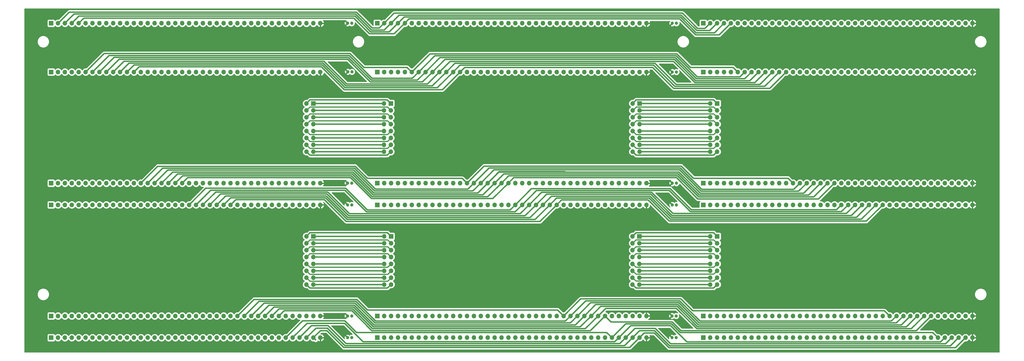
<source format=gbl>
G04 #@! TF.GenerationSoftware,KiCad,Pcbnew,(5.1.9)-1*
G04 #@! TF.CreationDate,2021-10-03T21:18:48-04:00*
G04 #@! TF.ProjectId,backplane,6261636b-706c-4616-9e65-2e6b69636164,rev?*
G04 #@! TF.SameCoordinates,Original*
G04 #@! TF.FileFunction,Copper,L2,Bot*
G04 #@! TF.FilePolarity,Positive*
%FSLAX46Y46*%
G04 Gerber Fmt 4.6, Leading zero omitted, Abs format (unit mm)*
G04 Created by KiCad (PCBNEW (5.1.9)-1) date 2021-10-03 21:18:48*
%MOMM*%
%LPD*%
G01*
G04 APERTURE LIST*
G04 #@! TA.AperFunction,ComponentPad*
%ADD10C,1.200000*%
G04 #@! TD*
G04 #@! TA.AperFunction,ComponentPad*
%ADD11O,1.700000X1.700000*%
G04 #@! TD*
G04 #@! TA.AperFunction,ComponentPad*
%ADD12R,1.700000X1.700000*%
G04 #@! TD*
G04 #@! TA.AperFunction,Conductor*
%ADD13C,0.500000*%
G04 #@! TD*
G04 #@! TA.AperFunction,Conductor*
%ADD14C,0.430000*%
G04 #@! TD*
G04 #@! TA.AperFunction,Conductor*
%ADD15C,0.254000*%
G04 #@! TD*
G04 #@! TA.AperFunction,Conductor*
%ADD16C,0.100000*%
G04 #@! TD*
G04 APERTURE END LIST*
D10*
X277800000Y-163000000D03*
X276300000Y-163000000D03*
X277800000Y-155000000D03*
X276300000Y-155000000D03*
X277900000Y-114000000D03*
X276400000Y-114000000D03*
X277900000Y-106000000D03*
X276400000Y-106000000D03*
X277900000Y-65000000D03*
X276400000Y-65000000D03*
X277900000Y-47000000D03*
X276400000Y-47000000D03*
X158400000Y-163000000D03*
X156900000Y-163000000D03*
X158400000Y-155000000D03*
X156900000Y-155000000D03*
X158400000Y-114000000D03*
X156900000Y-114000000D03*
X158400000Y-106000000D03*
X156900000Y-106000000D03*
X158500000Y-64900000D03*
X157000000Y-64900000D03*
X158400000Y-47000000D03*
X156900000Y-47000000D03*
D11*
X290360000Y-143380000D03*
X292900000Y-143380000D03*
X290360000Y-140840000D03*
X292900000Y-140840000D03*
X290360000Y-138300000D03*
X292900000Y-138300000D03*
X290360000Y-135760000D03*
X292900000Y-135760000D03*
X290360000Y-133220000D03*
X292900000Y-133220000D03*
X290360000Y-130680000D03*
X292900000Y-130680000D03*
X290360000Y-128140000D03*
X292900000Y-128140000D03*
X290360000Y-125600000D03*
D12*
X292900000Y-125600000D03*
D11*
X261760000Y-143380000D03*
X264300000Y-143380000D03*
X261760000Y-140840000D03*
X264300000Y-140840000D03*
X261760000Y-138300000D03*
X264300000Y-138300000D03*
X261760000Y-135760000D03*
X264300000Y-135760000D03*
X261760000Y-133220000D03*
X264300000Y-133220000D03*
X261760000Y-130680000D03*
X264300000Y-130680000D03*
X261760000Y-128140000D03*
X264300000Y-128140000D03*
X261760000Y-125600000D03*
D12*
X264300000Y-125600000D03*
D11*
X170360000Y-143380000D03*
X172900000Y-143380000D03*
X170360000Y-140840000D03*
X172900000Y-140840000D03*
X170360000Y-138300000D03*
X172900000Y-138300000D03*
X170360000Y-135760000D03*
X172900000Y-135760000D03*
X170360000Y-133220000D03*
X172900000Y-133220000D03*
X170360000Y-130680000D03*
X172900000Y-130680000D03*
X170360000Y-128140000D03*
X172900000Y-128140000D03*
X170360000Y-125600000D03*
D12*
X172900000Y-125600000D03*
D11*
X141760000Y-143380000D03*
X144300000Y-143380000D03*
X141760000Y-140840000D03*
X144300000Y-140840000D03*
X141760000Y-138300000D03*
X144300000Y-138300000D03*
X141760000Y-135760000D03*
X144300000Y-135760000D03*
X141760000Y-133220000D03*
X144300000Y-133220000D03*
X141760000Y-130680000D03*
X144300000Y-130680000D03*
X141760000Y-128140000D03*
X144300000Y-128140000D03*
X141760000Y-125600000D03*
D12*
X144300000Y-125600000D03*
D11*
X290360000Y-94380000D03*
X292900000Y-94380000D03*
X290360000Y-91840000D03*
X292900000Y-91840000D03*
X290360000Y-89300000D03*
X292900000Y-89300000D03*
X290360000Y-86760000D03*
X292900000Y-86760000D03*
X290360000Y-84220000D03*
X292900000Y-84220000D03*
X290360000Y-81680000D03*
X292900000Y-81680000D03*
X290360000Y-79140000D03*
X292900000Y-79140000D03*
X290360000Y-76600000D03*
D12*
X292900000Y-76600000D03*
D11*
X261800000Y-94380000D03*
X264340000Y-94380000D03*
X261800000Y-91840000D03*
X264340000Y-91840000D03*
X261800000Y-89300000D03*
X264340000Y-89300000D03*
X261800000Y-86760000D03*
X264340000Y-86760000D03*
X261800000Y-84220000D03*
X264340000Y-84220000D03*
X261800000Y-81680000D03*
X264340000Y-81680000D03*
X261800000Y-79140000D03*
X264340000Y-79140000D03*
X261800000Y-76600000D03*
D12*
X264340000Y-76600000D03*
D11*
X170260000Y-94380000D03*
X172800000Y-94380000D03*
X170260000Y-91840000D03*
X172800000Y-91840000D03*
X170260000Y-89300000D03*
X172800000Y-89300000D03*
X170260000Y-86760000D03*
X172800000Y-86760000D03*
X170260000Y-84220000D03*
X172800000Y-84220000D03*
X170260000Y-81680000D03*
X172800000Y-81680000D03*
X170260000Y-79140000D03*
X172800000Y-79140000D03*
X170260000Y-76600000D03*
D12*
X172800000Y-76600000D03*
D11*
X386860000Y-47000000D03*
X384320000Y-47000000D03*
X381780000Y-47000000D03*
X379240000Y-47000000D03*
X376700000Y-47000000D03*
X374160000Y-47000000D03*
X371620000Y-47000000D03*
X369080000Y-47000000D03*
X366540000Y-47000000D03*
X364000000Y-47000000D03*
X361460000Y-47000000D03*
X358920000Y-47000000D03*
X356380000Y-47000000D03*
X353840000Y-47000000D03*
X351300000Y-47000000D03*
X348760000Y-47000000D03*
X346220000Y-47000000D03*
X343680000Y-47000000D03*
X341140000Y-47000000D03*
X338600000Y-47000000D03*
X336060000Y-47000000D03*
X333520000Y-47000000D03*
X330980000Y-47000000D03*
X328440000Y-47000000D03*
X325900000Y-47000000D03*
X323360000Y-47000000D03*
X320820000Y-47000000D03*
X318280000Y-47000000D03*
X315740000Y-47000000D03*
X313200000Y-47000000D03*
X310660000Y-47000000D03*
X308120000Y-47000000D03*
X305580000Y-47000000D03*
X303040000Y-47000000D03*
X300500000Y-47000000D03*
X297960000Y-47000000D03*
X295420000Y-47000000D03*
X292880000Y-47000000D03*
X290340000Y-47000000D03*
D12*
X287800000Y-47000000D03*
D11*
X386860000Y-65000000D03*
X384320000Y-65000000D03*
X381780000Y-65000000D03*
X379240000Y-65000000D03*
X376700000Y-65000000D03*
X374160000Y-65000000D03*
X371620000Y-65000000D03*
X369080000Y-65000000D03*
X366540000Y-65000000D03*
X364000000Y-65000000D03*
X361460000Y-65000000D03*
X358920000Y-65000000D03*
X356380000Y-65000000D03*
X353840000Y-65000000D03*
X351300000Y-65000000D03*
X348760000Y-65000000D03*
X346220000Y-65000000D03*
X343680000Y-65000000D03*
X341140000Y-65000000D03*
X338600000Y-65000000D03*
X336060000Y-65000000D03*
X333520000Y-65000000D03*
X330980000Y-65000000D03*
X328440000Y-65000000D03*
X325900000Y-65000000D03*
X323360000Y-65000000D03*
X320820000Y-65000000D03*
X318280000Y-65000000D03*
X315740000Y-65000000D03*
X313200000Y-65000000D03*
X310660000Y-65000000D03*
X308120000Y-65000000D03*
X305580000Y-65000000D03*
X303040000Y-65000000D03*
X300500000Y-65000000D03*
X297960000Y-65000000D03*
X295420000Y-65000000D03*
X292880000Y-65000000D03*
X290340000Y-65000000D03*
D12*
X287800000Y-65000000D03*
D11*
X386860000Y-106000000D03*
X384320000Y-106000000D03*
X381780000Y-106000000D03*
X379240000Y-106000000D03*
X376700000Y-106000000D03*
X374160000Y-106000000D03*
X371620000Y-106000000D03*
X369080000Y-106000000D03*
X366540000Y-106000000D03*
X364000000Y-106000000D03*
X361460000Y-106000000D03*
X358920000Y-106000000D03*
X356380000Y-106000000D03*
X353840000Y-106000000D03*
X351300000Y-106000000D03*
X348760000Y-106000000D03*
X346220000Y-106000000D03*
X343680000Y-106000000D03*
X341140000Y-106000000D03*
X338600000Y-106000000D03*
X336060000Y-106000000D03*
X333520000Y-106000000D03*
X330980000Y-106000000D03*
X328440000Y-106000000D03*
X325900000Y-106000000D03*
X323360000Y-106000000D03*
X320820000Y-106000000D03*
X318280000Y-106000000D03*
X315740000Y-106000000D03*
X313200000Y-106000000D03*
X310660000Y-106000000D03*
X308120000Y-106000000D03*
X305580000Y-106000000D03*
X303040000Y-106000000D03*
X300500000Y-106000000D03*
X297960000Y-106000000D03*
X295420000Y-106000000D03*
X292880000Y-106000000D03*
X290340000Y-106000000D03*
D12*
X287800000Y-106000000D03*
D11*
X386861040Y-114000000D03*
X384321040Y-114000000D03*
X381781040Y-114000000D03*
X379241040Y-114000000D03*
X376701040Y-114000000D03*
X374161040Y-114000000D03*
X371621040Y-114000000D03*
X369081040Y-114000000D03*
X366541040Y-114000000D03*
X364001040Y-114000000D03*
X361461040Y-114000000D03*
X358921040Y-114000000D03*
X356381040Y-114000000D03*
X353841040Y-114000000D03*
X351301040Y-114000000D03*
X348761040Y-114000000D03*
X346221040Y-114000000D03*
X343681040Y-114000000D03*
X341141040Y-114000000D03*
X338601040Y-114000000D03*
X336061040Y-114000000D03*
X333521040Y-114000000D03*
X330981040Y-114000000D03*
X328441040Y-114000000D03*
X325901040Y-114000000D03*
X323361040Y-114000000D03*
X320821040Y-114000000D03*
X318281040Y-114000000D03*
X315741040Y-114000000D03*
X313201040Y-114000000D03*
X310661040Y-114000000D03*
X308121040Y-114000000D03*
X305581040Y-114000000D03*
X303041040Y-114000000D03*
X300501040Y-114000000D03*
X297961040Y-114000000D03*
X295421040Y-114000000D03*
X292881040Y-114000000D03*
X290341040Y-114000000D03*
D12*
X287801040Y-114000000D03*
D11*
X386860000Y-155000000D03*
X384320000Y-155000000D03*
X381780000Y-155000000D03*
X379240000Y-155000000D03*
X376700000Y-155000000D03*
X374160000Y-155000000D03*
X371620000Y-155000000D03*
X369080000Y-155000000D03*
X366540000Y-155000000D03*
X364000000Y-155000000D03*
X361460000Y-155000000D03*
X358920000Y-155000000D03*
X356380000Y-155000000D03*
X353840000Y-155000000D03*
X351300000Y-155000000D03*
X348760000Y-155000000D03*
X346220000Y-155000000D03*
X343680000Y-155000000D03*
X341140000Y-155000000D03*
X338600000Y-155000000D03*
X336060000Y-155000000D03*
X333520000Y-155000000D03*
X330980000Y-155000000D03*
X328440000Y-155000000D03*
X325900000Y-155000000D03*
X323360000Y-155000000D03*
X320820000Y-155000000D03*
X318280000Y-155000000D03*
X315740000Y-155000000D03*
X313200000Y-155000000D03*
X310660000Y-155000000D03*
X308120000Y-155000000D03*
X305580000Y-155000000D03*
X303040000Y-155000000D03*
X300500000Y-155000000D03*
X297960000Y-155000000D03*
X295420000Y-155000000D03*
X292880000Y-155000000D03*
X290340000Y-155000000D03*
D12*
X287800000Y-155000000D03*
D11*
X386860000Y-163000000D03*
X384320000Y-163000000D03*
X381780000Y-163000000D03*
X379240000Y-163000000D03*
X376700000Y-163000000D03*
X374160000Y-163000000D03*
X371620000Y-163000000D03*
X369080000Y-163000000D03*
X366540000Y-163000000D03*
X364000000Y-163000000D03*
X361460000Y-163000000D03*
X358920000Y-163000000D03*
X356380000Y-163000000D03*
X353840000Y-163000000D03*
X351300000Y-163000000D03*
X348760000Y-163000000D03*
X346220000Y-163000000D03*
X343680000Y-163000000D03*
X341140000Y-163000000D03*
X338600000Y-163000000D03*
X336060000Y-163000000D03*
X333520000Y-163000000D03*
X330980000Y-163000000D03*
X328440000Y-163000000D03*
X325900000Y-163000000D03*
X323360000Y-163000000D03*
X320820000Y-163000000D03*
X318280000Y-163000000D03*
X315740000Y-163000000D03*
X313200000Y-163000000D03*
X310660000Y-163000000D03*
X308120000Y-163000000D03*
X305580000Y-163000000D03*
X303040000Y-163000000D03*
X300500000Y-163000000D03*
X297960000Y-163000000D03*
X295420000Y-163000000D03*
X292880000Y-163000000D03*
X290340000Y-163000000D03*
D12*
X287800000Y-163000000D03*
D11*
X266860000Y-47000000D03*
X264320000Y-47000000D03*
X261780000Y-47000000D03*
X259240000Y-47000000D03*
X256700000Y-47000000D03*
X254160000Y-47000000D03*
X251620000Y-47000000D03*
X249080000Y-47000000D03*
X246540000Y-47000000D03*
X244000000Y-47000000D03*
X241460000Y-47000000D03*
X238920000Y-47000000D03*
X236380000Y-47000000D03*
X233840000Y-47000000D03*
X231300000Y-47000000D03*
X228760000Y-47000000D03*
X226220000Y-47000000D03*
X223680000Y-47000000D03*
X221140000Y-47000000D03*
X218600000Y-47000000D03*
X216060000Y-47000000D03*
X213520000Y-47000000D03*
X210980000Y-47000000D03*
X208440000Y-47000000D03*
X205900000Y-47000000D03*
X203360000Y-47000000D03*
X200820000Y-47000000D03*
X198280000Y-47000000D03*
X195740000Y-47000000D03*
X193200000Y-47000000D03*
X190660000Y-47000000D03*
X188120000Y-47000000D03*
X185580000Y-47000000D03*
X183040000Y-47000000D03*
X180500000Y-47000000D03*
X177960000Y-47000000D03*
X175420000Y-47000000D03*
X172880000Y-47000000D03*
X170340000Y-47000000D03*
D12*
X167800000Y-47000000D03*
D11*
X266860000Y-65000000D03*
X264320000Y-65000000D03*
X261780000Y-65000000D03*
X259240000Y-65000000D03*
X256700000Y-65000000D03*
X254160000Y-65000000D03*
X251620000Y-65000000D03*
X249080000Y-65000000D03*
X246540000Y-65000000D03*
X244000000Y-65000000D03*
X241460000Y-65000000D03*
X238920000Y-65000000D03*
X236380000Y-65000000D03*
X233840000Y-65000000D03*
X231300000Y-65000000D03*
X228760000Y-65000000D03*
X226220000Y-65000000D03*
X223680000Y-65000000D03*
X221140000Y-65000000D03*
X218600000Y-65000000D03*
X216060000Y-65000000D03*
X213520000Y-65000000D03*
X210980000Y-65000000D03*
X208440000Y-65000000D03*
X205900000Y-65000000D03*
X203360000Y-65000000D03*
X200820000Y-65000000D03*
X198280000Y-65000000D03*
X195740000Y-65000000D03*
X193200000Y-65000000D03*
X190660000Y-65000000D03*
X188120000Y-65000000D03*
X185580000Y-65000000D03*
X183040000Y-65000000D03*
X180500000Y-65000000D03*
X177960000Y-65000000D03*
X175420000Y-65000000D03*
X172880000Y-65000000D03*
X170340000Y-65000000D03*
D12*
X167800000Y-65000000D03*
D11*
X266860000Y-106000000D03*
X264320000Y-106000000D03*
X261780000Y-106000000D03*
X259240000Y-106000000D03*
X256700000Y-106000000D03*
X254160000Y-106000000D03*
X251620000Y-106000000D03*
X249080000Y-106000000D03*
X246540000Y-106000000D03*
X244000000Y-106000000D03*
X241460000Y-106000000D03*
X238920000Y-106000000D03*
X236380000Y-106000000D03*
X233840000Y-106000000D03*
X231300000Y-106000000D03*
X228760000Y-106000000D03*
X226220000Y-106000000D03*
X223680000Y-106000000D03*
X221140000Y-106000000D03*
X218600000Y-106000000D03*
X216060000Y-106000000D03*
X213520000Y-106000000D03*
X210980000Y-106000000D03*
X208440000Y-106000000D03*
X205900000Y-106000000D03*
X203360000Y-106000000D03*
X200820000Y-106000000D03*
X198280000Y-106000000D03*
X195740000Y-106000000D03*
X193200000Y-106000000D03*
X190660000Y-106000000D03*
X188120000Y-106000000D03*
X185580000Y-106000000D03*
X183040000Y-106000000D03*
X180500000Y-106000000D03*
X177960000Y-106000000D03*
X175420000Y-106000000D03*
X172880000Y-106000000D03*
X170340000Y-106000000D03*
D12*
X167800000Y-106000000D03*
D11*
X266860000Y-114000000D03*
X264320000Y-114000000D03*
X261780000Y-114000000D03*
X259240000Y-114000000D03*
X256700000Y-114000000D03*
X254160000Y-114000000D03*
X251620000Y-114000000D03*
X249080000Y-114000000D03*
X246540000Y-114000000D03*
X244000000Y-114000000D03*
X241460000Y-114000000D03*
X238920000Y-114000000D03*
X236380000Y-114000000D03*
X233840000Y-114000000D03*
X231300000Y-114000000D03*
X228760000Y-114000000D03*
X226220000Y-114000000D03*
X223680000Y-114000000D03*
X221140000Y-114000000D03*
X218600000Y-114000000D03*
X216060000Y-114000000D03*
X213520000Y-114000000D03*
X210980000Y-114000000D03*
X208440000Y-114000000D03*
X205900000Y-114000000D03*
X203360000Y-114000000D03*
X200820000Y-114000000D03*
X198280000Y-114000000D03*
X195740000Y-114000000D03*
X193200000Y-114000000D03*
X190660000Y-114000000D03*
X188120000Y-114000000D03*
X185580000Y-114000000D03*
X183040000Y-114000000D03*
X180500000Y-114000000D03*
X177960000Y-114000000D03*
X175420000Y-114000000D03*
X172880000Y-114000000D03*
X170340000Y-114000000D03*
D12*
X167800000Y-114000000D03*
D11*
X266860000Y-155000000D03*
X264320000Y-155000000D03*
X261780000Y-155000000D03*
X259240000Y-155000000D03*
X256700000Y-155000000D03*
X254160000Y-155000000D03*
X251620000Y-155000000D03*
X249080000Y-155000000D03*
X246540000Y-155000000D03*
X244000000Y-155000000D03*
X241460000Y-155000000D03*
X238920000Y-155000000D03*
X236380000Y-155000000D03*
X233840000Y-155000000D03*
X231300000Y-155000000D03*
X228760000Y-155000000D03*
X226220000Y-155000000D03*
X223680000Y-155000000D03*
X221140000Y-155000000D03*
X218600000Y-155000000D03*
X216060000Y-155000000D03*
X213520000Y-155000000D03*
X210980000Y-155000000D03*
X208440000Y-155000000D03*
X205900000Y-155000000D03*
X203360000Y-155000000D03*
X200820000Y-155000000D03*
X198280000Y-155000000D03*
X195740000Y-155000000D03*
X193200000Y-155000000D03*
X190660000Y-155000000D03*
X188120000Y-155000000D03*
X185580000Y-155000000D03*
X183040000Y-155000000D03*
X180500000Y-155000000D03*
X177960000Y-155000000D03*
X175420000Y-155000000D03*
X172880000Y-155000000D03*
X170340000Y-155000000D03*
D12*
X167800000Y-155000000D03*
D11*
X266860000Y-163000000D03*
X264320000Y-163000000D03*
X261780000Y-163000000D03*
X259240000Y-163000000D03*
X256700000Y-163000000D03*
X254160000Y-163000000D03*
X251620000Y-163000000D03*
X249080000Y-163000000D03*
X246540000Y-163000000D03*
X244000000Y-163000000D03*
X241460000Y-163000000D03*
X238920000Y-163000000D03*
X236380000Y-163000000D03*
X233840000Y-163000000D03*
X231300000Y-163000000D03*
X228760000Y-163000000D03*
X226220000Y-163000000D03*
X223680000Y-163000000D03*
X221140000Y-163000000D03*
X218600000Y-163000000D03*
X216060000Y-163000000D03*
X213520000Y-163000000D03*
X210980000Y-163000000D03*
X208440000Y-163000000D03*
X205900000Y-163000000D03*
X203360000Y-163000000D03*
X200820000Y-163000000D03*
X198280000Y-163000000D03*
X195740000Y-163000000D03*
X193200000Y-163000000D03*
X190660000Y-163000000D03*
X188120000Y-163000000D03*
X185580000Y-163000000D03*
X183040000Y-163000000D03*
X180500000Y-163000000D03*
X177960000Y-163000000D03*
X175420000Y-163000000D03*
X172880000Y-163000000D03*
X170340000Y-163000000D03*
D12*
X167800000Y-163000000D03*
D11*
X146860000Y-47000000D03*
X144320000Y-47000000D03*
X141780000Y-47000000D03*
X139240000Y-47000000D03*
X136700000Y-47000000D03*
X134160000Y-47000000D03*
X131620000Y-47000000D03*
X129080000Y-47000000D03*
X126540000Y-47000000D03*
X124000000Y-47000000D03*
X121460000Y-47000000D03*
X118920000Y-47000000D03*
X116380000Y-47000000D03*
X113840000Y-47000000D03*
X111300000Y-47000000D03*
X108760000Y-47000000D03*
X106220000Y-47000000D03*
X103680000Y-47000000D03*
X101140000Y-47000000D03*
X98600000Y-47000000D03*
X96060000Y-47000000D03*
X93520000Y-47000000D03*
X90980000Y-47000000D03*
X88440000Y-47000000D03*
X85900000Y-47000000D03*
X83360000Y-47000000D03*
X80820000Y-47000000D03*
X78280000Y-47000000D03*
X75740000Y-47000000D03*
X73200000Y-47000000D03*
X70660000Y-47000000D03*
X68120000Y-47000000D03*
X65580000Y-47000000D03*
X63040000Y-47000000D03*
X60500000Y-47000000D03*
X57960000Y-47000000D03*
X55420000Y-47000000D03*
X52880000Y-47000000D03*
X50340000Y-47000000D03*
D12*
X47800000Y-47000000D03*
D11*
X146860000Y-65000000D03*
X144320000Y-65000000D03*
X141780000Y-65000000D03*
X139240000Y-65000000D03*
X136700000Y-65000000D03*
X134160000Y-65000000D03*
X131620000Y-65000000D03*
X129080000Y-65000000D03*
X126540000Y-65000000D03*
X124000000Y-65000000D03*
X121460000Y-65000000D03*
X118920000Y-65000000D03*
X116380000Y-65000000D03*
X113840000Y-65000000D03*
X111300000Y-65000000D03*
X108760000Y-65000000D03*
X106220000Y-65000000D03*
X103680000Y-65000000D03*
X101140000Y-65000000D03*
X98600000Y-65000000D03*
X96060000Y-65000000D03*
X93520000Y-65000000D03*
X90980000Y-65000000D03*
X88440000Y-65000000D03*
X85900000Y-65000000D03*
X83360000Y-65000000D03*
X80820000Y-65000000D03*
X78280000Y-65000000D03*
X75740000Y-65000000D03*
X73200000Y-65000000D03*
X70660000Y-65000000D03*
X68120000Y-65000000D03*
X65580000Y-65000000D03*
X63040000Y-65000000D03*
X60500000Y-65000000D03*
X57960000Y-65000000D03*
X55420000Y-65000000D03*
X52880000Y-65000000D03*
X50340000Y-65000000D03*
D12*
X47800000Y-65000000D03*
D11*
X146860000Y-106000000D03*
X144320000Y-106000000D03*
X141780000Y-106000000D03*
X139240000Y-106000000D03*
X136700000Y-106000000D03*
X134160000Y-106000000D03*
X131620000Y-106000000D03*
X129080000Y-106000000D03*
X126540000Y-106000000D03*
X124000000Y-106000000D03*
X121460000Y-106000000D03*
X118920000Y-106000000D03*
X116380000Y-106000000D03*
X113840000Y-106000000D03*
X111300000Y-106000000D03*
X108760000Y-106000000D03*
X106220000Y-106000000D03*
X103680000Y-106000000D03*
X101140000Y-106000000D03*
X98600000Y-106000000D03*
X96060000Y-106000000D03*
X93520000Y-106000000D03*
X90980000Y-106000000D03*
X88440000Y-106000000D03*
X85900000Y-106000000D03*
X83360000Y-106000000D03*
X80820000Y-106000000D03*
X78280000Y-106000000D03*
X75740000Y-106000000D03*
X73200000Y-106000000D03*
X70660000Y-106000000D03*
X68120000Y-106000000D03*
X65580000Y-106000000D03*
X63040000Y-106000000D03*
X60500000Y-106000000D03*
X57960000Y-106000000D03*
X55420000Y-106000000D03*
X52880000Y-106000000D03*
X50340000Y-106000000D03*
D12*
X47800000Y-106000000D03*
D11*
X146860000Y-114000000D03*
X144320000Y-114000000D03*
X141780000Y-114000000D03*
X139240000Y-114000000D03*
X136700000Y-114000000D03*
X134160000Y-114000000D03*
X131620000Y-114000000D03*
X129080000Y-114000000D03*
X126540000Y-114000000D03*
X124000000Y-114000000D03*
X121460000Y-114000000D03*
X118920000Y-114000000D03*
X116380000Y-114000000D03*
X113840000Y-114000000D03*
X111300000Y-114000000D03*
X108760000Y-114000000D03*
X106220000Y-114000000D03*
X103680000Y-114000000D03*
X101140000Y-114000000D03*
X98600000Y-114000000D03*
X96060000Y-114000000D03*
X93520000Y-114000000D03*
X90980000Y-114000000D03*
X88440000Y-114000000D03*
X85900000Y-114000000D03*
X83360000Y-114000000D03*
X80820000Y-114000000D03*
X78280000Y-114000000D03*
X75740000Y-114000000D03*
X73200000Y-114000000D03*
X70660000Y-114000000D03*
X68120000Y-114000000D03*
X65580000Y-114000000D03*
X63040000Y-114000000D03*
X60500000Y-114000000D03*
X57960000Y-114000000D03*
X55420000Y-114000000D03*
X52880000Y-114000000D03*
X50340000Y-114000000D03*
D12*
X47800000Y-114000000D03*
D11*
X146860000Y-155000000D03*
X144320000Y-155000000D03*
X141780000Y-155000000D03*
X139240000Y-155000000D03*
X136700000Y-155000000D03*
X134160000Y-155000000D03*
X131620000Y-155000000D03*
X129080000Y-155000000D03*
X126540000Y-155000000D03*
X124000000Y-155000000D03*
X121460000Y-155000000D03*
X118920000Y-155000000D03*
X116380000Y-155000000D03*
X113840000Y-155000000D03*
X111300000Y-155000000D03*
X108760000Y-155000000D03*
X106220000Y-155000000D03*
X103680000Y-155000000D03*
X101140000Y-155000000D03*
X98600000Y-155000000D03*
X96060000Y-155000000D03*
X93520000Y-155000000D03*
X90980000Y-155000000D03*
X88440000Y-155000000D03*
X85900000Y-155000000D03*
X83360000Y-155000000D03*
X80820000Y-155000000D03*
X78280000Y-155000000D03*
X75740000Y-155000000D03*
X73200000Y-155000000D03*
X70660000Y-155000000D03*
X68120000Y-155000000D03*
X65580000Y-155000000D03*
X63040000Y-155000000D03*
X60500000Y-155000000D03*
X57960000Y-155000000D03*
X55420000Y-155000000D03*
X52880000Y-155000000D03*
X50340000Y-155000000D03*
D12*
X47800000Y-155000000D03*
D11*
X146860000Y-163000000D03*
X144320000Y-163000000D03*
X141780000Y-163000000D03*
X139240000Y-163000000D03*
X136700000Y-163000000D03*
X134160000Y-163000000D03*
X131620000Y-163000000D03*
X129080000Y-163000000D03*
X126540000Y-163000000D03*
X124000000Y-163000000D03*
X121460000Y-163000000D03*
X118920000Y-163000000D03*
X116380000Y-163000000D03*
X113840000Y-163000000D03*
X111300000Y-163000000D03*
X108760000Y-163000000D03*
X106220000Y-163000000D03*
X103680000Y-163000000D03*
X101140000Y-163000000D03*
X98600000Y-163000000D03*
X96060000Y-163000000D03*
X93520000Y-163000000D03*
X90980000Y-163000000D03*
X88440000Y-163000000D03*
X85900000Y-163000000D03*
X83360000Y-163000000D03*
X80820000Y-163000000D03*
X78280000Y-163000000D03*
X75740000Y-163000000D03*
X73200000Y-163000000D03*
X70660000Y-163000000D03*
X68120000Y-163000000D03*
X65580000Y-163000000D03*
X63040000Y-163000000D03*
X60500000Y-163000000D03*
X57960000Y-163000000D03*
X55420000Y-163000000D03*
X52880000Y-163000000D03*
X50340000Y-163000000D03*
D12*
X47800000Y-163000000D03*
D11*
X141760000Y-94380000D03*
X144300000Y-94380000D03*
X141760000Y-91840000D03*
X144300000Y-91840000D03*
X141760000Y-89300000D03*
X144300000Y-89300000D03*
X141760000Y-86760000D03*
X144300000Y-86760000D03*
X141760000Y-84220000D03*
X144300000Y-84220000D03*
X141760000Y-81680000D03*
X144300000Y-81680000D03*
X141760000Y-79140000D03*
X144300000Y-79140000D03*
X141760000Y-76600000D03*
D12*
X144300000Y-76600000D03*
D13*
X266020000Y-161300000D02*
X264320000Y-163000000D01*
X269800000Y-161300000D02*
X266020000Y-161300000D01*
X275200000Y-166700000D02*
X269800000Y-161300000D01*
X384320000Y-163000000D02*
X380620000Y-166700000D01*
X380620000Y-166700000D02*
X275200000Y-166700000D01*
X145169999Y-163849999D02*
X144320000Y-163000000D01*
X149300000Y-160400000D02*
X146920000Y-160400000D01*
X155500000Y-166600000D02*
X149300000Y-160400000D01*
X146920000Y-160400000D02*
X144320000Y-163000000D01*
X260720000Y-166600000D02*
X155500000Y-166600000D01*
X264320000Y-163000000D02*
X260720000Y-166600000D01*
X256700000Y-163000000D02*
X261100000Y-158600000D01*
X261100000Y-158600000D02*
X275820072Y-158600000D01*
X375100033Y-164599967D02*
X376700000Y-163000000D01*
X281820039Y-164599967D02*
X375100033Y-164599967D01*
X275820072Y-158600000D02*
X281820039Y-164599967D01*
X162599967Y-164499967D02*
X255200033Y-164499967D01*
X255200033Y-164499967D02*
X256700000Y-163000000D01*
X155800011Y-157700011D02*
X162599967Y-164499967D01*
X141999989Y-157700011D02*
X155800011Y-157700011D01*
X136700000Y-163000000D02*
X141999989Y-157700011D01*
X261780000Y-163000000D02*
X264380000Y-160400000D01*
X269889964Y-160400000D02*
X275489953Y-165999989D01*
X264380000Y-160400000D02*
X269889964Y-160400000D01*
X378780011Y-165999989D02*
X381780000Y-163000000D01*
X275489953Y-165999989D02*
X378780011Y-165999989D01*
X258880011Y-165899989D02*
X261780000Y-163000000D01*
X155889953Y-165899989D02*
X258880011Y-165899989D01*
X149489964Y-159500000D02*
X155889953Y-165899989D01*
X145280000Y-159500000D02*
X149489964Y-159500000D01*
X141780000Y-163000000D02*
X145280000Y-159500000D01*
X56280000Y-43600000D02*
X52880000Y-47000000D01*
X159800000Y-43600000D02*
X56280000Y-43600000D01*
X165700000Y-49500000D02*
X159800000Y-43600000D01*
X170380000Y-49500000D02*
X165700000Y-49500000D01*
X172880000Y-47000000D02*
X170380000Y-49500000D01*
X175880000Y-44000000D02*
X172880000Y-47000000D01*
X285400000Y-49700000D02*
X279700000Y-44000000D01*
X279700000Y-44000000D02*
X175880000Y-44000000D01*
X290180000Y-49700000D02*
X285400000Y-49700000D01*
X292880000Y-47000000D02*
X290180000Y-49700000D01*
X168540000Y-48800000D02*
X170340000Y-47000000D01*
X166000000Y-48800000D02*
X168540000Y-48800000D01*
X54500000Y-42900000D02*
X160100000Y-42900000D01*
X160100000Y-42900000D02*
X166000000Y-48800000D01*
X50400000Y-47000000D02*
X54500000Y-42900000D01*
X50340000Y-47000000D02*
X50400000Y-47000000D01*
X288440000Y-48900000D02*
X290340000Y-47000000D01*
X285700000Y-48900000D02*
X288440000Y-48900000D01*
X280100000Y-43300000D02*
X285700000Y-48900000D01*
X174040000Y-43300000D02*
X280100000Y-43300000D01*
X170340000Y-47000000D02*
X174040000Y-43300000D01*
X279310037Y-161100000D02*
X276110026Y-157899989D01*
X372260000Y-161100000D02*
X279310037Y-161100000D01*
X374160000Y-163000000D02*
X372260000Y-161100000D01*
X276110026Y-157899989D02*
X259260011Y-157899989D01*
X259260011Y-157899989D02*
X254160000Y-163000000D01*
X155889964Y-156800000D02*
X160189964Y-161100000D01*
X134160000Y-163000000D02*
X140360000Y-156800000D01*
X140360000Y-156800000D02*
X155889964Y-156800000D01*
X160189964Y-161100000D02*
X252260000Y-161100000D01*
X252260000Y-161100000D02*
X254160000Y-163000000D01*
X253819978Y-157199978D02*
X252469999Y-155849999D01*
X252469999Y-155849999D02*
X251620000Y-155000000D01*
X276399980Y-157199978D02*
X253819978Y-157199978D01*
X279599990Y-160399989D02*
X276399980Y-157199978D01*
X366220011Y-160399989D02*
X279599990Y-160399989D01*
X371620000Y-155000000D02*
X366220011Y-160399989D01*
X131620000Y-155000000D02*
X133519934Y-153100066D01*
X133519934Y-153100066D02*
X158500066Y-153100066D01*
X158500066Y-153100066D02*
X165799989Y-160399989D01*
X165799989Y-160399989D02*
X246220011Y-160399989D01*
X246220011Y-160399989D02*
X251620000Y-155000000D01*
X285430081Y-159699978D02*
X364380022Y-159699978D01*
X251879945Y-152200055D02*
X277930160Y-152200055D01*
X249080000Y-155000000D02*
X251879945Y-152200055D01*
X277930160Y-152200055D02*
X285430081Y-159699978D01*
X364380022Y-159699978D02*
X369080000Y-155000000D01*
X249080000Y-155000000D02*
X244380022Y-159699978D01*
X131679945Y-152400055D02*
X129080000Y-155000000D01*
X244380022Y-159699978D02*
X166089943Y-159699978D01*
X158790020Y-152400055D02*
X131679945Y-152400055D01*
X166089943Y-159699978D02*
X158790020Y-152400055D01*
X362540033Y-158999967D02*
X285720037Y-158999967D01*
X366540000Y-155000000D02*
X362540033Y-158999967D01*
X250039956Y-151500044D02*
X246540000Y-155000000D01*
X278220114Y-151500044D02*
X250039956Y-151500044D01*
X285720037Y-158999967D02*
X278220114Y-151500044D01*
X159079974Y-151700044D02*
X166379897Y-158999967D01*
X242540033Y-158999967D02*
X246540000Y-155000000D01*
X166379897Y-158999967D02*
X242540033Y-158999967D01*
X129839956Y-151700044D02*
X159079974Y-151700044D01*
X126540000Y-155000000D02*
X129839956Y-151700044D01*
X278510068Y-150800033D02*
X286009990Y-158299956D01*
X286009990Y-158299956D02*
X360700044Y-158299956D01*
X360700044Y-158299956D02*
X364000000Y-155000000D01*
X244000000Y-155000000D02*
X248199967Y-150800033D01*
X248199967Y-150800033D02*
X278510068Y-150800033D01*
X127999967Y-151000033D02*
X124000000Y-155000000D01*
X159369928Y-151000033D02*
X127999967Y-151000033D01*
X240700044Y-158299956D02*
X166669851Y-158299956D01*
X166669851Y-158299956D02*
X159369928Y-151000033D01*
X244000000Y-155000000D02*
X240700044Y-158299956D01*
X241460000Y-155000000D02*
X246359978Y-150100022D01*
X286299943Y-157599945D02*
X358860055Y-157599945D01*
X358860055Y-157599945D02*
X361460000Y-155000000D01*
X278800022Y-150100022D02*
X286299943Y-157599945D01*
X246359978Y-150100022D02*
X278800022Y-150100022D01*
X121460000Y-155000000D02*
X126159978Y-150300022D01*
X238860055Y-157599945D02*
X241460000Y-155000000D01*
X166959805Y-157599945D02*
X238860055Y-157599945D01*
X159659882Y-150300022D02*
X166959805Y-157599945D01*
X126159978Y-150300022D02*
X159659882Y-150300022D01*
X286589897Y-156899934D02*
X279089976Y-149400011D01*
X279089976Y-149400011D02*
X244519989Y-149400011D01*
X358920000Y-155000000D02*
X357020066Y-156899934D01*
X357020066Y-156899934D02*
X286589897Y-156899934D01*
X244519989Y-149400011D02*
X238920000Y-155000000D01*
X237020066Y-156899934D02*
X238920000Y-155000000D01*
X118920000Y-155000000D02*
X124319989Y-149600011D01*
X124319989Y-149600011D02*
X159949836Y-149600011D01*
X167249759Y-156899934D02*
X237020066Y-156899934D01*
X159949836Y-149600011D02*
X167249759Y-156899934D01*
X242680000Y-148700000D02*
X236380000Y-155000000D01*
X279500000Y-148700000D02*
X242680000Y-148700000D01*
X283900000Y-153100000D02*
X279500000Y-148700000D01*
X354480000Y-153100000D02*
X283900000Y-153100000D01*
X356380000Y-155000000D02*
X354480000Y-153100000D01*
X160300000Y-148900000D02*
X164200000Y-152800000D01*
X116380000Y-155000000D02*
X122480000Y-148900000D01*
X164200000Y-152800000D02*
X234180000Y-152800000D01*
X122480000Y-148900000D02*
X160300000Y-148900000D01*
X234180000Y-152800000D02*
X236380000Y-155000000D01*
X115740000Y-112100000D02*
X113840000Y-114000000D01*
X148400000Y-112100000D02*
X115740000Y-112100000D01*
X156400055Y-120100055D02*
X148400000Y-112100000D01*
X227739945Y-120100055D02*
X156400055Y-120100055D01*
X233840000Y-114000000D02*
X227739945Y-120100055D01*
X352991041Y-114849999D02*
X353841040Y-114000000D01*
X347841040Y-120000000D02*
X352991041Y-114849999D01*
X275300000Y-120000000D02*
X347841040Y-120000000D01*
X267500000Y-112200000D02*
X275300000Y-120000000D01*
X235640000Y-112200000D02*
X267500000Y-112200000D01*
X233840000Y-114000000D02*
X235640000Y-112200000D01*
X113900011Y-111399989D02*
X148689954Y-111399989D01*
X148689954Y-111399989D02*
X148890009Y-111600044D01*
X148890009Y-111600044D02*
X148930152Y-111600044D01*
X148930152Y-111600044D02*
X156730149Y-119400044D01*
X156730149Y-119400044D02*
X225899956Y-119400044D01*
X225899956Y-119400044D02*
X231300000Y-114000000D01*
X111300000Y-114000000D02*
X113900011Y-111399989D01*
X233800011Y-111499989D02*
X267920059Y-111499989D01*
X346001051Y-119299989D02*
X351301040Y-114000000D01*
X275720059Y-119299989D02*
X346001051Y-119299989D01*
X267920059Y-111499989D02*
X275720059Y-119299989D01*
X231300000Y-114000000D02*
X233800011Y-111499989D01*
X149220106Y-110900033D02*
X149179963Y-110900033D01*
X228760000Y-114000000D02*
X224059967Y-118700033D01*
X224059967Y-118700033D02*
X157020103Y-118700033D01*
X157020103Y-118700033D02*
X149220106Y-110900033D01*
X149179963Y-110900033D02*
X148979908Y-110699978D01*
X112060022Y-110699978D02*
X108760000Y-114000000D01*
X148979908Y-110699978D02*
X112060022Y-110699978D01*
X231960022Y-110799978D02*
X228760000Y-114000000D01*
X268210013Y-110799978D02*
X231960022Y-110799978D01*
X276010013Y-118599978D02*
X268210013Y-110799978D01*
X344161062Y-118599978D02*
X276010013Y-118599978D01*
X348761040Y-114000000D02*
X344161062Y-118599978D01*
X149269862Y-109999967D02*
X149469917Y-110200022D01*
X149510057Y-110200022D02*
X157310057Y-118000022D01*
X157310057Y-118000022D02*
X222219978Y-118000022D01*
X222219978Y-118000022D02*
X226220000Y-114000000D01*
X106220000Y-114000000D02*
X110220033Y-109999967D01*
X149469917Y-110200022D02*
X149510057Y-110200022D01*
X110220033Y-109999967D02*
X149269862Y-109999967D01*
X276299967Y-117899967D02*
X342321073Y-117899967D01*
X226220000Y-114000000D02*
X230120033Y-110099967D01*
X230120033Y-110099967D02*
X268499967Y-110099967D01*
X342321073Y-117899967D02*
X346221040Y-114000000D01*
X268499967Y-110099967D02*
X276299967Y-117899967D01*
X157600011Y-117300011D02*
X149799957Y-109499957D01*
X104529999Y-113150001D02*
X103680000Y-114000000D01*
X223680000Y-114000000D02*
X220379989Y-117300011D01*
X108380044Y-109299956D02*
X104529999Y-113150001D01*
X149559816Y-109299956D02*
X108380044Y-109299956D01*
X149759817Y-109499957D02*
X149559816Y-109299956D01*
X149799957Y-109499957D02*
X149759817Y-109499957D01*
X220379989Y-117300011D02*
X157600011Y-117300011D01*
X268799956Y-109399956D02*
X276599956Y-117199956D01*
X223680000Y-114000000D02*
X228280044Y-109399956D01*
X276599956Y-117199956D02*
X340481084Y-117199956D01*
X228280044Y-109399956D02*
X268799956Y-109399956D01*
X340481084Y-117199956D02*
X343681040Y-114000000D01*
X218540000Y-116600000D02*
X221140000Y-114000000D01*
X163900000Y-116600000D02*
X218540000Y-116600000D01*
X155899945Y-108599945D02*
X163900000Y-116600000D01*
X106540055Y-108599945D02*
X155899945Y-108599945D01*
X101140000Y-114000000D02*
X106540055Y-108599945D01*
X221140000Y-114000000D02*
X226440055Y-108699945D01*
X275299945Y-108699945D02*
X283099945Y-116499945D01*
X283099945Y-116499945D02*
X338641095Y-116499945D01*
X226440055Y-108699945D02*
X275299945Y-108699945D01*
X338641095Y-116499945D02*
X341141040Y-114000000D01*
X216700011Y-115899989D02*
X218600000Y-114000000D01*
X164189953Y-115899989D02*
X216700011Y-115899989D01*
X156189898Y-107899934D02*
X164189953Y-115899989D01*
X104700066Y-107899934D02*
X156189898Y-107899934D01*
X98600000Y-114000000D02*
X104700066Y-107899934D01*
X218600000Y-114000000D02*
X224600066Y-107999934D01*
X224600066Y-107999934D02*
X275589899Y-107999934D01*
X283389898Y-115799934D02*
X336801106Y-115799934D01*
X336801106Y-115799934D02*
X338601040Y-114000000D01*
X275589899Y-107999934D02*
X283389898Y-115799934D01*
X98059934Y-104000066D02*
X96060000Y-106000000D01*
X158000066Y-104000066D02*
X98059934Y-104000066D01*
X165700055Y-111700055D02*
X158000066Y-104000066D01*
X216060000Y-106000000D02*
X210359945Y-111700055D01*
X210359945Y-111700055D02*
X165700055Y-111700055D01*
X335210001Y-106849999D02*
X336060000Y-106000000D01*
X330260000Y-111800000D02*
X335210001Y-106849999D01*
X216060000Y-106000000D02*
X218060008Y-103999992D01*
X218060008Y-103999992D02*
X277999992Y-103999992D01*
X277999992Y-103999992D02*
X285800000Y-111800000D01*
X285800000Y-111800000D02*
X330260000Y-111800000D01*
X93520000Y-106000000D02*
X96219945Y-103300055D01*
X208519956Y-111000044D02*
X212670001Y-106849999D01*
X165990008Y-111000044D02*
X208519956Y-111000044D01*
X158290020Y-103300055D02*
X165990008Y-111000044D01*
X96219945Y-103300055D02*
X158290020Y-103300055D01*
X212670001Y-106849999D02*
X213520000Y-106000000D01*
X328420011Y-111099989D02*
X333520000Y-106000000D01*
X286089953Y-111099989D02*
X328420011Y-111099989D01*
X216220019Y-103299981D02*
X278289946Y-103299981D01*
X213520000Y-106000000D02*
X216220019Y-103299981D01*
X278289946Y-103299981D02*
X286089953Y-111099989D01*
X166279961Y-110300033D02*
X158579974Y-102600044D01*
X94379956Y-102600044D02*
X90980000Y-106000000D01*
X206679967Y-110300033D02*
X166279961Y-110300033D01*
X210980000Y-106000000D02*
X206679967Y-110300033D01*
X158579974Y-102600044D02*
X94379956Y-102600044D01*
X278579900Y-102599970D02*
X214380030Y-102599970D01*
X214380030Y-102599970D02*
X210980000Y-106000000D01*
X326580022Y-110399978D02*
X286379907Y-110399978D01*
X330980000Y-106000000D02*
X326580022Y-110399978D01*
X286379907Y-110399978D02*
X278579900Y-102599970D01*
X208440000Y-106000000D02*
X212640000Y-101800000D01*
X236800000Y-101800000D02*
X236899959Y-101899959D01*
X212640000Y-101800000D02*
X236800000Y-101800000D01*
X92539967Y-101900033D02*
X158869925Y-101900033D01*
X204839978Y-109600022D02*
X208440000Y-106000000D01*
X88440000Y-106000000D02*
X92539967Y-101900033D01*
X158869925Y-101900033D02*
X166569914Y-109600022D01*
X166569914Y-109600022D02*
X204839978Y-109600022D01*
X328440000Y-106000000D02*
X324740033Y-109699967D01*
X324740033Y-109699967D02*
X286669861Y-109699967D01*
X212540041Y-101899959D02*
X208440000Y-106000000D01*
X286669861Y-109699967D02*
X278869854Y-101899959D01*
X278869854Y-101899959D02*
X212540041Y-101899959D01*
X166859867Y-108900011D02*
X202999989Y-108900011D01*
X90699978Y-101200022D02*
X159159878Y-101200022D01*
X202999989Y-108900011D02*
X205900000Y-106000000D01*
X159159878Y-101200022D02*
X166859867Y-108900011D01*
X85900000Y-106000000D02*
X90699978Y-101200022D01*
X279059849Y-101099990D02*
X286959815Y-108999956D01*
X210800010Y-101099990D02*
X279059849Y-101099990D01*
X205900000Y-106000000D02*
X210800010Y-101099990D01*
X286959815Y-108999956D02*
X322900044Y-108999956D01*
X322900044Y-108999956D02*
X325900000Y-106000000D01*
X167149820Y-108200000D02*
X201160000Y-108200000D01*
X83360000Y-106000000D02*
X88859989Y-100500011D01*
X159449831Y-100500011D02*
X167149820Y-108200000D01*
X201160000Y-108200000D02*
X203360000Y-106000000D01*
X88859989Y-100500011D02*
X159449831Y-100500011D01*
X323360000Y-106000000D02*
X321060055Y-108299945D01*
X279349803Y-100399979D02*
X208960020Y-100399980D01*
X321060055Y-108299945D02*
X287249769Y-108299945D01*
X208960020Y-100399980D02*
X203360000Y-106000000D01*
X287249769Y-108299945D02*
X279349803Y-100399979D01*
X284200000Y-104200000D02*
X279699970Y-99699970D01*
X279699970Y-99699970D02*
X207120030Y-99699970D01*
X319020000Y-104200000D02*
X284200000Y-104200000D01*
X207120030Y-99699970D02*
X200820000Y-106000000D01*
X320820000Y-106000000D02*
X319020000Y-104200000D01*
X159739784Y-99800001D02*
X164200000Y-104260218D01*
X87019999Y-99800001D02*
X159739784Y-99800001D01*
X80820000Y-106000000D02*
X87019999Y-99800001D01*
X199080218Y-104260218D02*
X200820000Y-106000000D01*
X164200000Y-104260218D02*
X199080218Y-104260218D01*
X269199874Y-63300000D02*
X199980000Y-63300000D01*
X276899874Y-71000000D02*
X269199874Y-63300000D01*
X199980000Y-63300000D02*
X198280000Y-65000000D01*
X312280000Y-71000000D02*
X276899874Y-71000000D01*
X318280000Y-65000000D02*
X312280000Y-71000000D01*
X80180000Y-63100000D02*
X78280000Y-65000000D01*
X147300000Y-63100000D02*
X80180000Y-63100000D01*
X155700000Y-71500000D02*
X147300000Y-63100000D01*
X191780000Y-71500000D02*
X155700000Y-71500000D01*
X198280000Y-65000000D02*
X191780000Y-71500000D01*
X277300000Y-70300000D02*
X310440000Y-70300000D01*
X269500066Y-62500066D02*
X277300000Y-70300000D01*
X310440000Y-70300000D02*
X315740000Y-65000000D01*
X198239934Y-62500066D02*
X269500066Y-62500066D01*
X195740000Y-65000000D02*
X198239934Y-62500066D01*
X147599989Y-62399989D02*
X78340011Y-62399989D01*
X156000000Y-70800000D02*
X147599989Y-62399989D01*
X78340011Y-62399989D02*
X75740000Y-65000000D01*
X189940000Y-70800000D02*
X156000000Y-70800000D01*
X195740000Y-65000000D02*
X189940000Y-70800000D01*
X308600000Y-69600000D02*
X313200000Y-65000000D01*
X277800000Y-69600000D02*
X308600000Y-69600000D01*
X270000055Y-61800055D02*
X277800000Y-69600000D01*
X196399945Y-61800055D02*
X270000055Y-61800055D01*
X193200000Y-65000000D02*
X196399945Y-61800055D01*
X76500022Y-61699978D02*
X73200000Y-65000000D01*
X147889942Y-61699978D02*
X76500022Y-61699978D01*
X156289964Y-70100000D02*
X147889942Y-61699978D01*
X188100000Y-70100000D02*
X156289964Y-70100000D01*
X193200000Y-65000000D02*
X188100000Y-70100000D01*
X284730108Y-68900000D02*
X306760000Y-68900000D01*
X306760000Y-68900000D02*
X310660000Y-65000000D01*
X276930152Y-61100044D02*
X284730108Y-68900000D01*
X194559956Y-61100044D02*
X276930152Y-61100044D01*
X190660000Y-65000000D02*
X194559956Y-61100044D01*
X186260000Y-69400000D02*
X190660000Y-65000000D01*
X156579928Y-69400000D02*
X186260000Y-69400000D01*
X148179895Y-60999967D02*
X156579928Y-69400000D01*
X74660033Y-60999967D02*
X148179895Y-60999967D01*
X70660000Y-65000000D02*
X74660033Y-60999967D01*
X192719967Y-60400033D02*
X188120000Y-65000000D01*
X277220105Y-60400033D02*
X192719967Y-60400033D01*
X285020072Y-68200000D02*
X277220105Y-60400033D01*
X304920000Y-68200000D02*
X285020072Y-68200000D01*
X308120000Y-65000000D02*
X304920000Y-68200000D01*
X184420000Y-68700000D02*
X188120000Y-65000000D01*
X165320070Y-68700000D02*
X184420000Y-68700000D01*
X72820043Y-60299957D02*
X156920027Y-60299957D01*
X156920027Y-60299957D02*
X165320070Y-68700000D01*
X68120000Y-65000000D02*
X72820043Y-60299957D01*
X303080000Y-67500000D02*
X305580000Y-65000000D01*
X285310036Y-67500000D02*
X303080000Y-67500000D01*
X277510058Y-59700022D02*
X285310036Y-67500000D01*
X190879978Y-59700022D02*
X277510058Y-59700022D01*
X185580000Y-65000000D02*
X190879978Y-59700022D01*
X182580000Y-68000000D02*
X185580000Y-65000000D01*
X165610035Y-68000000D02*
X182580000Y-68000000D01*
X157209981Y-59599946D02*
X165610035Y-68000000D01*
X70980054Y-59599946D02*
X157209981Y-59599946D01*
X65580000Y-65000000D02*
X70980054Y-59599946D01*
X189039989Y-59000011D02*
X183040000Y-65000000D01*
X277800011Y-59000011D02*
X189039989Y-59000011D01*
X285600000Y-66800000D02*
X277800011Y-59000011D01*
X301240000Y-66800000D02*
X285600000Y-66800000D01*
X303040000Y-65000000D02*
X301240000Y-66800000D01*
X69140065Y-58899935D02*
X63040000Y-65000000D01*
X157499934Y-58899935D02*
X69140065Y-58899935D01*
X165899999Y-67300000D02*
X157499934Y-58899935D01*
X180740000Y-67300000D02*
X165899999Y-67300000D01*
X183040000Y-65000000D02*
X180740000Y-67300000D01*
X67300076Y-58199924D02*
X60500000Y-65000000D01*
X157789887Y-58199924D02*
X67300076Y-58199924D01*
X178800000Y-63300000D02*
X162889963Y-63300000D01*
X162889963Y-63300000D02*
X157789887Y-58199924D01*
X180500000Y-65000000D02*
X178800000Y-63300000D01*
X187200000Y-58300000D02*
X180500000Y-65000000D01*
X278100000Y-58300000D02*
X187200000Y-58300000D01*
X283100000Y-63300000D02*
X278100000Y-58300000D01*
X298800000Y-63300000D02*
X283100000Y-63300000D01*
X300500000Y-65000000D02*
X298800000Y-63300000D01*
X159200000Y-45100000D02*
X59860000Y-45100000D01*
X59860000Y-45100000D02*
X57960000Y-47000000D01*
X165000000Y-50900000D02*
X159200000Y-45100000D01*
X174060000Y-50900000D02*
X165000000Y-50900000D01*
X177960000Y-47000000D02*
X174060000Y-50900000D01*
X297110001Y-47849999D02*
X297960000Y-47000000D01*
X293659968Y-51300032D02*
X297110001Y-47849999D01*
X285000032Y-51300032D02*
X293659968Y-51300032D01*
X279100000Y-45400000D02*
X285000032Y-51300032D01*
X179560000Y-45400000D02*
X279100000Y-45400000D01*
X177960000Y-47000000D02*
X179560000Y-45400000D01*
X172220000Y-50200000D02*
X175420000Y-47000000D01*
X165400000Y-50200000D02*
X172220000Y-50200000D01*
X159600000Y-44400000D02*
X165400000Y-50200000D01*
X58020000Y-44400000D02*
X159600000Y-44400000D01*
X55420000Y-47000000D02*
X58020000Y-44400000D01*
X291920000Y-50500000D02*
X295420000Y-47000000D01*
X285200000Y-50500000D02*
X291920000Y-50500000D01*
X279400000Y-44700000D02*
X285200000Y-50500000D01*
X177720000Y-44700000D02*
X279400000Y-44700000D01*
X175420000Y-47000000D02*
X177720000Y-44700000D01*
D14*
X171534999Y-88025001D02*
X172800000Y-86760000D01*
X143025001Y-88025001D02*
X171534999Y-88025001D01*
X141760000Y-86760000D02*
X143025001Y-88025001D01*
D13*
X144300000Y-86760000D02*
X170260000Y-86760000D01*
D14*
X171534999Y-82954999D02*
X172800000Y-84220000D01*
X143025001Y-82954999D02*
X171534999Y-82954999D01*
X141760000Y-84220000D02*
X143025001Y-82954999D01*
D13*
X144300000Y-84220000D02*
X170260000Y-84220000D01*
D14*
X171534999Y-80414999D02*
X172800000Y-81680000D01*
X143025001Y-80414999D02*
X171534999Y-80414999D01*
X141760000Y-81680000D02*
X143025001Y-80414999D01*
D13*
X144300000Y-81680000D02*
X170260000Y-81680000D01*
D14*
X171534999Y-77874999D02*
X172800000Y-79140000D01*
X143025001Y-77874999D02*
X171534999Y-77874999D01*
X141760000Y-79140000D02*
X143025001Y-77874999D01*
D13*
X144300000Y-79140000D02*
X170260000Y-79140000D01*
X143060001Y-75299999D02*
X171499999Y-75299999D01*
X171499999Y-75299999D02*
X172800000Y-76600000D01*
X141760000Y-76600000D02*
X143060001Y-75299999D01*
X144300000Y-76600000D02*
X170260000Y-76600000D01*
X171499999Y-95680001D02*
X172800000Y-94380000D01*
X143060001Y-95680001D02*
X171499999Y-95680001D01*
X141760000Y-94380000D02*
X143060001Y-95680001D01*
X144300000Y-94380000D02*
X170260000Y-94380000D01*
D14*
X171534999Y-93105001D02*
X172800000Y-91840000D01*
X143025001Y-93105001D02*
X171534999Y-93105001D01*
X141760000Y-91840000D02*
X143025001Y-93105001D01*
D13*
X144300000Y-91840000D02*
X170260000Y-91840000D01*
D14*
X171534999Y-90565001D02*
X172800000Y-89300000D01*
X143025001Y-90565001D02*
X171534999Y-90565001D01*
X141760000Y-89300000D02*
X143025001Y-90565001D01*
D13*
X144300000Y-89300000D02*
X170260000Y-89300000D01*
X291599999Y-95680001D02*
X292900000Y-94380000D01*
X263100001Y-95680001D02*
X291599999Y-95680001D01*
X261800000Y-94380000D02*
X263100001Y-95680001D01*
X290360000Y-94380000D02*
X264340000Y-94380000D01*
D14*
X291634999Y-93105001D02*
X292900000Y-91840000D01*
X263065001Y-93105001D02*
X291634999Y-93105001D01*
X261800000Y-91840000D02*
X263065001Y-93105001D01*
D13*
X264340000Y-91840000D02*
X290360000Y-91840000D01*
D14*
X263074999Y-90574999D02*
X261800000Y-89300000D01*
X291625001Y-90574999D02*
X263074999Y-90574999D01*
X292900000Y-89300000D02*
X291625001Y-90574999D01*
D13*
X290360000Y-89300000D02*
X264340000Y-89300000D01*
D14*
X291634999Y-88025001D02*
X292900000Y-86760000D01*
X263065001Y-88025001D02*
X291634999Y-88025001D01*
X261800000Y-86760000D02*
X263065001Y-88025001D01*
D13*
X264340000Y-86760000D02*
X290360000Y-86760000D01*
D14*
X291634999Y-82954999D02*
X292900000Y-84220000D01*
X263065001Y-82954999D02*
X291634999Y-82954999D01*
X261800000Y-84220000D02*
X263065001Y-82954999D01*
D13*
X290360000Y-84220000D02*
X264340000Y-84220000D01*
D14*
X291634999Y-80414999D02*
X292900000Y-81680000D01*
X263065001Y-80414999D02*
X291634999Y-80414999D01*
X261800000Y-81680000D02*
X263065001Y-80414999D01*
D13*
X264340000Y-81680000D02*
X290360000Y-81680000D01*
D14*
X291634999Y-77874999D02*
X292900000Y-79140000D01*
X263065001Y-77874999D02*
X291634999Y-77874999D01*
X261800000Y-79140000D02*
X263065001Y-77874999D01*
D13*
X290360000Y-79140000D02*
X264340000Y-79140000D01*
X263100001Y-75299999D02*
X261800000Y-76600000D01*
X291599999Y-75299999D02*
X263100001Y-75299999D01*
X292900000Y-76600000D02*
X291599999Y-75299999D01*
X264340000Y-76600000D02*
X290360000Y-76600000D01*
X171599999Y-144680001D02*
X172900000Y-143380000D01*
X143060001Y-144680001D02*
X171599999Y-144680001D01*
X141760000Y-143380000D02*
X143060001Y-144680001D01*
X144300000Y-143380000D02*
X170360000Y-143380000D01*
D14*
X171625001Y-142114999D02*
X172900000Y-140840000D01*
X143034999Y-142114999D02*
X171625001Y-142114999D01*
X141760000Y-140840000D02*
X143034999Y-142114999D01*
D13*
X144300000Y-140840000D02*
X170360000Y-140840000D01*
D14*
X171625001Y-139574999D02*
X172900000Y-138300000D01*
X143034999Y-139574999D02*
X171625001Y-139574999D01*
X141760000Y-138300000D02*
X143034999Y-139574999D01*
D13*
X144300000Y-138300000D02*
X170360000Y-138300000D01*
D14*
X171634999Y-137025001D02*
X172900000Y-135760000D01*
X143025001Y-137025001D02*
X171634999Y-137025001D01*
X141760000Y-135760000D02*
X143025001Y-137025001D01*
D13*
X144300000Y-135760000D02*
X170360000Y-135760000D01*
D14*
X171634999Y-131954999D02*
X172900000Y-133220000D01*
X143025001Y-131954999D02*
X171634999Y-131954999D01*
X141760000Y-133220000D02*
X143025001Y-131954999D01*
D13*
X144300000Y-133220000D02*
X170360000Y-133220000D01*
D14*
X171634999Y-129414999D02*
X172900000Y-130680000D01*
X143025001Y-129414999D02*
X171634999Y-129414999D01*
X141760000Y-130680000D02*
X143025001Y-129414999D01*
D13*
X144300000Y-130680000D02*
X170360000Y-130680000D01*
D14*
X171634999Y-126874999D02*
X172900000Y-128140000D01*
X143025001Y-126874999D02*
X171634999Y-126874999D01*
X141760000Y-128140000D02*
X143025001Y-126874999D01*
D13*
X144300000Y-128140000D02*
X170360000Y-128140000D01*
X171599999Y-124299999D02*
X172900000Y-125600000D01*
X143060001Y-124299999D02*
X171599999Y-124299999D01*
X141760000Y-125600000D02*
X143060001Y-124299999D01*
X144300000Y-125600000D02*
X170360000Y-125600000D01*
X291599999Y-144680001D02*
X292900000Y-143380000D01*
X263060001Y-144680001D02*
X291599999Y-144680001D01*
X261760000Y-143380000D02*
X263060001Y-144680001D01*
X264300000Y-143380000D02*
X290360000Y-143380000D01*
D14*
X291634999Y-142105001D02*
X292900000Y-140840000D01*
X263025001Y-142105001D02*
X291634999Y-142105001D01*
X261760000Y-140840000D02*
X263025001Y-142105001D01*
D13*
X264300000Y-140840000D02*
X290360000Y-140840000D01*
D14*
X291634999Y-139565001D02*
X292900000Y-138300000D01*
X263025001Y-139565001D02*
X291634999Y-139565001D01*
X261760000Y-138300000D02*
X263025001Y-139565001D01*
D13*
X264300000Y-138300000D02*
X290360000Y-138300000D01*
D14*
X291634999Y-137025001D02*
X292900000Y-135760000D01*
X263025001Y-137025001D02*
X291634999Y-137025001D01*
X261760000Y-135760000D02*
X263025001Y-137025001D01*
D13*
X264300000Y-135760000D02*
X290360000Y-135760000D01*
D14*
X291634999Y-131954999D02*
X292900000Y-133220000D01*
X263025001Y-131954999D02*
X291634999Y-131954999D01*
X261760000Y-133220000D02*
X263025001Y-131954999D01*
D13*
X264300000Y-133220000D02*
X290360000Y-133220000D01*
D14*
X263025001Y-129414999D02*
X291634999Y-129414999D01*
X291634999Y-129414999D02*
X292900000Y-130680000D01*
X261760000Y-130680000D02*
X263025001Y-129414999D01*
D13*
X264300000Y-130680000D02*
X290360000Y-130680000D01*
D14*
X291634999Y-126874999D02*
X292900000Y-128140000D01*
X263025001Y-126874999D02*
X291634999Y-126874999D01*
X261760000Y-128140000D02*
X263025001Y-126874999D01*
D13*
X264300000Y-128140000D02*
X290360000Y-128140000D01*
X291599999Y-124299999D02*
X292900000Y-125600000D01*
X263060001Y-124299999D02*
X291599999Y-124299999D01*
X261760000Y-125600000D02*
X263060001Y-124299999D01*
X264300000Y-125600000D02*
X290360000Y-125600000D01*
X379240000Y-163000000D02*
X376940022Y-165299978D01*
X262640000Y-159600000D02*
X259240000Y-163000000D01*
X270079928Y-159600000D02*
X262640000Y-159600000D01*
X376940022Y-165299978D02*
X275779906Y-165299978D01*
X275779906Y-165299978D02*
X270079928Y-159600000D01*
X143640000Y-158600000D02*
X139240000Y-163000000D01*
X149700000Y-158600000D02*
X143640000Y-158600000D01*
X156299978Y-165199978D02*
X149700000Y-158600000D01*
X257040022Y-165199978D02*
X156299978Y-165199978D01*
X259240000Y-163000000D02*
X257040022Y-165199978D01*
D15*
X396715000Y-168315000D02*
X38085000Y-168315000D01*
X38085000Y-154150000D01*
X46311928Y-154150000D01*
X46311928Y-155850000D01*
X46324188Y-155974482D01*
X46360498Y-156094180D01*
X46419463Y-156204494D01*
X46498815Y-156301185D01*
X46595506Y-156380537D01*
X46705820Y-156439502D01*
X46825518Y-156475812D01*
X46950000Y-156488072D01*
X48650000Y-156488072D01*
X48774482Y-156475812D01*
X48894180Y-156439502D01*
X49004494Y-156380537D01*
X49101185Y-156301185D01*
X49180537Y-156204494D01*
X49239502Y-156094180D01*
X49261513Y-156021620D01*
X49393368Y-156153475D01*
X49636589Y-156315990D01*
X49906842Y-156427932D01*
X50193740Y-156485000D01*
X50486260Y-156485000D01*
X50773158Y-156427932D01*
X51043411Y-156315990D01*
X51286632Y-156153475D01*
X51493475Y-155946632D01*
X51610000Y-155772240D01*
X51726525Y-155946632D01*
X51933368Y-156153475D01*
X52176589Y-156315990D01*
X52446842Y-156427932D01*
X52733740Y-156485000D01*
X53026260Y-156485000D01*
X53313158Y-156427932D01*
X53583411Y-156315990D01*
X53826632Y-156153475D01*
X54033475Y-155946632D01*
X54150000Y-155772240D01*
X54266525Y-155946632D01*
X54473368Y-156153475D01*
X54716589Y-156315990D01*
X54986842Y-156427932D01*
X55273740Y-156485000D01*
X55566260Y-156485000D01*
X55853158Y-156427932D01*
X56123411Y-156315990D01*
X56366632Y-156153475D01*
X56573475Y-155946632D01*
X56690000Y-155772240D01*
X56806525Y-155946632D01*
X57013368Y-156153475D01*
X57256589Y-156315990D01*
X57526842Y-156427932D01*
X57813740Y-156485000D01*
X58106260Y-156485000D01*
X58393158Y-156427932D01*
X58663411Y-156315990D01*
X58906632Y-156153475D01*
X59113475Y-155946632D01*
X59230000Y-155772240D01*
X59346525Y-155946632D01*
X59553368Y-156153475D01*
X59796589Y-156315990D01*
X60066842Y-156427932D01*
X60353740Y-156485000D01*
X60646260Y-156485000D01*
X60933158Y-156427932D01*
X61203411Y-156315990D01*
X61446632Y-156153475D01*
X61653475Y-155946632D01*
X61770000Y-155772240D01*
X61886525Y-155946632D01*
X62093368Y-156153475D01*
X62336589Y-156315990D01*
X62606842Y-156427932D01*
X62893740Y-156485000D01*
X63186260Y-156485000D01*
X63473158Y-156427932D01*
X63743411Y-156315990D01*
X63986632Y-156153475D01*
X64193475Y-155946632D01*
X64310000Y-155772240D01*
X64426525Y-155946632D01*
X64633368Y-156153475D01*
X64876589Y-156315990D01*
X65146842Y-156427932D01*
X65433740Y-156485000D01*
X65726260Y-156485000D01*
X66013158Y-156427932D01*
X66283411Y-156315990D01*
X66526632Y-156153475D01*
X66733475Y-155946632D01*
X66850000Y-155772240D01*
X66966525Y-155946632D01*
X67173368Y-156153475D01*
X67416589Y-156315990D01*
X67686842Y-156427932D01*
X67973740Y-156485000D01*
X68266260Y-156485000D01*
X68553158Y-156427932D01*
X68823411Y-156315990D01*
X69066632Y-156153475D01*
X69273475Y-155946632D01*
X69390000Y-155772240D01*
X69506525Y-155946632D01*
X69713368Y-156153475D01*
X69956589Y-156315990D01*
X70226842Y-156427932D01*
X70513740Y-156485000D01*
X70806260Y-156485000D01*
X71093158Y-156427932D01*
X71363411Y-156315990D01*
X71606632Y-156153475D01*
X71813475Y-155946632D01*
X71930000Y-155772240D01*
X72046525Y-155946632D01*
X72253368Y-156153475D01*
X72496589Y-156315990D01*
X72766842Y-156427932D01*
X73053740Y-156485000D01*
X73346260Y-156485000D01*
X73633158Y-156427932D01*
X73903411Y-156315990D01*
X74146632Y-156153475D01*
X74353475Y-155946632D01*
X74470000Y-155772240D01*
X74586525Y-155946632D01*
X74793368Y-156153475D01*
X75036589Y-156315990D01*
X75306842Y-156427932D01*
X75593740Y-156485000D01*
X75886260Y-156485000D01*
X76173158Y-156427932D01*
X76443411Y-156315990D01*
X76686632Y-156153475D01*
X76893475Y-155946632D01*
X77010000Y-155772240D01*
X77126525Y-155946632D01*
X77333368Y-156153475D01*
X77576589Y-156315990D01*
X77846842Y-156427932D01*
X78133740Y-156485000D01*
X78426260Y-156485000D01*
X78713158Y-156427932D01*
X78983411Y-156315990D01*
X79226632Y-156153475D01*
X79433475Y-155946632D01*
X79550000Y-155772240D01*
X79666525Y-155946632D01*
X79873368Y-156153475D01*
X80116589Y-156315990D01*
X80386842Y-156427932D01*
X80673740Y-156485000D01*
X80966260Y-156485000D01*
X81253158Y-156427932D01*
X81523411Y-156315990D01*
X81766632Y-156153475D01*
X81973475Y-155946632D01*
X82090000Y-155772240D01*
X82206525Y-155946632D01*
X82413368Y-156153475D01*
X82656589Y-156315990D01*
X82926842Y-156427932D01*
X83213740Y-156485000D01*
X83506260Y-156485000D01*
X83793158Y-156427932D01*
X84063411Y-156315990D01*
X84306632Y-156153475D01*
X84513475Y-155946632D01*
X84630000Y-155772240D01*
X84746525Y-155946632D01*
X84953368Y-156153475D01*
X85196589Y-156315990D01*
X85466842Y-156427932D01*
X85753740Y-156485000D01*
X86046260Y-156485000D01*
X86333158Y-156427932D01*
X86603411Y-156315990D01*
X86846632Y-156153475D01*
X87053475Y-155946632D01*
X87170000Y-155772240D01*
X87286525Y-155946632D01*
X87493368Y-156153475D01*
X87736589Y-156315990D01*
X88006842Y-156427932D01*
X88293740Y-156485000D01*
X88586260Y-156485000D01*
X88873158Y-156427932D01*
X89143411Y-156315990D01*
X89386632Y-156153475D01*
X89593475Y-155946632D01*
X89710000Y-155772240D01*
X89826525Y-155946632D01*
X90033368Y-156153475D01*
X90276589Y-156315990D01*
X90546842Y-156427932D01*
X90833740Y-156485000D01*
X91126260Y-156485000D01*
X91413158Y-156427932D01*
X91683411Y-156315990D01*
X91926632Y-156153475D01*
X92133475Y-155946632D01*
X92250000Y-155772240D01*
X92366525Y-155946632D01*
X92573368Y-156153475D01*
X92816589Y-156315990D01*
X93086842Y-156427932D01*
X93373740Y-156485000D01*
X93666260Y-156485000D01*
X93953158Y-156427932D01*
X94223411Y-156315990D01*
X94466632Y-156153475D01*
X94673475Y-155946632D01*
X94790000Y-155772240D01*
X94906525Y-155946632D01*
X95113368Y-156153475D01*
X95356589Y-156315990D01*
X95626842Y-156427932D01*
X95913740Y-156485000D01*
X96206260Y-156485000D01*
X96493158Y-156427932D01*
X96763411Y-156315990D01*
X97006632Y-156153475D01*
X97213475Y-155946632D01*
X97330000Y-155772240D01*
X97446525Y-155946632D01*
X97653368Y-156153475D01*
X97896589Y-156315990D01*
X98166842Y-156427932D01*
X98453740Y-156485000D01*
X98746260Y-156485000D01*
X99033158Y-156427932D01*
X99303411Y-156315990D01*
X99546632Y-156153475D01*
X99753475Y-155946632D01*
X99870000Y-155772240D01*
X99986525Y-155946632D01*
X100193368Y-156153475D01*
X100436589Y-156315990D01*
X100706842Y-156427932D01*
X100993740Y-156485000D01*
X101286260Y-156485000D01*
X101573158Y-156427932D01*
X101843411Y-156315990D01*
X102086632Y-156153475D01*
X102293475Y-155946632D01*
X102410000Y-155772240D01*
X102526525Y-155946632D01*
X102733368Y-156153475D01*
X102976589Y-156315990D01*
X103246842Y-156427932D01*
X103533740Y-156485000D01*
X103826260Y-156485000D01*
X104113158Y-156427932D01*
X104383411Y-156315990D01*
X104626632Y-156153475D01*
X104833475Y-155946632D01*
X104950000Y-155772240D01*
X105066525Y-155946632D01*
X105273368Y-156153475D01*
X105516589Y-156315990D01*
X105786842Y-156427932D01*
X106073740Y-156485000D01*
X106366260Y-156485000D01*
X106653158Y-156427932D01*
X106923411Y-156315990D01*
X107166632Y-156153475D01*
X107373475Y-155946632D01*
X107490000Y-155772240D01*
X107606525Y-155946632D01*
X107813368Y-156153475D01*
X108056589Y-156315990D01*
X108326842Y-156427932D01*
X108613740Y-156485000D01*
X108906260Y-156485000D01*
X109193158Y-156427932D01*
X109463411Y-156315990D01*
X109706632Y-156153475D01*
X109913475Y-155946632D01*
X110030000Y-155772240D01*
X110146525Y-155946632D01*
X110353368Y-156153475D01*
X110596589Y-156315990D01*
X110866842Y-156427932D01*
X111153740Y-156485000D01*
X111446260Y-156485000D01*
X111733158Y-156427932D01*
X112003411Y-156315990D01*
X112246632Y-156153475D01*
X112453475Y-155946632D01*
X112570000Y-155772240D01*
X112686525Y-155946632D01*
X112893368Y-156153475D01*
X113136589Y-156315990D01*
X113406842Y-156427932D01*
X113693740Y-156485000D01*
X113986260Y-156485000D01*
X114273158Y-156427932D01*
X114543411Y-156315990D01*
X114786632Y-156153475D01*
X114993475Y-155946632D01*
X115110000Y-155772240D01*
X115226525Y-155946632D01*
X115433368Y-156153475D01*
X115676589Y-156315990D01*
X115946842Y-156427932D01*
X116233740Y-156485000D01*
X116526260Y-156485000D01*
X116813158Y-156427932D01*
X117083411Y-156315990D01*
X117326632Y-156153475D01*
X117533475Y-155946632D01*
X117650000Y-155772240D01*
X117766525Y-155946632D01*
X117973368Y-156153475D01*
X118216589Y-156315990D01*
X118486842Y-156427932D01*
X118773740Y-156485000D01*
X119066260Y-156485000D01*
X119353158Y-156427932D01*
X119623411Y-156315990D01*
X119866632Y-156153475D01*
X120073475Y-155946632D01*
X120190000Y-155772240D01*
X120306525Y-155946632D01*
X120513368Y-156153475D01*
X120756589Y-156315990D01*
X121026842Y-156427932D01*
X121313740Y-156485000D01*
X121606260Y-156485000D01*
X121893158Y-156427932D01*
X122163411Y-156315990D01*
X122406632Y-156153475D01*
X122613475Y-155946632D01*
X122730000Y-155772240D01*
X122846525Y-155946632D01*
X123053368Y-156153475D01*
X123296589Y-156315990D01*
X123566842Y-156427932D01*
X123853740Y-156485000D01*
X124146260Y-156485000D01*
X124433158Y-156427932D01*
X124703411Y-156315990D01*
X124946632Y-156153475D01*
X125153475Y-155946632D01*
X125270000Y-155772240D01*
X125386525Y-155946632D01*
X125593368Y-156153475D01*
X125836589Y-156315990D01*
X126106842Y-156427932D01*
X126393740Y-156485000D01*
X126686260Y-156485000D01*
X126973158Y-156427932D01*
X127243411Y-156315990D01*
X127486632Y-156153475D01*
X127693475Y-155946632D01*
X127810000Y-155772240D01*
X127926525Y-155946632D01*
X128133368Y-156153475D01*
X128376589Y-156315990D01*
X128646842Y-156427932D01*
X128933740Y-156485000D01*
X129226260Y-156485000D01*
X129513158Y-156427932D01*
X129783411Y-156315990D01*
X130026632Y-156153475D01*
X130233475Y-155946632D01*
X130350000Y-155772240D01*
X130466525Y-155946632D01*
X130673368Y-156153475D01*
X130916589Y-156315990D01*
X131186842Y-156427932D01*
X131473740Y-156485000D01*
X131766260Y-156485000D01*
X132053158Y-156427932D01*
X132323411Y-156315990D01*
X132566632Y-156153475D01*
X132773475Y-155946632D01*
X132890000Y-155772240D01*
X133006525Y-155946632D01*
X133213368Y-156153475D01*
X133456589Y-156315990D01*
X133726842Y-156427932D01*
X134013740Y-156485000D01*
X134306260Y-156485000D01*
X134593158Y-156427932D01*
X134863411Y-156315990D01*
X135106632Y-156153475D01*
X135313475Y-155946632D01*
X135430000Y-155772240D01*
X135546525Y-155946632D01*
X135753368Y-156153475D01*
X135996589Y-156315990D01*
X136266842Y-156427932D01*
X136553740Y-156485000D01*
X136846260Y-156485000D01*
X137133158Y-156427932D01*
X137403411Y-156315990D01*
X137646632Y-156153475D01*
X137853475Y-155946632D01*
X137970000Y-155772240D01*
X138086525Y-155946632D01*
X138293368Y-156153475D01*
X138536589Y-156315990D01*
X138806842Y-156427932D01*
X139093740Y-156485000D01*
X139386260Y-156485000D01*
X139432648Y-156475773D01*
X134378961Y-161529461D01*
X134306260Y-161515000D01*
X134013740Y-161515000D01*
X133726842Y-161572068D01*
X133456589Y-161684010D01*
X133213368Y-161846525D01*
X133006525Y-162053368D01*
X132890000Y-162227760D01*
X132773475Y-162053368D01*
X132566632Y-161846525D01*
X132323411Y-161684010D01*
X132053158Y-161572068D01*
X131766260Y-161515000D01*
X131473740Y-161515000D01*
X131186842Y-161572068D01*
X130916589Y-161684010D01*
X130673368Y-161846525D01*
X130466525Y-162053368D01*
X130350000Y-162227760D01*
X130233475Y-162053368D01*
X130026632Y-161846525D01*
X129783411Y-161684010D01*
X129513158Y-161572068D01*
X129226260Y-161515000D01*
X128933740Y-161515000D01*
X128646842Y-161572068D01*
X128376589Y-161684010D01*
X128133368Y-161846525D01*
X127926525Y-162053368D01*
X127810000Y-162227760D01*
X127693475Y-162053368D01*
X127486632Y-161846525D01*
X127243411Y-161684010D01*
X126973158Y-161572068D01*
X126686260Y-161515000D01*
X126393740Y-161515000D01*
X126106842Y-161572068D01*
X125836589Y-161684010D01*
X125593368Y-161846525D01*
X125386525Y-162053368D01*
X125270000Y-162227760D01*
X125153475Y-162053368D01*
X124946632Y-161846525D01*
X124703411Y-161684010D01*
X124433158Y-161572068D01*
X124146260Y-161515000D01*
X123853740Y-161515000D01*
X123566842Y-161572068D01*
X123296589Y-161684010D01*
X123053368Y-161846525D01*
X122846525Y-162053368D01*
X122730000Y-162227760D01*
X122613475Y-162053368D01*
X122406632Y-161846525D01*
X122163411Y-161684010D01*
X121893158Y-161572068D01*
X121606260Y-161515000D01*
X121313740Y-161515000D01*
X121026842Y-161572068D01*
X120756589Y-161684010D01*
X120513368Y-161846525D01*
X120306525Y-162053368D01*
X120190000Y-162227760D01*
X120073475Y-162053368D01*
X119866632Y-161846525D01*
X119623411Y-161684010D01*
X119353158Y-161572068D01*
X119066260Y-161515000D01*
X118773740Y-161515000D01*
X118486842Y-161572068D01*
X118216589Y-161684010D01*
X117973368Y-161846525D01*
X117766525Y-162053368D01*
X117650000Y-162227760D01*
X117533475Y-162053368D01*
X117326632Y-161846525D01*
X117083411Y-161684010D01*
X116813158Y-161572068D01*
X116526260Y-161515000D01*
X116233740Y-161515000D01*
X115946842Y-161572068D01*
X115676589Y-161684010D01*
X115433368Y-161846525D01*
X115226525Y-162053368D01*
X115110000Y-162227760D01*
X114993475Y-162053368D01*
X114786632Y-161846525D01*
X114543411Y-161684010D01*
X114273158Y-161572068D01*
X113986260Y-161515000D01*
X113693740Y-161515000D01*
X113406842Y-161572068D01*
X113136589Y-161684010D01*
X112893368Y-161846525D01*
X112686525Y-162053368D01*
X112570000Y-162227760D01*
X112453475Y-162053368D01*
X112246632Y-161846525D01*
X112003411Y-161684010D01*
X111733158Y-161572068D01*
X111446260Y-161515000D01*
X111153740Y-161515000D01*
X110866842Y-161572068D01*
X110596589Y-161684010D01*
X110353368Y-161846525D01*
X110146525Y-162053368D01*
X110030000Y-162227760D01*
X109913475Y-162053368D01*
X109706632Y-161846525D01*
X109463411Y-161684010D01*
X109193158Y-161572068D01*
X108906260Y-161515000D01*
X108613740Y-161515000D01*
X108326842Y-161572068D01*
X108056589Y-161684010D01*
X107813368Y-161846525D01*
X107606525Y-162053368D01*
X107490000Y-162227760D01*
X107373475Y-162053368D01*
X107166632Y-161846525D01*
X106923411Y-161684010D01*
X106653158Y-161572068D01*
X106366260Y-161515000D01*
X106073740Y-161515000D01*
X105786842Y-161572068D01*
X105516589Y-161684010D01*
X105273368Y-161846525D01*
X105066525Y-162053368D01*
X104950000Y-162227760D01*
X104833475Y-162053368D01*
X104626632Y-161846525D01*
X104383411Y-161684010D01*
X104113158Y-161572068D01*
X103826260Y-161515000D01*
X103533740Y-161515000D01*
X103246842Y-161572068D01*
X102976589Y-161684010D01*
X102733368Y-161846525D01*
X102526525Y-162053368D01*
X102410000Y-162227760D01*
X102293475Y-162053368D01*
X102086632Y-161846525D01*
X101843411Y-161684010D01*
X101573158Y-161572068D01*
X101286260Y-161515000D01*
X100993740Y-161515000D01*
X100706842Y-161572068D01*
X100436589Y-161684010D01*
X100193368Y-161846525D01*
X99986525Y-162053368D01*
X99870000Y-162227760D01*
X99753475Y-162053368D01*
X99546632Y-161846525D01*
X99303411Y-161684010D01*
X99033158Y-161572068D01*
X98746260Y-161515000D01*
X98453740Y-161515000D01*
X98166842Y-161572068D01*
X97896589Y-161684010D01*
X97653368Y-161846525D01*
X97446525Y-162053368D01*
X97330000Y-162227760D01*
X97213475Y-162053368D01*
X97006632Y-161846525D01*
X96763411Y-161684010D01*
X96493158Y-161572068D01*
X96206260Y-161515000D01*
X95913740Y-161515000D01*
X95626842Y-161572068D01*
X95356589Y-161684010D01*
X95113368Y-161846525D01*
X94906525Y-162053368D01*
X94790000Y-162227760D01*
X94673475Y-162053368D01*
X94466632Y-161846525D01*
X94223411Y-161684010D01*
X93953158Y-161572068D01*
X93666260Y-161515000D01*
X93373740Y-161515000D01*
X93086842Y-161572068D01*
X92816589Y-161684010D01*
X92573368Y-161846525D01*
X92366525Y-162053368D01*
X92250000Y-162227760D01*
X92133475Y-162053368D01*
X91926632Y-161846525D01*
X91683411Y-161684010D01*
X91413158Y-161572068D01*
X91126260Y-161515000D01*
X90833740Y-161515000D01*
X90546842Y-161572068D01*
X90276589Y-161684010D01*
X90033368Y-161846525D01*
X89826525Y-162053368D01*
X89710000Y-162227760D01*
X89593475Y-162053368D01*
X89386632Y-161846525D01*
X89143411Y-161684010D01*
X88873158Y-161572068D01*
X88586260Y-161515000D01*
X88293740Y-161515000D01*
X88006842Y-161572068D01*
X87736589Y-161684010D01*
X87493368Y-161846525D01*
X87286525Y-162053368D01*
X87170000Y-162227760D01*
X87053475Y-162053368D01*
X86846632Y-161846525D01*
X86603411Y-161684010D01*
X86333158Y-161572068D01*
X86046260Y-161515000D01*
X85753740Y-161515000D01*
X85466842Y-161572068D01*
X85196589Y-161684010D01*
X84953368Y-161846525D01*
X84746525Y-162053368D01*
X84630000Y-162227760D01*
X84513475Y-162053368D01*
X84306632Y-161846525D01*
X84063411Y-161684010D01*
X83793158Y-161572068D01*
X83506260Y-161515000D01*
X83213740Y-161515000D01*
X82926842Y-161572068D01*
X82656589Y-161684010D01*
X82413368Y-161846525D01*
X82206525Y-162053368D01*
X82090000Y-162227760D01*
X81973475Y-162053368D01*
X81766632Y-161846525D01*
X81523411Y-161684010D01*
X81253158Y-161572068D01*
X80966260Y-161515000D01*
X80673740Y-161515000D01*
X80386842Y-161572068D01*
X80116589Y-161684010D01*
X79873368Y-161846525D01*
X79666525Y-162053368D01*
X79550000Y-162227760D01*
X79433475Y-162053368D01*
X79226632Y-161846525D01*
X78983411Y-161684010D01*
X78713158Y-161572068D01*
X78426260Y-161515000D01*
X78133740Y-161515000D01*
X77846842Y-161572068D01*
X77576589Y-161684010D01*
X77333368Y-161846525D01*
X77126525Y-162053368D01*
X77010000Y-162227760D01*
X76893475Y-162053368D01*
X76686632Y-161846525D01*
X76443411Y-161684010D01*
X76173158Y-161572068D01*
X75886260Y-161515000D01*
X75593740Y-161515000D01*
X75306842Y-161572068D01*
X75036589Y-161684010D01*
X74793368Y-161846525D01*
X74586525Y-162053368D01*
X74470000Y-162227760D01*
X74353475Y-162053368D01*
X74146632Y-161846525D01*
X73903411Y-161684010D01*
X73633158Y-161572068D01*
X73346260Y-161515000D01*
X73053740Y-161515000D01*
X72766842Y-161572068D01*
X72496589Y-161684010D01*
X72253368Y-161846525D01*
X72046525Y-162053368D01*
X71930000Y-162227760D01*
X71813475Y-162053368D01*
X71606632Y-161846525D01*
X71363411Y-161684010D01*
X71093158Y-161572068D01*
X70806260Y-161515000D01*
X70513740Y-161515000D01*
X70226842Y-161572068D01*
X69956589Y-161684010D01*
X69713368Y-161846525D01*
X69506525Y-162053368D01*
X69390000Y-162227760D01*
X69273475Y-162053368D01*
X69066632Y-161846525D01*
X68823411Y-161684010D01*
X68553158Y-161572068D01*
X68266260Y-161515000D01*
X67973740Y-161515000D01*
X67686842Y-161572068D01*
X67416589Y-161684010D01*
X67173368Y-161846525D01*
X66966525Y-162053368D01*
X66850000Y-162227760D01*
X66733475Y-162053368D01*
X66526632Y-161846525D01*
X66283411Y-161684010D01*
X66013158Y-161572068D01*
X65726260Y-161515000D01*
X65433740Y-161515000D01*
X65146842Y-161572068D01*
X64876589Y-161684010D01*
X64633368Y-161846525D01*
X64426525Y-162053368D01*
X64310000Y-162227760D01*
X64193475Y-162053368D01*
X63986632Y-161846525D01*
X63743411Y-161684010D01*
X63473158Y-161572068D01*
X63186260Y-161515000D01*
X62893740Y-161515000D01*
X62606842Y-161572068D01*
X62336589Y-161684010D01*
X62093368Y-161846525D01*
X61886525Y-162053368D01*
X61770000Y-162227760D01*
X61653475Y-162053368D01*
X61446632Y-161846525D01*
X61203411Y-161684010D01*
X60933158Y-161572068D01*
X60646260Y-161515000D01*
X60353740Y-161515000D01*
X60066842Y-161572068D01*
X59796589Y-161684010D01*
X59553368Y-161846525D01*
X59346525Y-162053368D01*
X59230000Y-162227760D01*
X59113475Y-162053368D01*
X58906632Y-161846525D01*
X58663411Y-161684010D01*
X58393158Y-161572068D01*
X58106260Y-161515000D01*
X57813740Y-161515000D01*
X57526842Y-161572068D01*
X57256589Y-161684010D01*
X57013368Y-161846525D01*
X56806525Y-162053368D01*
X56690000Y-162227760D01*
X56573475Y-162053368D01*
X56366632Y-161846525D01*
X56123411Y-161684010D01*
X55853158Y-161572068D01*
X55566260Y-161515000D01*
X55273740Y-161515000D01*
X54986842Y-161572068D01*
X54716589Y-161684010D01*
X54473368Y-161846525D01*
X54266525Y-162053368D01*
X54150000Y-162227760D01*
X54033475Y-162053368D01*
X53826632Y-161846525D01*
X53583411Y-161684010D01*
X53313158Y-161572068D01*
X53026260Y-161515000D01*
X52733740Y-161515000D01*
X52446842Y-161572068D01*
X52176589Y-161684010D01*
X51933368Y-161846525D01*
X51726525Y-162053368D01*
X51610000Y-162227760D01*
X51493475Y-162053368D01*
X51286632Y-161846525D01*
X51043411Y-161684010D01*
X50773158Y-161572068D01*
X50486260Y-161515000D01*
X50193740Y-161515000D01*
X49906842Y-161572068D01*
X49636589Y-161684010D01*
X49393368Y-161846525D01*
X49261513Y-161978380D01*
X49239502Y-161905820D01*
X49180537Y-161795506D01*
X49101185Y-161698815D01*
X49004494Y-161619463D01*
X48894180Y-161560498D01*
X48774482Y-161524188D01*
X48650000Y-161511928D01*
X46950000Y-161511928D01*
X46825518Y-161524188D01*
X46705820Y-161560498D01*
X46595506Y-161619463D01*
X46498815Y-161698815D01*
X46419463Y-161795506D01*
X46360498Y-161905820D01*
X46324188Y-162025518D01*
X46311928Y-162150000D01*
X46311928Y-163850000D01*
X46324188Y-163974482D01*
X46360498Y-164094180D01*
X46419463Y-164204494D01*
X46498815Y-164301185D01*
X46595506Y-164380537D01*
X46705820Y-164439502D01*
X46825518Y-164475812D01*
X46950000Y-164488072D01*
X48650000Y-164488072D01*
X48774482Y-164475812D01*
X48894180Y-164439502D01*
X49004494Y-164380537D01*
X49101185Y-164301185D01*
X49180537Y-164204494D01*
X49239502Y-164094180D01*
X49261513Y-164021620D01*
X49393368Y-164153475D01*
X49636589Y-164315990D01*
X49906842Y-164427932D01*
X50193740Y-164485000D01*
X50486260Y-164485000D01*
X50773158Y-164427932D01*
X51043411Y-164315990D01*
X51286632Y-164153475D01*
X51493475Y-163946632D01*
X51610000Y-163772240D01*
X51726525Y-163946632D01*
X51933368Y-164153475D01*
X52176589Y-164315990D01*
X52446842Y-164427932D01*
X52733740Y-164485000D01*
X53026260Y-164485000D01*
X53313158Y-164427932D01*
X53583411Y-164315990D01*
X53826632Y-164153475D01*
X54033475Y-163946632D01*
X54150000Y-163772240D01*
X54266525Y-163946632D01*
X54473368Y-164153475D01*
X54716589Y-164315990D01*
X54986842Y-164427932D01*
X55273740Y-164485000D01*
X55566260Y-164485000D01*
X55853158Y-164427932D01*
X56123411Y-164315990D01*
X56366632Y-164153475D01*
X56573475Y-163946632D01*
X56690000Y-163772240D01*
X56806525Y-163946632D01*
X57013368Y-164153475D01*
X57256589Y-164315990D01*
X57526842Y-164427932D01*
X57813740Y-164485000D01*
X58106260Y-164485000D01*
X58393158Y-164427932D01*
X58663411Y-164315990D01*
X58906632Y-164153475D01*
X59113475Y-163946632D01*
X59230000Y-163772240D01*
X59346525Y-163946632D01*
X59553368Y-164153475D01*
X59796589Y-164315990D01*
X60066842Y-164427932D01*
X60353740Y-164485000D01*
X60646260Y-164485000D01*
X60933158Y-164427932D01*
X61203411Y-164315990D01*
X61446632Y-164153475D01*
X61653475Y-163946632D01*
X61770000Y-163772240D01*
X61886525Y-163946632D01*
X62093368Y-164153475D01*
X62336589Y-164315990D01*
X62606842Y-164427932D01*
X62893740Y-164485000D01*
X63186260Y-164485000D01*
X63473158Y-164427932D01*
X63743411Y-164315990D01*
X63986632Y-164153475D01*
X64193475Y-163946632D01*
X64310000Y-163772240D01*
X64426525Y-163946632D01*
X64633368Y-164153475D01*
X64876589Y-164315990D01*
X65146842Y-164427932D01*
X65433740Y-164485000D01*
X65726260Y-164485000D01*
X66013158Y-164427932D01*
X66283411Y-164315990D01*
X66526632Y-164153475D01*
X66733475Y-163946632D01*
X66850000Y-163772240D01*
X66966525Y-163946632D01*
X67173368Y-164153475D01*
X67416589Y-164315990D01*
X67686842Y-164427932D01*
X67973740Y-164485000D01*
X68266260Y-164485000D01*
X68553158Y-164427932D01*
X68823411Y-164315990D01*
X69066632Y-164153475D01*
X69273475Y-163946632D01*
X69390000Y-163772240D01*
X69506525Y-163946632D01*
X69713368Y-164153475D01*
X69956589Y-164315990D01*
X70226842Y-164427932D01*
X70513740Y-164485000D01*
X70806260Y-164485000D01*
X71093158Y-164427932D01*
X71363411Y-164315990D01*
X71606632Y-164153475D01*
X71813475Y-163946632D01*
X71930000Y-163772240D01*
X72046525Y-163946632D01*
X72253368Y-164153475D01*
X72496589Y-164315990D01*
X72766842Y-164427932D01*
X73053740Y-164485000D01*
X73346260Y-164485000D01*
X73633158Y-164427932D01*
X73903411Y-164315990D01*
X74146632Y-164153475D01*
X74353475Y-163946632D01*
X74470000Y-163772240D01*
X74586525Y-163946632D01*
X74793368Y-164153475D01*
X75036589Y-164315990D01*
X75306842Y-164427932D01*
X75593740Y-164485000D01*
X75886260Y-164485000D01*
X76173158Y-164427932D01*
X76443411Y-164315990D01*
X76686632Y-164153475D01*
X76893475Y-163946632D01*
X77010000Y-163772240D01*
X77126525Y-163946632D01*
X77333368Y-164153475D01*
X77576589Y-164315990D01*
X77846842Y-164427932D01*
X78133740Y-164485000D01*
X78426260Y-164485000D01*
X78713158Y-164427932D01*
X78983411Y-164315990D01*
X79226632Y-164153475D01*
X79433475Y-163946632D01*
X79550000Y-163772240D01*
X79666525Y-163946632D01*
X79873368Y-164153475D01*
X80116589Y-164315990D01*
X80386842Y-164427932D01*
X80673740Y-164485000D01*
X80966260Y-164485000D01*
X81253158Y-164427932D01*
X81523411Y-164315990D01*
X81766632Y-164153475D01*
X81973475Y-163946632D01*
X82090000Y-163772240D01*
X82206525Y-163946632D01*
X82413368Y-164153475D01*
X82656589Y-164315990D01*
X82926842Y-164427932D01*
X83213740Y-164485000D01*
X83506260Y-164485000D01*
X83793158Y-164427932D01*
X84063411Y-164315990D01*
X84306632Y-164153475D01*
X84513475Y-163946632D01*
X84630000Y-163772240D01*
X84746525Y-163946632D01*
X84953368Y-164153475D01*
X85196589Y-164315990D01*
X85466842Y-164427932D01*
X85753740Y-164485000D01*
X86046260Y-164485000D01*
X86333158Y-164427932D01*
X86603411Y-164315990D01*
X86846632Y-164153475D01*
X87053475Y-163946632D01*
X87170000Y-163772240D01*
X87286525Y-163946632D01*
X87493368Y-164153475D01*
X87736589Y-164315990D01*
X88006842Y-164427932D01*
X88293740Y-164485000D01*
X88586260Y-164485000D01*
X88873158Y-164427932D01*
X89143411Y-164315990D01*
X89386632Y-164153475D01*
X89593475Y-163946632D01*
X89710000Y-163772240D01*
X89826525Y-163946632D01*
X90033368Y-164153475D01*
X90276589Y-164315990D01*
X90546842Y-164427932D01*
X90833740Y-164485000D01*
X91126260Y-164485000D01*
X91413158Y-164427932D01*
X91683411Y-164315990D01*
X91926632Y-164153475D01*
X92133475Y-163946632D01*
X92250000Y-163772240D01*
X92366525Y-163946632D01*
X92573368Y-164153475D01*
X92816589Y-164315990D01*
X93086842Y-164427932D01*
X93373740Y-164485000D01*
X93666260Y-164485000D01*
X93953158Y-164427932D01*
X94223411Y-164315990D01*
X94466632Y-164153475D01*
X94673475Y-163946632D01*
X94790000Y-163772240D01*
X94906525Y-163946632D01*
X95113368Y-164153475D01*
X95356589Y-164315990D01*
X95626842Y-164427932D01*
X95913740Y-164485000D01*
X96206260Y-164485000D01*
X96493158Y-164427932D01*
X96763411Y-164315990D01*
X97006632Y-164153475D01*
X97213475Y-163946632D01*
X97330000Y-163772240D01*
X97446525Y-163946632D01*
X97653368Y-164153475D01*
X97896589Y-164315990D01*
X98166842Y-164427932D01*
X98453740Y-164485000D01*
X98746260Y-164485000D01*
X99033158Y-164427932D01*
X99303411Y-164315990D01*
X99546632Y-164153475D01*
X99753475Y-163946632D01*
X99870000Y-163772240D01*
X99986525Y-163946632D01*
X100193368Y-164153475D01*
X100436589Y-164315990D01*
X100706842Y-164427932D01*
X100993740Y-164485000D01*
X101286260Y-164485000D01*
X101573158Y-164427932D01*
X101843411Y-164315990D01*
X102086632Y-164153475D01*
X102293475Y-163946632D01*
X102410000Y-163772240D01*
X102526525Y-163946632D01*
X102733368Y-164153475D01*
X102976589Y-164315990D01*
X103246842Y-164427932D01*
X103533740Y-164485000D01*
X103826260Y-164485000D01*
X104113158Y-164427932D01*
X104383411Y-164315990D01*
X104626632Y-164153475D01*
X104833475Y-163946632D01*
X104950000Y-163772240D01*
X105066525Y-163946632D01*
X105273368Y-164153475D01*
X105516589Y-164315990D01*
X105786842Y-164427932D01*
X106073740Y-164485000D01*
X106366260Y-164485000D01*
X106653158Y-164427932D01*
X106923411Y-164315990D01*
X107166632Y-164153475D01*
X107373475Y-163946632D01*
X107490000Y-163772240D01*
X107606525Y-163946632D01*
X107813368Y-164153475D01*
X108056589Y-164315990D01*
X108326842Y-164427932D01*
X108613740Y-164485000D01*
X108906260Y-164485000D01*
X109193158Y-164427932D01*
X109463411Y-164315990D01*
X109706632Y-164153475D01*
X109913475Y-163946632D01*
X110030000Y-163772240D01*
X110146525Y-163946632D01*
X110353368Y-164153475D01*
X110596589Y-164315990D01*
X110866842Y-164427932D01*
X111153740Y-164485000D01*
X111446260Y-164485000D01*
X111733158Y-164427932D01*
X112003411Y-164315990D01*
X112246632Y-164153475D01*
X112453475Y-163946632D01*
X112570000Y-163772240D01*
X112686525Y-163946632D01*
X112893368Y-164153475D01*
X113136589Y-164315990D01*
X113406842Y-164427932D01*
X113693740Y-164485000D01*
X113986260Y-164485000D01*
X114273158Y-164427932D01*
X114543411Y-164315990D01*
X114786632Y-164153475D01*
X114993475Y-163946632D01*
X115110000Y-163772240D01*
X115226525Y-163946632D01*
X115433368Y-164153475D01*
X115676589Y-164315990D01*
X115946842Y-164427932D01*
X116233740Y-164485000D01*
X116526260Y-164485000D01*
X116813158Y-164427932D01*
X117083411Y-164315990D01*
X117326632Y-164153475D01*
X117533475Y-163946632D01*
X117650000Y-163772240D01*
X117766525Y-163946632D01*
X117973368Y-164153475D01*
X118216589Y-164315990D01*
X118486842Y-164427932D01*
X118773740Y-164485000D01*
X119066260Y-164485000D01*
X119353158Y-164427932D01*
X119623411Y-164315990D01*
X119866632Y-164153475D01*
X120073475Y-163946632D01*
X120190000Y-163772240D01*
X120306525Y-163946632D01*
X120513368Y-164153475D01*
X120756589Y-164315990D01*
X121026842Y-164427932D01*
X121313740Y-164485000D01*
X121606260Y-164485000D01*
X121893158Y-164427932D01*
X122163411Y-164315990D01*
X122406632Y-164153475D01*
X122613475Y-163946632D01*
X122730000Y-163772240D01*
X122846525Y-163946632D01*
X123053368Y-164153475D01*
X123296589Y-164315990D01*
X123566842Y-164427932D01*
X123853740Y-164485000D01*
X124146260Y-164485000D01*
X124433158Y-164427932D01*
X124703411Y-164315990D01*
X124946632Y-164153475D01*
X125153475Y-163946632D01*
X125270000Y-163772240D01*
X125386525Y-163946632D01*
X125593368Y-164153475D01*
X125836589Y-164315990D01*
X126106842Y-164427932D01*
X126393740Y-164485000D01*
X126686260Y-164485000D01*
X126973158Y-164427932D01*
X127243411Y-164315990D01*
X127486632Y-164153475D01*
X127693475Y-163946632D01*
X127810000Y-163772240D01*
X127926525Y-163946632D01*
X128133368Y-164153475D01*
X128376589Y-164315990D01*
X128646842Y-164427932D01*
X128933740Y-164485000D01*
X129226260Y-164485000D01*
X129513158Y-164427932D01*
X129783411Y-164315990D01*
X130026632Y-164153475D01*
X130233475Y-163946632D01*
X130350000Y-163772240D01*
X130466525Y-163946632D01*
X130673368Y-164153475D01*
X130916589Y-164315990D01*
X131186842Y-164427932D01*
X131473740Y-164485000D01*
X131766260Y-164485000D01*
X132053158Y-164427932D01*
X132323411Y-164315990D01*
X132566632Y-164153475D01*
X132773475Y-163946632D01*
X132890000Y-163772240D01*
X133006525Y-163946632D01*
X133213368Y-164153475D01*
X133456589Y-164315990D01*
X133726842Y-164427932D01*
X134013740Y-164485000D01*
X134306260Y-164485000D01*
X134593158Y-164427932D01*
X134863411Y-164315990D01*
X135106632Y-164153475D01*
X135313475Y-163946632D01*
X135430000Y-163772240D01*
X135546525Y-163946632D01*
X135753368Y-164153475D01*
X135996589Y-164315990D01*
X136266842Y-164427932D01*
X136553740Y-164485000D01*
X136846260Y-164485000D01*
X137133158Y-164427932D01*
X137403411Y-164315990D01*
X137646632Y-164153475D01*
X137853475Y-163946632D01*
X137970000Y-163772240D01*
X138086525Y-163946632D01*
X138293368Y-164153475D01*
X138536589Y-164315990D01*
X138806842Y-164427932D01*
X139093740Y-164485000D01*
X139386260Y-164485000D01*
X139673158Y-164427932D01*
X139943411Y-164315990D01*
X140186632Y-164153475D01*
X140393475Y-163946632D01*
X140510000Y-163772240D01*
X140626525Y-163946632D01*
X140833368Y-164153475D01*
X141076589Y-164315990D01*
X141346842Y-164427932D01*
X141633740Y-164485000D01*
X141926260Y-164485000D01*
X142213158Y-164427932D01*
X142483411Y-164315990D01*
X142726632Y-164153475D01*
X142933475Y-163946632D01*
X143050000Y-163772240D01*
X143166525Y-163946632D01*
X143373368Y-164153475D01*
X143616589Y-164315990D01*
X143886842Y-164427932D01*
X144173740Y-164485000D01*
X144466260Y-164485000D01*
X144538960Y-164470539D01*
X144574952Y-164506531D01*
X144675939Y-164589409D01*
X144829685Y-164671587D01*
X144996508Y-164722193D01*
X145169998Y-164739280D01*
X145343488Y-164722193D01*
X145510312Y-164671587D01*
X145664057Y-164589409D01*
X145798816Y-164478816D01*
X145909409Y-164344057D01*
X145989437Y-164194335D01*
X146093080Y-164271641D01*
X146355901Y-164396825D01*
X146503110Y-164441476D01*
X146733000Y-164320155D01*
X146733000Y-163127000D01*
X146987000Y-163127000D01*
X146987000Y-164320155D01*
X147216890Y-164441476D01*
X147364099Y-164396825D01*
X147626920Y-164271641D01*
X147860269Y-164097588D01*
X148055178Y-163881355D01*
X148204157Y-163631252D01*
X148301481Y-163356891D01*
X148180814Y-163127000D01*
X146987000Y-163127000D01*
X146733000Y-163127000D01*
X146713000Y-163127000D01*
X146713000Y-162873000D01*
X146733000Y-162873000D01*
X146733000Y-162853000D01*
X146987000Y-162853000D01*
X146987000Y-162873000D01*
X148180814Y-162873000D01*
X148301481Y-162643109D01*
X148204157Y-162368748D01*
X148055178Y-162118645D01*
X147860269Y-161902412D01*
X147626920Y-161728359D01*
X147364099Y-161603175D01*
X147216890Y-161558524D01*
X146987002Y-161679844D01*
X146987002Y-161584577D01*
X147286579Y-161285000D01*
X148933422Y-161285000D01*
X154843470Y-167195049D01*
X154871183Y-167228817D01*
X154904951Y-167256530D01*
X154904953Y-167256532D01*
X154976452Y-167315210D01*
X155005941Y-167339411D01*
X155159687Y-167421589D01*
X155326510Y-167472195D01*
X155456523Y-167485000D01*
X155456533Y-167485000D01*
X155499999Y-167489281D01*
X155543466Y-167485000D01*
X260676531Y-167485000D01*
X260720000Y-167489281D01*
X260763469Y-167485000D01*
X260763477Y-167485000D01*
X260893490Y-167472195D01*
X261060313Y-167421589D01*
X261214059Y-167339411D01*
X261348817Y-167228817D01*
X261376534Y-167195044D01*
X264101040Y-164470539D01*
X264173740Y-164485000D01*
X264466260Y-164485000D01*
X264753158Y-164427932D01*
X265023411Y-164315990D01*
X265266632Y-164153475D01*
X265473475Y-163946632D01*
X265595195Y-163764466D01*
X265664822Y-163881355D01*
X265859731Y-164097588D01*
X266093080Y-164271641D01*
X266355901Y-164396825D01*
X266503110Y-164441476D01*
X266733000Y-164320155D01*
X266733000Y-163127000D01*
X266987000Y-163127000D01*
X266987000Y-164320155D01*
X267216890Y-164441476D01*
X267364099Y-164396825D01*
X267626920Y-164271641D01*
X267860269Y-164097588D01*
X268055178Y-163881355D01*
X268204157Y-163631252D01*
X268301481Y-163356891D01*
X268180814Y-163127000D01*
X266987000Y-163127000D01*
X266733000Y-163127000D01*
X266713000Y-163127000D01*
X266713000Y-162873000D01*
X266733000Y-162873000D01*
X266733000Y-162853000D01*
X266987000Y-162853000D01*
X266987000Y-162873000D01*
X268180814Y-162873000D01*
X268301481Y-162643109D01*
X268204157Y-162368748D01*
X268094704Y-162185000D01*
X269433422Y-162185000D01*
X274543470Y-167295049D01*
X274571183Y-167328817D01*
X274604951Y-167356530D01*
X274604953Y-167356532D01*
X274676452Y-167415210D01*
X274705941Y-167439411D01*
X274859687Y-167521589D01*
X275026510Y-167572195D01*
X275156523Y-167585000D01*
X275156533Y-167585000D01*
X275199999Y-167589281D01*
X275243465Y-167585000D01*
X380576531Y-167585000D01*
X380620000Y-167589281D01*
X380663469Y-167585000D01*
X380663477Y-167585000D01*
X380793490Y-167572195D01*
X380960313Y-167521589D01*
X381114059Y-167439411D01*
X381248817Y-167328817D01*
X381276534Y-167295044D01*
X384101040Y-164470539D01*
X384173740Y-164485000D01*
X384466260Y-164485000D01*
X384753158Y-164427932D01*
X385023411Y-164315990D01*
X385266632Y-164153475D01*
X385473475Y-163946632D01*
X385595195Y-163764466D01*
X385664822Y-163881355D01*
X385859731Y-164097588D01*
X386093080Y-164271641D01*
X386355901Y-164396825D01*
X386503110Y-164441476D01*
X386733000Y-164320155D01*
X386733000Y-163127000D01*
X386987000Y-163127000D01*
X386987000Y-164320155D01*
X387216890Y-164441476D01*
X387364099Y-164396825D01*
X387626920Y-164271641D01*
X387860269Y-164097588D01*
X388055178Y-163881355D01*
X388204157Y-163631252D01*
X388301481Y-163356891D01*
X388180814Y-163127000D01*
X386987000Y-163127000D01*
X386733000Y-163127000D01*
X386713000Y-163127000D01*
X386713000Y-162873000D01*
X386733000Y-162873000D01*
X386733000Y-161679845D01*
X386987000Y-161679845D01*
X386987000Y-162873000D01*
X388180814Y-162873000D01*
X388301481Y-162643109D01*
X388204157Y-162368748D01*
X388055178Y-162118645D01*
X387860269Y-161902412D01*
X387626920Y-161728359D01*
X387364099Y-161603175D01*
X387216890Y-161558524D01*
X386987000Y-161679845D01*
X386733000Y-161679845D01*
X386503110Y-161558524D01*
X386355901Y-161603175D01*
X386093080Y-161728359D01*
X385859731Y-161902412D01*
X385664822Y-162118645D01*
X385595195Y-162235534D01*
X385473475Y-162053368D01*
X385266632Y-161846525D01*
X385023411Y-161684010D01*
X384753158Y-161572068D01*
X384466260Y-161515000D01*
X384173740Y-161515000D01*
X383886842Y-161572068D01*
X383616589Y-161684010D01*
X383373368Y-161846525D01*
X383166525Y-162053368D01*
X383050000Y-162227760D01*
X382933475Y-162053368D01*
X382726632Y-161846525D01*
X382483411Y-161684010D01*
X382213158Y-161572068D01*
X381926260Y-161515000D01*
X381633740Y-161515000D01*
X381346842Y-161572068D01*
X381076589Y-161684010D01*
X380833368Y-161846525D01*
X380626525Y-162053368D01*
X380510000Y-162227760D01*
X380393475Y-162053368D01*
X380186632Y-161846525D01*
X379943411Y-161684010D01*
X379673158Y-161572068D01*
X379386260Y-161515000D01*
X379093740Y-161515000D01*
X378806842Y-161572068D01*
X378536589Y-161684010D01*
X378293368Y-161846525D01*
X378086525Y-162053368D01*
X377970000Y-162227760D01*
X377853475Y-162053368D01*
X377646632Y-161846525D01*
X377403411Y-161684010D01*
X377133158Y-161572068D01*
X376846260Y-161515000D01*
X376553740Y-161515000D01*
X376266842Y-161572068D01*
X375996589Y-161684010D01*
X375753368Y-161846525D01*
X375546525Y-162053368D01*
X375430000Y-162227760D01*
X375313475Y-162053368D01*
X375106632Y-161846525D01*
X374863411Y-161684010D01*
X374593158Y-161572068D01*
X374306260Y-161515000D01*
X374013740Y-161515000D01*
X373941040Y-161529461D01*
X372916534Y-160504956D01*
X372888817Y-160471183D01*
X372754059Y-160360589D01*
X372600313Y-160278411D01*
X372433490Y-160227805D01*
X372303477Y-160215000D01*
X372303469Y-160215000D01*
X372260000Y-160210719D01*
X372216531Y-160215000D01*
X367656578Y-160215000D01*
X371401040Y-156470539D01*
X371473740Y-156485000D01*
X371766260Y-156485000D01*
X372053158Y-156427932D01*
X372323411Y-156315990D01*
X372566632Y-156153475D01*
X372773475Y-155946632D01*
X372890000Y-155772240D01*
X373006525Y-155946632D01*
X373213368Y-156153475D01*
X373456589Y-156315990D01*
X373726842Y-156427932D01*
X374013740Y-156485000D01*
X374306260Y-156485000D01*
X374593158Y-156427932D01*
X374863411Y-156315990D01*
X375106632Y-156153475D01*
X375313475Y-155946632D01*
X375430000Y-155772240D01*
X375546525Y-155946632D01*
X375753368Y-156153475D01*
X375996589Y-156315990D01*
X376266842Y-156427932D01*
X376553740Y-156485000D01*
X376846260Y-156485000D01*
X377133158Y-156427932D01*
X377403411Y-156315990D01*
X377646632Y-156153475D01*
X377853475Y-155946632D01*
X377970000Y-155772240D01*
X378086525Y-155946632D01*
X378293368Y-156153475D01*
X378536589Y-156315990D01*
X378806842Y-156427932D01*
X379093740Y-156485000D01*
X379386260Y-156485000D01*
X379673158Y-156427932D01*
X379943411Y-156315990D01*
X380186632Y-156153475D01*
X380393475Y-155946632D01*
X380510000Y-155772240D01*
X380626525Y-155946632D01*
X380833368Y-156153475D01*
X381076589Y-156315990D01*
X381346842Y-156427932D01*
X381633740Y-156485000D01*
X381926260Y-156485000D01*
X382213158Y-156427932D01*
X382483411Y-156315990D01*
X382726632Y-156153475D01*
X382933475Y-155946632D01*
X383050000Y-155772240D01*
X383166525Y-155946632D01*
X383373368Y-156153475D01*
X383616589Y-156315990D01*
X383886842Y-156427932D01*
X384173740Y-156485000D01*
X384466260Y-156485000D01*
X384753158Y-156427932D01*
X385023411Y-156315990D01*
X385266632Y-156153475D01*
X385473475Y-155946632D01*
X385595195Y-155764466D01*
X385664822Y-155881355D01*
X385859731Y-156097588D01*
X386093080Y-156271641D01*
X386355901Y-156396825D01*
X386503110Y-156441476D01*
X386733000Y-156320155D01*
X386733000Y-155127000D01*
X386987000Y-155127000D01*
X386987000Y-156320155D01*
X387216890Y-156441476D01*
X387364099Y-156396825D01*
X387626920Y-156271641D01*
X387860269Y-156097588D01*
X388055178Y-155881355D01*
X388204157Y-155631252D01*
X388301481Y-155356891D01*
X388180814Y-155127000D01*
X386987000Y-155127000D01*
X386733000Y-155127000D01*
X386713000Y-155127000D01*
X386713000Y-154873000D01*
X386733000Y-154873000D01*
X386733000Y-153679845D01*
X386987000Y-153679845D01*
X386987000Y-154873000D01*
X388180814Y-154873000D01*
X388301481Y-154643109D01*
X388204157Y-154368748D01*
X388055178Y-154118645D01*
X387860269Y-153902412D01*
X387626920Y-153728359D01*
X387364099Y-153603175D01*
X387216890Y-153558524D01*
X386987000Y-153679845D01*
X386733000Y-153679845D01*
X386503110Y-153558524D01*
X386355901Y-153603175D01*
X386093080Y-153728359D01*
X385859731Y-153902412D01*
X385664822Y-154118645D01*
X385595195Y-154235534D01*
X385473475Y-154053368D01*
X385266632Y-153846525D01*
X385023411Y-153684010D01*
X384753158Y-153572068D01*
X384466260Y-153515000D01*
X384173740Y-153515000D01*
X383886842Y-153572068D01*
X383616589Y-153684010D01*
X383373368Y-153846525D01*
X383166525Y-154053368D01*
X383050000Y-154227760D01*
X382933475Y-154053368D01*
X382726632Y-153846525D01*
X382483411Y-153684010D01*
X382213158Y-153572068D01*
X381926260Y-153515000D01*
X381633740Y-153515000D01*
X381346842Y-153572068D01*
X381076589Y-153684010D01*
X380833368Y-153846525D01*
X380626525Y-154053368D01*
X380510000Y-154227760D01*
X380393475Y-154053368D01*
X380186632Y-153846525D01*
X379943411Y-153684010D01*
X379673158Y-153572068D01*
X379386260Y-153515000D01*
X379093740Y-153515000D01*
X378806842Y-153572068D01*
X378536589Y-153684010D01*
X378293368Y-153846525D01*
X378086525Y-154053368D01*
X377970000Y-154227760D01*
X377853475Y-154053368D01*
X377646632Y-153846525D01*
X377403411Y-153684010D01*
X377133158Y-153572068D01*
X376846260Y-153515000D01*
X376553740Y-153515000D01*
X376266842Y-153572068D01*
X375996589Y-153684010D01*
X375753368Y-153846525D01*
X375546525Y-154053368D01*
X375430000Y-154227760D01*
X375313475Y-154053368D01*
X375106632Y-153846525D01*
X374863411Y-153684010D01*
X374593158Y-153572068D01*
X374306260Y-153515000D01*
X374013740Y-153515000D01*
X373726842Y-153572068D01*
X373456589Y-153684010D01*
X373213368Y-153846525D01*
X373006525Y-154053368D01*
X372890000Y-154227760D01*
X372773475Y-154053368D01*
X372566632Y-153846525D01*
X372323411Y-153684010D01*
X372053158Y-153572068D01*
X371766260Y-153515000D01*
X371473740Y-153515000D01*
X371186842Y-153572068D01*
X370916589Y-153684010D01*
X370673368Y-153846525D01*
X370466525Y-154053368D01*
X370350000Y-154227760D01*
X370233475Y-154053368D01*
X370026632Y-153846525D01*
X369783411Y-153684010D01*
X369513158Y-153572068D01*
X369226260Y-153515000D01*
X368933740Y-153515000D01*
X368646842Y-153572068D01*
X368376589Y-153684010D01*
X368133368Y-153846525D01*
X367926525Y-154053368D01*
X367810000Y-154227760D01*
X367693475Y-154053368D01*
X367486632Y-153846525D01*
X367243411Y-153684010D01*
X366973158Y-153572068D01*
X366686260Y-153515000D01*
X366393740Y-153515000D01*
X366106842Y-153572068D01*
X365836589Y-153684010D01*
X365593368Y-153846525D01*
X365386525Y-154053368D01*
X365270000Y-154227760D01*
X365153475Y-154053368D01*
X364946632Y-153846525D01*
X364703411Y-153684010D01*
X364433158Y-153572068D01*
X364146260Y-153515000D01*
X363853740Y-153515000D01*
X363566842Y-153572068D01*
X363296589Y-153684010D01*
X363053368Y-153846525D01*
X362846525Y-154053368D01*
X362730000Y-154227760D01*
X362613475Y-154053368D01*
X362406632Y-153846525D01*
X362163411Y-153684010D01*
X361893158Y-153572068D01*
X361606260Y-153515000D01*
X361313740Y-153515000D01*
X361026842Y-153572068D01*
X360756589Y-153684010D01*
X360513368Y-153846525D01*
X360306525Y-154053368D01*
X360190000Y-154227760D01*
X360073475Y-154053368D01*
X359866632Y-153846525D01*
X359623411Y-153684010D01*
X359353158Y-153572068D01*
X359066260Y-153515000D01*
X358773740Y-153515000D01*
X358486842Y-153572068D01*
X358216589Y-153684010D01*
X357973368Y-153846525D01*
X357766525Y-154053368D01*
X357650000Y-154227760D01*
X357533475Y-154053368D01*
X357326632Y-153846525D01*
X357083411Y-153684010D01*
X356813158Y-153572068D01*
X356526260Y-153515000D01*
X356233740Y-153515000D01*
X356161040Y-153529461D01*
X355136534Y-152504956D01*
X355108817Y-152471183D01*
X354974059Y-152360589D01*
X354820313Y-152278411D01*
X354653490Y-152227805D01*
X354523477Y-152215000D01*
X354523469Y-152215000D01*
X354480000Y-152210719D01*
X354436531Y-152215000D01*
X284266579Y-152215000D01*
X280156534Y-148104956D01*
X280128817Y-148071183D01*
X279994059Y-147960589D01*
X279840313Y-147878411D01*
X279673490Y-147827805D01*
X279543477Y-147815000D01*
X279543469Y-147815000D01*
X279500000Y-147810719D01*
X279456531Y-147815000D01*
X242723465Y-147815000D01*
X242679999Y-147810719D01*
X242636533Y-147815000D01*
X242636523Y-147815000D01*
X242506510Y-147827805D01*
X242339687Y-147878411D01*
X242185941Y-147960589D01*
X242185939Y-147960590D01*
X242185940Y-147960590D01*
X242084953Y-148043468D01*
X242084951Y-148043470D01*
X242051183Y-148071183D01*
X242023470Y-148104951D01*
X236598961Y-153529461D01*
X236526260Y-153515000D01*
X236233740Y-153515000D01*
X236161040Y-153529461D01*
X234836534Y-152204956D01*
X234808817Y-152171183D01*
X234674059Y-152060589D01*
X234520313Y-151978411D01*
X234353490Y-151927805D01*
X234223477Y-151915000D01*
X234223469Y-151915000D01*
X234180000Y-151910719D01*
X234136531Y-151915000D01*
X164566579Y-151915000D01*
X160956534Y-148304956D01*
X160928817Y-148271183D01*
X160794059Y-148160589D01*
X160640313Y-148078411D01*
X160473490Y-148027805D01*
X160343477Y-148015000D01*
X160343469Y-148015000D01*
X160300000Y-148010719D01*
X160256531Y-148015000D01*
X122523469Y-148015000D01*
X122480000Y-148010719D01*
X122436531Y-148015000D01*
X122436523Y-148015000D01*
X122306510Y-148027805D01*
X122139687Y-148078411D01*
X121985941Y-148160589D01*
X121884953Y-148243468D01*
X121884951Y-148243470D01*
X121851183Y-148271183D01*
X121823470Y-148304951D01*
X116598961Y-153529461D01*
X116526260Y-153515000D01*
X116233740Y-153515000D01*
X115946842Y-153572068D01*
X115676589Y-153684010D01*
X115433368Y-153846525D01*
X115226525Y-154053368D01*
X115110000Y-154227760D01*
X114993475Y-154053368D01*
X114786632Y-153846525D01*
X114543411Y-153684010D01*
X114273158Y-153572068D01*
X113986260Y-153515000D01*
X113693740Y-153515000D01*
X113406842Y-153572068D01*
X113136589Y-153684010D01*
X112893368Y-153846525D01*
X112686525Y-154053368D01*
X112570000Y-154227760D01*
X112453475Y-154053368D01*
X112246632Y-153846525D01*
X112003411Y-153684010D01*
X111733158Y-153572068D01*
X111446260Y-153515000D01*
X111153740Y-153515000D01*
X110866842Y-153572068D01*
X110596589Y-153684010D01*
X110353368Y-153846525D01*
X110146525Y-154053368D01*
X110030000Y-154227760D01*
X109913475Y-154053368D01*
X109706632Y-153846525D01*
X109463411Y-153684010D01*
X109193158Y-153572068D01*
X108906260Y-153515000D01*
X108613740Y-153515000D01*
X108326842Y-153572068D01*
X108056589Y-153684010D01*
X107813368Y-153846525D01*
X107606525Y-154053368D01*
X107490000Y-154227760D01*
X107373475Y-154053368D01*
X107166632Y-153846525D01*
X106923411Y-153684010D01*
X106653158Y-153572068D01*
X106366260Y-153515000D01*
X106073740Y-153515000D01*
X105786842Y-153572068D01*
X105516589Y-153684010D01*
X105273368Y-153846525D01*
X105066525Y-154053368D01*
X104950000Y-154227760D01*
X104833475Y-154053368D01*
X104626632Y-153846525D01*
X104383411Y-153684010D01*
X104113158Y-153572068D01*
X103826260Y-153515000D01*
X103533740Y-153515000D01*
X103246842Y-153572068D01*
X102976589Y-153684010D01*
X102733368Y-153846525D01*
X102526525Y-154053368D01*
X102410000Y-154227760D01*
X102293475Y-154053368D01*
X102086632Y-153846525D01*
X101843411Y-153684010D01*
X101573158Y-153572068D01*
X101286260Y-153515000D01*
X100993740Y-153515000D01*
X100706842Y-153572068D01*
X100436589Y-153684010D01*
X100193368Y-153846525D01*
X99986525Y-154053368D01*
X99870000Y-154227760D01*
X99753475Y-154053368D01*
X99546632Y-153846525D01*
X99303411Y-153684010D01*
X99033158Y-153572068D01*
X98746260Y-153515000D01*
X98453740Y-153515000D01*
X98166842Y-153572068D01*
X97896589Y-153684010D01*
X97653368Y-153846525D01*
X97446525Y-154053368D01*
X97330000Y-154227760D01*
X97213475Y-154053368D01*
X97006632Y-153846525D01*
X96763411Y-153684010D01*
X96493158Y-153572068D01*
X96206260Y-153515000D01*
X95913740Y-153515000D01*
X95626842Y-153572068D01*
X95356589Y-153684010D01*
X95113368Y-153846525D01*
X94906525Y-154053368D01*
X94790000Y-154227760D01*
X94673475Y-154053368D01*
X94466632Y-153846525D01*
X94223411Y-153684010D01*
X93953158Y-153572068D01*
X93666260Y-153515000D01*
X93373740Y-153515000D01*
X93086842Y-153572068D01*
X92816589Y-153684010D01*
X92573368Y-153846525D01*
X92366525Y-154053368D01*
X92250000Y-154227760D01*
X92133475Y-154053368D01*
X91926632Y-153846525D01*
X91683411Y-153684010D01*
X91413158Y-153572068D01*
X91126260Y-153515000D01*
X90833740Y-153515000D01*
X90546842Y-153572068D01*
X90276589Y-153684010D01*
X90033368Y-153846525D01*
X89826525Y-154053368D01*
X89710000Y-154227760D01*
X89593475Y-154053368D01*
X89386632Y-153846525D01*
X89143411Y-153684010D01*
X88873158Y-153572068D01*
X88586260Y-153515000D01*
X88293740Y-153515000D01*
X88006842Y-153572068D01*
X87736589Y-153684010D01*
X87493368Y-153846525D01*
X87286525Y-154053368D01*
X87170000Y-154227760D01*
X87053475Y-154053368D01*
X86846632Y-153846525D01*
X86603411Y-153684010D01*
X86333158Y-153572068D01*
X86046260Y-153515000D01*
X85753740Y-153515000D01*
X85466842Y-153572068D01*
X85196589Y-153684010D01*
X84953368Y-153846525D01*
X84746525Y-154053368D01*
X84630000Y-154227760D01*
X84513475Y-154053368D01*
X84306632Y-153846525D01*
X84063411Y-153684010D01*
X83793158Y-153572068D01*
X83506260Y-153515000D01*
X83213740Y-153515000D01*
X82926842Y-153572068D01*
X82656589Y-153684010D01*
X82413368Y-153846525D01*
X82206525Y-154053368D01*
X82090000Y-154227760D01*
X81973475Y-154053368D01*
X81766632Y-153846525D01*
X81523411Y-153684010D01*
X81253158Y-153572068D01*
X80966260Y-153515000D01*
X80673740Y-153515000D01*
X80386842Y-153572068D01*
X80116589Y-153684010D01*
X79873368Y-153846525D01*
X79666525Y-154053368D01*
X79550000Y-154227760D01*
X79433475Y-154053368D01*
X79226632Y-153846525D01*
X78983411Y-153684010D01*
X78713158Y-153572068D01*
X78426260Y-153515000D01*
X78133740Y-153515000D01*
X77846842Y-153572068D01*
X77576589Y-153684010D01*
X77333368Y-153846525D01*
X77126525Y-154053368D01*
X77010000Y-154227760D01*
X76893475Y-154053368D01*
X76686632Y-153846525D01*
X76443411Y-153684010D01*
X76173158Y-153572068D01*
X75886260Y-153515000D01*
X75593740Y-153515000D01*
X75306842Y-153572068D01*
X75036589Y-153684010D01*
X74793368Y-153846525D01*
X74586525Y-154053368D01*
X74470000Y-154227760D01*
X74353475Y-154053368D01*
X74146632Y-153846525D01*
X73903411Y-153684010D01*
X73633158Y-153572068D01*
X73346260Y-153515000D01*
X73053740Y-153515000D01*
X72766842Y-153572068D01*
X72496589Y-153684010D01*
X72253368Y-153846525D01*
X72046525Y-154053368D01*
X71930000Y-154227760D01*
X71813475Y-154053368D01*
X71606632Y-153846525D01*
X71363411Y-153684010D01*
X71093158Y-153572068D01*
X70806260Y-153515000D01*
X70513740Y-153515000D01*
X70226842Y-153572068D01*
X69956589Y-153684010D01*
X69713368Y-153846525D01*
X69506525Y-154053368D01*
X69390000Y-154227760D01*
X69273475Y-154053368D01*
X69066632Y-153846525D01*
X68823411Y-153684010D01*
X68553158Y-153572068D01*
X68266260Y-153515000D01*
X67973740Y-153515000D01*
X67686842Y-153572068D01*
X67416589Y-153684010D01*
X67173368Y-153846525D01*
X66966525Y-154053368D01*
X66850000Y-154227760D01*
X66733475Y-154053368D01*
X66526632Y-153846525D01*
X66283411Y-153684010D01*
X66013158Y-153572068D01*
X65726260Y-153515000D01*
X65433740Y-153515000D01*
X65146842Y-153572068D01*
X64876589Y-153684010D01*
X64633368Y-153846525D01*
X64426525Y-154053368D01*
X64310000Y-154227760D01*
X64193475Y-154053368D01*
X63986632Y-153846525D01*
X63743411Y-153684010D01*
X63473158Y-153572068D01*
X63186260Y-153515000D01*
X62893740Y-153515000D01*
X62606842Y-153572068D01*
X62336589Y-153684010D01*
X62093368Y-153846525D01*
X61886525Y-154053368D01*
X61770000Y-154227760D01*
X61653475Y-154053368D01*
X61446632Y-153846525D01*
X61203411Y-153684010D01*
X60933158Y-153572068D01*
X60646260Y-153515000D01*
X60353740Y-153515000D01*
X60066842Y-153572068D01*
X59796589Y-153684010D01*
X59553368Y-153846525D01*
X59346525Y-154053368D01*
X59230000Y-154227760D01*
X59113475Y-154053368D01*
X58906632Y-153846525D01*
X58663411Y-153684010D01*
X58393158Y-153572068D01*
X58106260Y-153515000D01*
X57813740Y-153515000D01*
X57526842Y-153572068D01*
X57256589Y-153684010D01*
X57013368Y-153846525D01*
X56806525Y-154053368D01*
X56690000Y-154227760D01*
X56573475Y-154053368D01*
X56366632Y-153846525D01*
X56123411Y-153684010D01*
X55853158Y-153572068D01*
X55566260Y-153515000D01*
X55273740Y-153515000D01*
X54986842Y-153572068D01*
X54716589Y-153684010D01*
X54473368Y-153846525D01*
X54266525Y-154053368D01*
X54150000Y-154227760D01*
X54033475Y-154053368D01*
X53826632Y-153846525D01*
X53583411Y-153684010D01*
X53313158Y-153572068D01*
X53026260Y-153515000D01*
X52733740Y-153515000D01*
X52446842Y-153572068D01*
X52176589Y-153684010D01*
X51933368Y-153846525D01*
X51726525Y-154053368D01*
X51610000Y-154227760D01*
X51493475Y-154053368D01*
X51286632Y-153846525D01*
X51043411Y-153684010D01*
X50773158Y-153572068D01*
X50486260Y-153515000D01*
X50193740Y-153515000D01*
X49906842Y-153572068D01*
X49636589Y-153684010D01*
X49393368Y-153846525D01*
X49261513Y-153978380D01*
X49239502Y-153905820D01*
X49180537Y-153795506D01*
X49101185Y-153698815D01*
X49004494Y-153619463D01*
X48894180Y-153560498D01*
X48774482Y-153524188D01*
X48650000Y-153511928D01*
X46950000Y-153511928D01*
X46825518Y-153524188D01*
X46705820Y-153560498D01*
X46595506Y-153619463D01*
X46498815Y-153698815D01*
X46419463Y-153795506D01*
X46360498Y-153905820D01*
X46324188Y-154025518D01*
X46311928Y-154150000D01*
X38085000Y-154150000D01*
X38085000Y-146779872D01*
X42665000Y-146779872D01*
X42665000Y-147220128D01*
X42750890Y-147651925D01*
X42919369Y-148058669D01*
X43163962Y-148424729D01*
X43475271Y-148736038D01*
X43841331Y-148980631D01*
X44248075Y-149149110D01*
X44679872Y-149235000D01*
X45120128Y-149235000D01*
X45551925Y-149149110D01*
X45958669Y-148980631D01*
X46324729Y-148736038D01*
X46636038Y-148424729D01*
X46880631Y-148058669D01*
X47049110Y-147651925D01*
X47135000Y-147220128D01*
X47135000Y-146779872D01*
X387665000Y-146779872D01*
X387665000Y-147220128D01*
X387750890Y-147651925D01*
X387919369Y-148058669D01*
X388163962Y-148424729D01*
X388475271Y-148736038D01*
X388841331Y-148980631D01*
X389248075Y-149149110D01*
X389679872Y-149235000D01*
X390120128Y-149235000D01*
X390551925Y-149149110D01*
X390958669Y-148980631D01*
X391324729Y-148736038D01*
X391636038Y-148424729D01*
X391880631Y-148058669D01*
X392049110Y-147651925D01*
X392135000Y-147220128D01*
X392135000Y-146779872D01*
X392049110Y-146348075D01*
X391880631Y-145941331D01*
X391636038Y-145575271D01*
X391324729Y-145263962D01*
X390958669Y-145019369D01*
X390551925Y-144850890D01*
X390120128Y-144765000D01*
X389679872Y-144765000D01*
X389248075Y-144850890D01*
X388841331Y-145019369D01*
X388475271Y-145263962D01*
X388163962Y-145575271D01*
X387919369Y-145941331D01*
X387750890Y-146348075D01*
X387665000Y-146779872D01*
X47135000Y-146779872D01*
X47049110Y-146348075D01*
X46880631Y-145941331D01*
X46636038Y-145575271D01*
X46324729Y-145263962D01*
X45958669Y-145019369D01*
X45551925Y-144850890D01*
X45120128Y-144765000D01*
X44679872Y-144765000D01*
X44248075Y-144850890D01*
X43841331Y-145019369D01*
X43475271Y-145263962D01*
X43163962Y-145575271D01*
X42919369Y-145941331D01*
X42750890Y-146348075D01*
X42665000Y-146779872D01*
X38085000Y-146779872D01*
X38085000Y-125453740D01*
X140275000Y-125453740D01*
X140275000Y-125746260D01*
X140332068Y-126033158D01*
X140444010Y-126303411D01*
X140606525Y-126546632D01*
X140813368Y-126753475D01*
X140987760Y-126870000D01*
X140813368Y-126986525D01*
X140606525Y-127193368D01*
X140444010Y-127436589D01*
X140332068Y-127706842D01*
X140275000Y-127993740D01*
X140275000Y-128286260D01*
X140332068Y-128573158D01*
X140444010Y-128843411D01*
X140606525Y-129086632D01*
X140813368Y-129293475D01*
X140987760Y-129410000D01*
X140813368Y-129526525D01*
X140606525Y-129733368D01*
X140444010Y-129976589D01*
X140332068Y-130246842D01*
X140275000Y-130533740D01*
X140275000Y-130826260D01*
X140332068Y-131113158D01*
X140444010Y-131383411D01*
X140606525Y-131626632D01*
X140813368Y-131833475D01*
X140987760Y-131950000D01*
X140813368Y-132066525D01*
X140606525Y-132273368D01*
X140444010Y-132516589D01*
X140332068Y-132786842D01*
X140275000Y-133073740D01*
X140275000Y-133366260D01*
X140332068Y-133653158D01*
X140444010Y-133923411D01*
X140606525Y-134166632D01*
X140813368Y-134373475D01*
X140987760Y-134490000D01*
X140813368Y-134606525D01*
X140606525Y-134813368D01*
X140444010Y-135056589D01*
X140332068Y-135326842D01*
X140275000Y-135613740D01*
X140275000Y-135906260D01*
X140332068Y-136193158D01*
X140444010Y-136463411D01*
X140606525Y-136706632D01*
X140813368Y-136913475D01*
X140987760Y-137030000D01*
X140813368Y-137146525D01*
X140606525Y-137353368D01*
X140444010Y-137596589D01*
X140332068Y-137866842D01*
X140275000Y-138153740D01*
X140275000Y-138446260D01*
X140332068Y-138733158D01*
X140444010Y-139003411D01*
X140606525Y-139246632D01*
X140813368Y-139453475D01*
X140987760Y-139570000D01*
X140813368Y-139686525D01*
X140606525Y-139893368D01*
X140444010Y-140136589D01*
X140332068Y-140406842D01*
X140275000Y-140693740D01*
X140275000Y-140986260D01*
X140332068Y-141273158D01*
X140444010Y-141543411D01*
X140606525Y-141786632D01*
X140813368Y-141993475D01*
X140987760Y-142110000D01*
X140813368Y-142226525D01*
X140606525Y-142433368D01*
X140444010Y-142676589D01*
X140332068Y-142946842D01*
X140275000Y-143233740D01*
X140275000Y-143526260D01*
X140332068Y-143813158D01*
X140444010Y-144083411D01*
X140606525Y-144326632D01*
X140813368Y-144533475D01*
X141056589Y-144695990D01*
X141326842Y-144807932D01*
X141613740Y-144865000D01*
X141906260Y-144865000D01*
X141978960Y-144850539D01*
X142403471Y-145275050D01*
X142431184Y-145308818D01*
X142464952Y-145336531D01*
X142464954Y-145336533D01*
X142536453Y-145395211D01*
X142565942Y-145419412D01*
X142719688Y-145501590D01*
X142886511Y-145552196D01*
X143016524Y-145565001D01*
X143016534Y-145565001D01*
X143060000Y-145569282D01*
X143103467Y-145565001D01*
X171556530Y-145565001D01*
X171599999Y-145569282D01*
X171643468Y-145565001D01*
X171643476Y-145565001D01*
X171773489Y-145552196D01*
X171940312Y-145501590D01*
X172094058Y-145419412D01*
X172228816Y-145308818D01*
X172256533Y-145275045D01*
X172681039Y-144850539D01*
X172753740Y-144865000D01*
X173046260Y-144865000D01*
X173333158Y-144807932D01*
X173603411Y-144695990D01*
X173846632Y-144533475D01*
X174053475Y-144326632D01*
X174215990Y-144083411D01*
X174327932Y-143813158D01*
X174385000Y-143526260D01*
X174385000Y-143233740D01*
X174327932Y-142946842D01*
X174215990Y-142676589D01*
X174053475Y-142433368D01*
X173846632Y-142226525D01*
X173672240Y-142110000D01*
X173846632Y-141993475D01*
X174053475Y-141786632D01*
X174215990Y-141543411D01*
X174327932Y-141273158D01*
X174385000Y-140986260D01*
X174385000Y-140693740D01*
X174327932Y-140406842D01*
X174215990Y-140136589D01*
X174053475Y-139893368D01*
X173846632Y-139686525D01*
X173672240Y-139570000D01*
X173846632Y-139453475D01*
X174053475Y-139246632D01*
X174215990Y-139003411D01*
X174327932Y-138733158D01*
X174385000Y-138446260D01*
X174385000Y-138153740D01*
X174327932Y-137866842D01*
X174215990Y-137596589D01*
X174053475Y-137353368D01*
X173846632Y-137146525D01*
X173672240Y-137030000D01*
X173846632Y-136913475D01*
X174053475Y-136706632D01*
X174215990Y-136463411D01*
X174327932Y-136193158D01*
X174385000Y-135906260D01*
X174385000Y-135613740D01*
X174327932Y-135326842D01*
X174215990Y-135056589D01*
X174053475Y-134813368D01*
X173846632Y-134606525D01*
X173672240Y-134490000D01*
X173846632Y-134373475D01*
X174053475Y-134166632D01*
X174215990Y-133923411D01*
X174327932Y-133653158D01*
X174385000Y-133366260D01*
X174385000Y-133073740D01*
X174327932Y-132786842D01*
X174215990Y-132516589D01*
X174053475Y-132273368D01*
X173846632Y-132066525D01*
X173672240Y-131950000D01*
X173846632Y-131833475D01*
X174053475Y-131626632D01*
X174215990Y-131383411D01*
X174327932Y-131113158D01*
X174385000Y-130826260D01*
X174385000Y-130533740D01*
X174327932Y-130246842D01*
X174215990Y-129976589D01*
X174053475Y-129733368D01*
X173846632Y-129526525D01*
X173672240Y-129410000D01*
X173846632Y-129293475D01*
X174053475Y-129086632D01*
X174215990Y-128843411D01*
X174327932Y-128573158D01*
X174385000Y-128286260D01*
X174385000Y-127993740D01*
X174327932Y-127706842D01*
X174215990Y-127436589D01*
X174053475Y-127193368D01*
X173921620Y-127061513D01*
X173994180Y-127039502D01*
X174104494Y-126980537D01*
X174201185Y-126901185D01*
X174280537Y-126804494D01*
X174339502Y-126694180D01*
X174375812Y-126574482D01*
X174388072Y-126450000D01*
X174388072Y-125453740D01*
X260275000Y-125453740D01*
X260275000Y-125746260D01*
X260332068Y-126033158D01*
X260444010Y-126303411D01*
X260606525Y-126546632D01*
X260813368Y-126753475D01*
X260987760Y-126870000D01*
X260813368Y-126986525D01*
X260606525Y-127193368D01*
X260444010Y-127436589D01*
X260332068Y-127706842D01*
X260275000Y-127993740D01*
X260275000Y-128286260D01*
X260332068Y-128573158D01*
X260444010Y-128843411D01*
X260606525Y-129086632D01*
X260813368Y-129293475D01*
X260987760Y-129410000D01*
X260813368Y-129526525D01*
X260606525Y-129733368D01*
X260444010Y-129976589D01*
X260332068Y-130246842D01*
X260275000Y-130533740D01*
X260275000Y-130826260D01*
X260332068Y-131113158D01*
X260444010Y-131383411D01*
X260606525Y-131626632D01*
X260813368Y-131833475D01*
X260987760Y-131950000D01*
X260813368Y-132066525D01*
X260606525Y-132273368D01*
X260444010Y-132516589D01*
X260332068Y-132786842D01*
X260275000Y-133073740D01*
X260275000Y-133366260D01*
X260332068Y-133653158D01*
X260444010Y-133923411D01*
X260606525Y-134166632D01*
X260813368Y-134373475D01*
X260987760Y-134490000D01*
X260813368Y-134606525D01*
X260606525Y-134813368D01*
X260444010Y-135056589D01*
X260332068Y-135326842D01*
X260275000Y-135613740D01*
X260275000Y-135906260D01*
X260332068Y-136193158D01*
X260444010Y-136463411D01*
X260606525Y-136706632D01*
X260813368Y-136913475D01*
X260987760Y-137030000D01*
X260813368Y-137146525D01*
X260606525Y-137353368D01*
X260444010Y-137596589D01*
X260332068Y-137866842D01*
X260275000Y-138153740D01*
X260275000Y-138446260D01*
X260332068Y-138733158D01*
X260444010Y-139003411D01*
X260606525Y-139246632D01*
X260813368Y-139453475D01*
X260987760Y-139570000D01*
X260813368Y-139686525D01*
X260606525Y-139893368D01*
X260444010Y-140136589D01*
X260332068Y-140406842D01*
X260275000Y-140693740D01*
X260275000Y-140986260D01*
X260332068Y-141273158D01*
X260444010Y-141543411D01*
X260606525Y-141786632D01*
X260813368Y-141993475D01*
X260987760Y-142110000D01*
X260813368Y-142226525D01*
X260606525Y-142433368D01*
X260444010Y-142676589D01*
X260332068Y-142946842D01*
X260275000Y-143233740D01*
X260275000Y-143526260D01*
X260332068Y-143813158D01*
X260444010Y-144083411D01*
X260606525Y-144326632D01*
X260813368Y-144533475D01*
X261056589Y-144695990D01*
X261326842Y-144807932D01*
X261613740Y-144865000D01*
X261906260Y-144865000D01*
X261978960Y-144850539D01*
X262403471Y-145275050D01*
X262431184Y-145308818D01*
X262464952Y-145336531D01*
X262464954Y-145336533D01*
X262536453Y-145395211D01*
X262565942Y-145419412D01*
X262719688Y-145501590D01*
X262886511Y-145552196D01*
X263016524Y-145565001D01*
X263016534Y-145565001D01*
X263060000Y-145569282D01*
X263103467Y-145565001D01*
X291556530Y-145565001D01*
X291599999Y-145569282D01*
X291643468Y-145565001D01*
X291643476Y-145565001D01*
X291773489Y-145552196D01*
X291940312Y-145501590D01*
X292094058Y-145419412D01*
X292228816Y-145308818D01*
X292256533Y-145275045D01*
X292681039Y-144850539D01*
X292753740Y-144865000D01*
X293046260Y-144865000D01*
X293333158Y-144807932D01*
X293603411Y-144695990D01*
X293846632Y-144533475D01*
X294053475Y-144326632D01*
X294215990Y-144083411D01*
X294327932Y-143813158D01*
X294385000Y-143526260D01*
X294385000Y-143233740D01*
X294327932Y-142946842D01*
X294215990Y-142676589D01*
X294053475Y-142433368D01*
X293846632Y-142226525D01*
X293672240Y-142110000D01*
X293846632Y-141993475D01*
X294053475Y-141786632D01*
X294215990Y-141543411D01*
X294327932Y-141273158D01*
X294385000Y-140986260D01*
X294385000Y-140693740D01*
X294327932Y-140406842D01*
X294215990Y-140136589D01*
X294053475Y-139893368D01*
X293846632Y-139686525D01*
X293672240Y-139570000D01*
X293846632Y-139453475D01*
X294053475Y-139246632D01*
X294215990Y-139003411D01*
X294327932Y-138733158D01*
X294385000Y-138446260D01*
X294385000Y-138153740D01*
X294327932Y-137866842D01*
X294215990Y-137596589D01*
X294053475Y-137353368D01*
X293846632Y-137146525D01*
X293672240Y-137030000D01*
X293846632Y-136913475D01*
X294053475Y-136706632D01*
X294215990Y-136463411D01*
X294327932Y-136193158D01*
X294385000Y-135906260D01*
X294385000Y-135613740D01*
X294327932Y-135326842D01*
X294215990Y-135056589D01*
X294053475Y-134813368D01*
X293846632Y-134606525D01*
X293672240Y-134490000D01*
X293846632Y-134373475D01*
X294053475Y-134166632D01*
X294215990Y-133923411D01*
X294327932Y-133653158D01*
X294385000Y-133366260D01*
X294385000Y-133073740D01*
X294327932Y-132786842D01*
X294215990Y-132516589D01*
X294053475Y-132273368D01*
X293846632Y-132066525D01*
X293672240Y-131950000D01*
X293846632Y-131833475D01*
X294053475Y-131626632D01*
X294215990Y-131383411D01*
X294327932Y-131113158D01*
X294385000Y-130826260D01*
X294385000Y-130533740D01*
X294327932Y-130246842D01*
X294215990Y-129976589D01*
X294053475Y-129733368D01*
X293846632Y-129526525D01*
X293672240Y-129410000D01*
X293846632Y-129293475D01*
X294053475Y-129086632D01*
X294215990Y-128843411D01*
X294327932Y-128573158D01*
X294385000Y-128286260D01*
X294385000Y-127993740D01*
X294327932Y-127706842D01*
X294215990Y-127436589D01*
X294053475Y-127193368D01*
X293921620Y-127061513D01*
X293994180Y-127039502D01*
X294104494Y-126980537D01*
X294201185Y-126901185D01*
X294280537Y-126804494D01*
X294339502Y-126694180D01*
X294375812Y-126574482D01*
X294388072Y-126450000D01*
X294388072Y-124750000D01*
X294375812Y-124625518D01*
X294339502Y-124505820D01*
X294280537Y-124395506D01*
X294201185Y-124298815D01*
X294104494Y-124219463D01*
X293994180Y-124160498D01*
X293874482Y-124124188D01*
X293750000Y-124111928D01*
X292663506Y-124111928D01*
X292256533Y-123704955D01*
X292228816Y-123671182D01*
X292094058Y-123560588D01*
X291940312Y-123478410D01*
X291773489Y-123427804D01*
X291643476Y-123414999D01*
X291643468Y-123414999D01*
X291599999Y-123410718D01*
X291556530Y-123414999D01*
X263103467Y-123414999D01*
X263060000Y-123410718D01*
X263016534Y-123414999D01*
X263016524Y-123414999D01*
X262886511Y-123427804D01*
X262719688Y-123478410D01*
X262565942Y-123560588D01*
X262565940Y-123560589D01*
X262565941Y-123560589D01*
X262464954Y-123643467D01*
X262464952Y-123643469D01*
X262431184Y-123671182D01*
X262403471Y-123704950D01*
X261978960Y-124129461D01*
X261906260Y-124115000D01*
X261613740Y-124115000D01*
X261326842Y-124172068D01*
X261056589Y-124284010D01*
X260813368Y-124446525D01*
X260606525Y-124653368D01*
X260444010Y-124896589D01*
X260332068Y-125166842D01*
X260275000Y-125453740D01*
X174388072Y-125453740D01*
X174388072Y-124750000D01*
X174375812Y-124625518D01*
X174339502Y-124505820D01*
X174280537Y-124395506D01*
X174201185Y-124298815D01*
X174104494Y-124219463D01*
X173994180Y-124160498D01*
X173874482Y-124124188D01*
X173750000Y-124111928D01*
X172663506Y-124111928D01*
X172256533Y-123704955D01*
X172228816Y-123671182D01*
X172094058Y-123560588D01*
X171940312Y-123478410D01*
X171773489Y-123427804D01*
X171643476Y-123414999D01*
X171643468Y-123414999D01*
X171599999Y-123410718D01*
X171556530Y-123414999D01*
X143103467Y-123414999D01*
X143060000Y-123410718D01*
X143016534Y-123414999D01*
X143016524Y-123414999D01*
X142886511Y-123427804D01*
X142719688Y-123478410D01*
X142565942Y-123560588D01*
X142565940Y-123560589D01*
X142565941Y-123560589D01*
X142464954Y-123643467D01*
X142464952Y-123643469D01*
X142431184Y-123671182D01*
X142403471Y-123704950D01*
X141978960Y-124129461D01*
X141906260Y-124115000D01*
X141613740Y-124115000D01*
X141326842Y-124172068D01*
X141056589Y-124284010D01*
X140813368Y-124446525D01*
X140606525Y-124653368D01*
X140444010Y-124896589D01*
X140332068Y-125166842D01*
X140275000Y-125453740D01*
X38085000Y-125453740D01*
X38085000Y-105150000D01*
X46311928Y-105150000D01*
X46311928Y-106850000D01*
X46324188Y-106974482D01*
X46360498Y-107094180D01*
X46419463Y-107204494D01*
X46498815Y-107301185D01*
X46595506Y-107380537D01*
X46705820Y-107439502D01*
X46825518Y-107475812D01*
X46950000Y-107488072D01*
X48650000Y-107488072D01*
X48774482Y-107475812D01*
X48894180Y-107439502D01*
X49004494Y-107380537D01*
X49101185Y-107301185D01*
X49180537Y-107204494D01*
X49239502Y-107094180D01*
X49261513Y-107021620D01*
X49393368Y-107153475D01*
X49636589Y-107315990D01*
X49906842Y-107427932D01*
X50193740Y-107485000D01*
X50486260Y-107485000D01*
X50773158Y-107427932D01*
X51043411Y-107315990D01*
X51286632Y-107153475D01*
X51493475Y-106946632D01*
X51610000Y-106772240D01*
X51726525Y-106946632D01*
X51933368Y-107153475D01*
X52176589Y-107315990D01*
X52446842Y-107427932D01*
X52733740Y-107485000D01*
X53026260Y-107485000D01*
X53313158Y-107427932D01*
X53583411Y-107315990D01*
X53826632Y-107153475D01*
X54033475Y-106946632D01*
X54150000Y-106772240D01*
X54266525Y-106946632D01*
X54473368Y-107153475D01*
X54716589Y-107315990D01*
X54986842Y-107427932D01*
X55273740Y-107485000D01*
X55566260Y-107485000D01*
X55853158Y-107427932D01*
X56123411Y-107315990D01*
X56366632Y-107153475D01*
X56573475Y-106946632D01*
X56690000Y-106772240D01*
X56806525Y-106946632D01*
X57013368Y-107153475D01*
X57256589Y-107315990D01*
X57526842Y-107427932D01*
X57813740Y-107485000D01*
X58106260Y-107485000D01*
X58393158Y-107427932D01*
X58663411Y-107315990D01*
X58906632Y-107153475D01*
X59113475Y-106946632D01*
X59230000Y-106772240D01*
X59346525Y-106946632D01*
X59553368Y-107153475D01*
X59796589Y-107315990D01*
X60066842Y-107427932D01*
X60353740Y-107485000D01*
X60646260Y-107485000D01*
X60933158Y-107427932D01*
X61203411Y-107315990D01*
X61446632Y-107153475D01*
X61653475Y-106946632D01*
X61770000Y-106772240D01*
X61886525Y-106946632D01*
X62093368Y-107153475D01*
X62336589Y-107315990D01*
X62606842Y-107427932D01*
X62893740Y-107485000D01*
X63186260Y-107485000D01*
X63473158Y-107427932D01*
X63743411Y-107315990D01*
X63986632Y-107153475D01*
X64193475Y-106946632D01*
X64310000Y-106772240D01*
X64426525Y-106946632D01*
X64633368Y-107153475D01*
X64876589Y-107315990D01*
X65146842Y-107427932D01*
X65433740Y-107485000D01*
X65726260Y-107485000D01*
X66013158Y-107427932D01*
X66283411Y-107315990D01*
X66526632Y-107153475D01*
X66733475Y-106946632D01*
X66850000Y-106772240D01*
X66966525Y-106946632D01*
X67173368Y-107153475D01*
X67416589Y-107315990D01*
X67686842Y-107427932D01*
X67973740Y-107485000D01*
X68266260Y-107485000D01*
X68553158Y-107427932D01*
X68823411Y-107315990D01*
X69066632Y-107153475D01*
X69273475Y-106946632D01*
X69390000Y-106772240D01*
X69506525Y-106946632D01*
X69713368Y-107153475D01*
X69956589Y-107315990D01*
X70226842Y-107427932D01*
X70513740Y-107485000D01*
X70806260Y-107485000D01*
X71093158Y-107427932D01*
X71363411Y-107315990D01*
X71606632Y-107153475D01*
X71813475Y-106946632D01*
X71930000Y-106772240D01*
X72046525Y-106946632D01*
X72253368Y-107153475D01*
X72496589Y-107315990D01*
X72766842Y-107427932D01*
X73053740Y-107485000D01*
X73346260Y-107485000D01*
X73633158Y-107427932D01*
X73903411Y-107315990D01*
X74146632Y-107153475D01*
X74353475Y-106946632D01*
X74470000Y-106772240D01*
X74586525Y-106946632D01*
X74793368Y-107153475D01*
X75036589Y-107315990D01*
X75306842Y-107427932D01*
X75593740Y-107485000D01*
X75886260Y-107485000D01*
X76173158Y-107427932D01*
X76443411Y-107315990D01*
X76686632Y-107153475D01*
X76893475Y-106946632D01*
X77010000Y-106772240D01*
X77126525Y-106946632D01*
X77333368Y-107153475D01*
X77576589Y-107315990D01*
X77846842Y-107427932D01*
X78133740Y-107485000D01*
X78426260Y-107485000D01*
X78713158Y-107427932D01*
X78983411Y-107315990D01*
X79226632Y-107153475D01*
X79433475Y-106946632D01*
X79550000Y-106772240D01*
X79666525Y-106946632D01*
X79873368Y-107153475D01*
X80116589Y-107315990D01*
X80386842Y-107427932D01*
X80673740Y-107485000D01*
X80966260Y-107485000D01*
X81253158Y-107427932D01*
X81523411Y-107315990D01*
X81766632Y-107153475D01*
X81973475Y-106946632D01*
X82090000Y-106772240D01*
X82206525Y-106946632D01*
X82413368Y-107153475D01*
X82656589Y-107315990D01*
X82926842Y-107427932D01*
X83213740Y-107485000D01*
X83506260Y-107485000D01*
X83793158Y-107427932D01*
X84063411Y-107315990D01*
X84306632Y-107153475D01*
X84513475Y-106946632D01*
X84630000Y-106772240D01*
X84746525Y-106946632D01*
X84953368Y-107153475D01*
X85196589Y-107315990D01*
X85466842Y-107427932D01*
X85753740Y-107485000D01*
X86046260Y-107485000D01*
X86333158Y-107427932D01*
X86603411Y-107315990D01*
X86846632Y-107153475D01*
X87053475Y-106946632D01*
X87170000Y-106772240D01*
X87286525Y-106946632D01*
X87493368Y-107153475D01*
X87736589Y-107315990D01*
X88006842Y-107427932D01*
X88293740Y-107485000D01*
X88586260Y-107485000D01*
X88873158Y-107427932D01*
X89143411Y-107315990D01*
X89386632Y-107153475D01*
X89593475Y-106946632D01*
X89710000Y-106772240D01*
X89826525Y-106946632D01*
X90033368Y-107153475D01*
X90276589Y-107315990D01*
X90546842Y-107427932D01*
X90833740Y-107485000D01*
X91126260Y-107485000D01*
X91413158Y-107427932D01*
X91683411Y-107315990D01*
X91926632Y-107153475D01*
X92133475Y-106946632D01*
X92250000Y-106772240D01*
X92366525Y-106946632D01*
X92573368Y-107153475D01*
X92816589Y-107315990D01*
X93086842Y-107427932D01*
X93373740Y-107485000D01*
X93666260Y-107485000D01*
X93953158Y-107427932D01*
X94223411Y-107315990D01*
X94466632Y-107153475D01*
X94673475Y-106946632D01*
X94790000Y-106772240D01*
X94906525Y-106946632D01*
X95113368Y-107153475D01*
X95356589Y-107315990D01*
X95626842Y-107427932D01*
X95913740Y-107485000D01*
X96206260Y-107485000D01*
X96493158Y-107427932D01*
X96763411Y-107315990D01*
X97006632Y-107153475D01*
X97213475Y-106946632D01*
X97330000Y-106772240D01*
X97446525Y-106946632D01*
X97653368Y-107153475D01*
X97896589Y-107315990D01*
X98166842Y-107427932D01*
X98453740Y-107485000D01*
X98746260Y-107485000D01*
X99033158Y-107427932D01*
X99303411Y-107315990D01*
X99546632Y-107153475D01*
X99753475Y-106946632D01*
X99870000Y-106772240D01*
X99986525Y-106946632D01*
X100193368Y-107153475D01*
X100436589Y-107315990D01*
X100706842Y-107427932D01*
X100993740Y-107485000D01*
X101286260Y-107485000D01*
X101573158Y-107427932D01*
X101843411Y-107315990D01*
X102086632Y-107153475D01*
X102293475Y-106946632D01*
X102410000Y-106772240D01*
X102526525Y-106946632D01*
X102733368Y-107153475D01*
X102976589Y-107315990D01*
X103246842Y-107427932D01*
X103533740Y-107485000D01*
X103826260Y-107485000D01*
X103872648Y-107475773D01*
X98818961Y-112529461D01*
X98746260Y-112515000D01*
X98453740Y-112515000D01*
X98166842Y-112572068D01*
X97896589Y-112684010D01*
X97653368Y-112846525D01*
X97446525Y-113053368D01*
X97330000Y-113227760D01*
X97213475Y-113053368D01*
X97006632Y-112846525D01*
X96763411Y-112684010D01*
X96493158Y-112572068D01*
X96206260Y-112515000D01*
X95913740Y-112515000D01*
X95626842Y-112572068D01*
X95356589Y-112684010D01*
X95113368Y-112846525D01*
X94906525Y-113053368D01*
X94790000Y-113227760D01*
X94673475Y-113053368D01*
X94466632Y-112846525D01*
X94223411Y-112684010D01*
X93953158Y-112572068D01*
X93666260Y-112515000D01*
X93373740Y-112515000D01*
X93086842Y-112572068D01*
X92816589Y-112684010D01*
X92573368Y-112846525D01*
X92366525Y-113053368D01*
X92250000Y-113227760D01*
X92133475Y-113053368D01*
X91926632Y-112846525D01*
X91683411Y-112684010D01*
X91413158Y-112572068D01*
X91126260Y-112515000D01*
X90833740Y-112515000D01*
X90546842Y-112572068D01*
X90276589Y-112684010D01*
X90033368Y-112846525D01*
X89826525Y-113053368D01*
X89710000Y-113227760D01*
X89593475Y-113053368D01*
X89386632Y-112846525D01*
X89143411Y-112684010D01*
X88873158Y-112572068D01*
X88586260Y-112515000D01*
X88293740Y-112515000D01*
X88006842Y-112572068D01*
X87736589Y-112684010D01*
X87493368Y-112846525D01*
X87286525Y-113053368D01*
X87170000Y-113227760D01*
X87053475Y-113053368D01*
X86846632Y-112846525D01*
X86603411Y-112684010D01*
X86333158Y-112572068D01*
X86046260Y-112515000D01*
X85753740Y-112515000D01*
X85466842Y-112572068D01*
X85196589Y-112684010D01*
X84953368Y-112846525D01*
X84746525Y-113053368D01*
X84630000Y-113227760D01*
X84513475Y-113053368D01*
X84306632Y-112846525D01*
X84063411Y-112684010D01*
X83793158Y-112572068D01*
X83506260Y-112515000D01*
X83213740Y-112515000D01*
X82926842Y-112572068D01*
X82656589Y-112684010D01*
X82413368Y-112846525D01*
X82206525Y-113053368D01*
X82090000Y-113227760D01*
X81973475Y-113053368D01*
X81766632Y-112846525D01*
X81523411Y-112684010D01*
X81253158Y-112572068D01*
X80966260Y-112515000D01*
X80673740Y-112515000D01*
X80386842Y-112572068D01*
X80116589Y-112684010D01*
X79873368Y-112846525D01*
X79666525Y-113053368D01*
X79550000Y-113227760D01*
X79433475Y-113053368D01*
X79226632Y-112846525D01*
X78983411Y-112684010D01*
X78713158Y-112572068D01*
X78426260Y-112515000D01*
X78133740Y-112515000D01*
X77846842Y-112572068D01*
X77576589Y-112684010D01*
X77333368Y-112846525D01*
X77126525Y-113053368D01*
X77010000Y-113227760D01*
X76893475Y-113053368D01*
X76686632Y-112846525D01*
X76443411Y-112684010D01*
X76173158Y-112572068D01*
X75886260Y-112515000D01*
X75593740Y-112515000D01*
X75306842Y-112572068D01*
X75036589Y-112684010D01*
X74793368Y-112846525D01*
X74586525Y-113053368D01*
X74470000Y-113227760D01*
X74353475Y-113053368D01*
X74146632Y-112846525D01*
X73903411Y-112684010D01*
X73633158Y-112572068D01*
X73346260Y-112515000D01*
X73053740Y-112515000D01*
X72766842Y-112572068D01*
X72496589Y-112684010D01*
X72253368Y-112846525D01*
X72046525Y-113053368D01*
X71930000Y-113227760D01*
X71813475Y-113053368D01*
X71606632Y-112846525D01*
X71363411Y-112684010D01*
X71093158Y-112572068D01*
X70806260Y-112515000D01*
X70513740Y-112515000D01*
X70226842Y-112572068D01*
X69956589Y-112684010D01*
X69713368Y-112846525D01*
X69506525Y-113053368D01*
X69390000Y-113227760D01*
X69273475Y-113053368D01*
X69066632Y-112846525D01*
X68823411Y-112684010D01*
X68553158Y-112572068D01*
X68266260Y-112515000D01*
X67973740Y-112515000D01*
X67686842Y-112572068D01*
X67416589Y-112684010D01*
X67173368Y-112846525D01*
X66966525Y-113053368D01*
X66850000Y-113227760D01*
X66733475Y-113053368D01*
X66526632Y-112846525D01*
X66283411Y-112684010D01*
X66013158Y-112572068D01*
X65726260Y-112515000D01*
X65433740Y-112515000D01*
X65146842Y-112572068D01*
X64876589Y-112684010D01*
X64633368Y-112846525D01*
X64426525Y-113053368D01*
X64310000Y-113227760D01*
X64193475Y-113053368D01*
X63986632Y-112846525D01*
X63743411Y-112684010D01*
X63473158Y-112572068D01*
X63186260Y-112515000D01*
X62893740Y-112515000D01*
X62606842Y-112572068D01*
X62336589Y-112684010D01*
X62093368Y-112846525D01*
X61886525Y-113053368D01*
X61770000Y-113227760D01*
X61653475Y-113053368D01*
X61446632Y-112846525D01*
X61203411Y-112684010D01*
X60933158Y-112572068D01*
X60646260Y-112515000D01*
X60353740Y-112515000D01*
X60066842Y-112572068D01*
X59796589Y-112684010D01*
X59553368Y-112846525D01*
X59346525Y-113053368D01*
X59230000Y-113227760D01*
X59113475Y-113053368D01*
X58906632Y-112846525D01*
X58663411Y-112684010D01*
X58393158Y-112572068D01*
X58106260Y-112515000D01*
X57813740Y-112515000D01*
X57526842Y-112572068D01*
X57256589Y-112684010D01*
X57013368Y-112846525D01*
X56806525Y-113053368D01*
X56690000Y-113227760D01*
X56573475Y-113053368D01*
X56366632Y-112846525D01*
X56123411Y-112684010D01*
X55853158Y-112572068D01*
X55566260Y-112515000D01*
X55273740Y-112515000D01*
X54986842Y-112572068D01*
X54716589Y-112684010D01*
X54473368Y-112846525D01*
X54266525Y-113053368D01*
X54150000Y-113227760D01*
X54033475Y-113053368D01*
X53826632Y-112846525D01*
X53583411Y-112684010D01*
X53313158Y-112572068D01*
X53026260Y-112515000D01*
X52733740Y-112515000D01*
X52446842Y-112572068D01*
X52176589Y-112684010D01*
X51933368Y-112846525D01*
X51726525Y-113053368D01*
X51610000Y-113227760D01*
X51493475Y-113053368D01*
X51286632Y-112846525D01*
X51043411Y-112684010D01*
X50773158Y-112572068D01*
X50486260Y-112515000D01*
X50193740Y-112515000D01*
X49906842Y-112572068D01*
X49636589Y-112684010D01*
X49393368Y-112846525D01*
X49261513Y-112978380D01*
X49239502Y-112905820D01*
X49180537Y-112795506D01*
X49101185Y-112698815D01*
X49004494Y-112619463D01*
X48894180Y-112560498D01*
X48774482Y-112524188D01*
X48650000Y-112511928D01*
X46950000Y-112511928D01*
X46825518Y-112524188D01*
X46705820Y-112560498D01*
X46595506Y-112619463D01*
X46498815Y-112698815D01*
X46419463Y-112795506D01*
X46360498Y-112905820D01*
X46324188Y-113025518D01*
X46311928Y-113150000D01*
X46311928Y-114850000D01*
X46324188Y-114974482D01*
X46360498Y-115094180D01*
X46419463Y-115204494D01*
X46498815Y-115301185D01*
X46595506Y-115380537D01*
X46705820Y-115439502D01*
X46825518Y-115475812D01*
X46950000Y-115488072D01*
X48650000Y-115488072D01*
X48774482Y-115475812D01*
X48894180Y-115439502D01*
X49004494Y-115380537D01*
X49101185Y-115301185D01*
X49180537Y-115204494D01*
X49239502Y-115094180D01*
X49261513Y-115021620D01*
X49393368Y-115153475D01*
X49636589Y-115315990D01*
X49906842Y-115427932D01*
X50193740Y-115485000D01*
X50486260Y-115485000D01*
X50773158Y-115427932D01*
X51043411Y-115315990D01*
X51286632Y-115153475D01*
X51493475Y-114946632D01*
X51610000Y-114772240D01*
X51726525Y-114946632D01*
X51933368Y-115153475D01*
X52176589Y-115315990D01*
X52446842Y-115427932D01*
X52733740Y-115485000D01*
X53026260Y-115485000D01*
X53313158Y-115427932D01*
X53583411Y-115315990D01*
X53826632Y-115153475D01*
X54033475Y-114946632D01*
X54150000Y-114772240D01*
X54266525Y-114946632D01*
X54473368Y-115153475D01*
X54716589Y-115315990D01*
X54986842Y-115427932D01*
X55273740Y-115485000D01*
X55566260Y-115485000D01*
X55853158Y-115427932D01*
X56123411Y-115315990D01*
X56366632Y-115153475D01*
X56573475Y-114946632D01*
X56690000Y-114772240D01*
X56806525Y-114946632D01*
X57013368Y-115153475D01*
X57256589Y-115315990D01*
X57526842Y-115427932D01*
X57813740Y-115485000D01*
X58106260Y-115485000D01*
X58393158Y-115427932D01*
X58663411Y-115315990D01*
X58906632Y-115153475D01*
X59113475Y-114946632D01*
X59230000Y-114772240D01*
X59346525Y-114946632D01*
X59553368Y-115153475D01*
X59796589Y-115315990D01*
X60066842Y-115427932D01*
X60353740Y-115485000D01*
X60646260Y-115485000D01*
X60933158Y-115427932D01*
X61203411Y-115315990D01*
X61446632Y-115153475D01*
X61653475Y-114946632D01*
X61770000Y-114772240D01*
X61886525Y-114946632D01*
X62093368Y-115153475D01*
X62336589Y-115315990D01*
X62606842Y-115427932D01*
X62893740Y-115485000D01*
X63186260Y-115485000D01*
X63473158Y-115427932D01*
X63743411Y-115315990D01*
X63986632Y-115153475D01*
X64193475Y-114946632D01*
X64310000Y-114772240D01*
X64426525Y-114946632D01*
X64633368Y-115153475D01*
X64876589Y-115315990D01*
X65146842Y-115427932D01*
X65433740Y-115485000D01*
X65726260Y-115485000D01*
X66013158Y-115427932D01*
X66283411Y-115315990D01*
X66526632Y-115153475D01*
X66733475Y-114946632D01*
X66850000Y-114772240D01*
X66966525Y-114946632D01*
X67173368Y-115153475D01*
X67416589Y-115315990D01*
X67686842Y-115427932D01*
X67973740Y-115485000D01*
X68266260Y-115485000D01*
X68553158Y-115427932D01*
X68823411Y-115315990D01*
X69066632Y-115153475D01*
X69273475Y-114946632D01*
X69390000Y-114772240D01*
X69506525Y-114946632D01*
X69713368Y-115153475D01*
X69956589Y-115315990D01*
X70226842Y-115427932D01*
X70513740Y-115485000D01*
X70806260Y-115485000D01*
X71093158Y-115427932D01*
X71363411Y-115315990D01*
X71606632Y-115153475D01*
X71813475Y-114946632D01*
X71930000Y-114772240D01*
X72046525Y-114946632D01*
X72253368Y-115153475D01*
X72496589Y-115315990D01*
X72766842Y-115427932D01*
X73053740Y-115485000D01*
X73346260Y-115485000D01*
X73633158Y-115427932D01*
X73903411Y-115315990D01*
X74146632Y-115153475D01*
X74353475Y-114946632D01*
X74470000Y-114772240D01*
X74586525Y-114946632D01*
X74793368Y-115153475D01*
X75036589Y-115315990D01*
X75306842Y-115427932D01*
X75593740Y-115485000D01*
X75886260Y-115485000D01*
X76173158Y-115427932D01*
X76443411Y-115315990D01*
X76686632Y-115153475D01*
X76893475Y-114946632D01*
X77010000Y-114772240D01*
X77126525Y-114946632D01*
X77333368Y-115153475D01*
X77576589Y-115315990D01*
X77846842Y-115427932D01*
X78133740Y-115485000D01*
X78426260Y-115485000D01*
X78713158Y-115427932D01*
X78983411Y-115315990D01*
X79226632Y-115153475D01*
X79433475Y-114946632D01*
X79550000Y-114772240D01*
X79666525Y-114946632D01*
X79873368Y-115153475D01*
X80116589Y-115315990D01*
X80386842Y-115427932D01*
X80673740Y-115485000D01*
X80966260Y-115485000D01*
X81253158Y-115427932D01*
X81523411Y-115315990D01*
X81766632Y-115153475D01*
X81973475Y-114946632D01*
X82090000Y-114772240D01*
X82206525Y-114946632D01*
X82413368Y-115153475D01*
X82656589Y-115315990D01*
X82926842Y-115427932D01*
X83213740Y-115485000D01*
X83506260Y-115485000D01*
X83793158Y-115427932D01*
X84063411Y-115315990D01*
X84306632Y-115153475D01*
X84513475Y-114946632D01*
X84630000Y-114772240D01*
X84746525Y-114946632D01*
X84953368Y-115153475D01*
X85196589Y-115315990D01*
X85466842Y-115427932D01*
X85753740Y-115485000D01*
X86046260Y-115485000D01*
X86333158Y-115427932D01*
X86603411Y-115315990D01*
X86846632Y-115153475D01*
X87053475Y-114946632D01*
X87170000Y-114772240D01*
X87286525Y-114946632D01*
X87493368Y-115153475D01*
X87736589Y-115315990D01*
X88006842Y-115427932D01*
X88293740Y-115485000D01*
X88586260Y-115485000D01*
X88873158Y-115427932D01*
X89143411Y-115315990D01*
X89386632Y-115153475D01*
X89593475Y-114946632D01*
X89710000Y-114772240D01*
X89826525Y-114946632D01*
X90033368Y-115153475D01*
X90276589Y-115315990D01*
X90546842Y-115427932D01*
X90833740Y-115485000D01*
X91126260Y-115485000D01*
X91413158Y-115427932D01*
X91683411Y-115315990D01*
X91926632Y-115153475D01*
X92133475Y-114946632D01*
X92250000Y-114772240D01*
X92366525Y-114946632D01*
X92573368Y-115153475D01*
X92816589Y-115315990D01*
X93086842Y-115427932D01*
X93373740Y-115485000D01*
X93666260Y-115485000D01*
X93953158Y-115427932D01*
X94223411Y-115315990D01*
X94466632Y-115153475D01*
X94673475Y-114946632D01*
X94790000Y-114772240D01*
X94906525Y-114946632D01*
X95113368Y-115153475D01*
X95356589Y-115315990D01*
X95626842Y-115427932D01*
X95913740Y-115485000D01*
X96206260Y-115485000D01*
X96493158Y-115427932D01*
X96763411Y-115315990D01*
X97006632Y-115153475D01*
X97213475Y-114946632D01*
X97330000Y-114772240D01*
X97446525Y-114946632D01*
X97653368Y-115153475D01*
X97896589Y-115315990D01*
X98166842Y-115427932D01*
X98453740Y-115485000D01*
X98746260Y-115485000D01*
X99033158Y-115427932D01*
X99303411Y-115315990D01*
X99546632Y-115153475D01*
X99753475Y-114946632D01*
X99870000Y-114772240D01*
X99986525Y-114946632D01*
X100193368Y-115153475D01*
X100436589Y-115315990D01*
X100706842Y-115427932D01*
X100993740Y-115485000D01*
X101286260Y-115485000D01*
X101573158Y-115427932D01*
X101843411Y-115315990D01*
X102086632Y-115153475D01*
X102293475Y-114946632D01*
X102410000Y-114772240D01*
X102526525Y-114946632D01*
X102733368Y-115153475D01*
X102976589Y-115315990D01*
X103246842Y-115427932D01*
X103533740Y-115485000D01*
X103826260Y-115485000D01*
X104113158Y-115427932D01*
X104383411Y-115315990D01*
X104626632Y-115153475D01*
X104833475Y-114946632D01*
X104950000Y-114772240D01*
X105066525Y-114946632D01*
X105273368Y-115153475D01*
X105516589Y-115315990D01*
X105786842Y-115427932D01*
X106073740Y-115485000D01*
X106366260Y-115485000D01*
X106653158Y-115427932D01*
X106923411Y-115315990D01*
X107166632Y-115153475D01*
X107373475Y-114946632D01*
X107490000Y-114772240D01*
X107606525Y-114946632D01*
X107813368Y-115153475D01*
X108056589Y-115315990D01*
X108326842Y-115427932D01*
X108613740Y-115485000D01*
X108906260Y-115485000D01*
X109193158Y-115427932D01*
X109463411Y-115315990D01*
X109706632Y-115153475D01*
X109913475Y-114946632D01*
X110030000Y-114772240D01*
X110146525Y-114946632D01*
X110353368Y-115153475D01*
X110596589Y-115315990D01*
X110866842Y-115427932D01*
X111153740Y-115485000D01*
X111446260Y-115485000D01*
X111733158Y-115427932D01*
X112003411Y-115315990D01*
X112246632Y-115153475D01*
X112453475Y-114946632D01*
X112570000Y-114772240D01*
X112686525Y-114946632D01*
X112893368Y-115153475D01*
X113136589Y-115315990D01*
X113406842Y-115427932D01*
X113693740Y-115485000D01*
X113986260Y-115485000D01*
X114273158Y-115427932D01*
X114543411Y-115315990D01*
X114786632Y-115153475D01*
X114993475Y-114946632D01*
X115110000Y-114772240D01*
X115226525Y-114946632D01*
X115433368Y-115153475D01*
X115676589Y-115315990D01*
X115946842Y-115427932D01*
X116233740Y-115485000D01*
X116526260Y-115485000D01*
X116813158Y-115427932D01*
X117083411Y-115315990D01*
X117326632Y-115153475D01*
X117533475Y-114946632D01*
X117650000Y-114772240D01*
X117766525Y-114946632D01*
X117973368Y-115153475D01*
X118216589Y-115315990D01*
X118486842Y-115427932D01*
X118773740Y-115485000D01*
X119066260Y-115485000D01*
X119353158Y-115427932D01*
X119623411Y-115315990D01*
X119866632Y-115153475D01*
X120073475Y-114946632D01*
X120190000Y-114772240D01*
X120306525Y-114946632D01*
X120513368Y-115153475D01*
X120756589Y-115315990D01*
X121026842Y-115427932D01*
X121313740Y-115485000D01*
X121606260Y-115485000D01*
X121893158Y-115427932D01*
X122163411Y-115315990D01*
X122406632Y-115153475D01*
X122613475Y-114946632D01*
X122730000Y-114772240D01*
X122846525Y-114946632D01*
X123053368Y-115153475D01*
X123296589Y-115315990D01*
X123566842Y-115427932D01*
X123853740Y-115485000D01*
X124146260Y-115485000D01*
X124433158Y-115427932D01*
X124703411Y-115315990D01*
X124946632Y-115153475D01*
X125153475Y-114946632D01*
X125270000Y-114772240D01*
X125386525Y-114946632D01*
X125593368Y-115153475D01*
X125836589Y-115315990D01*
X126106842Y-115427932D01*
X126393740Y-115485000D01*
X126686260Y-115485000D01*
X126973158Y-115427932D01*
X127243411Y-115315990D01*
X127486632Y-115153475D01*
X127693475Y-114946632D01*
X127810000Y-114772240D01*
X127926525Y-114946632D01*
X128133368Y-115153475D01*
X128376589Y-115315990D01*
X128646842Y-115427932D01*
X128933740Y-115485000D01*
X129226260Y-115485000D01*
X129513158Y-115427932D01*
X129783411Y-115315990D01*
X130026632Y-115153475D01*
X130233475Y-114946632D01*
X130350000Y-114772240D01*
X130466525Y-114946632D01*
X130673368Y-115153475D01*
X130916589Y-115315990D01*
X131186842Y-115427932D01*
X131473740Y-115485000D01*
X131766260Y-115485000D01*
X132053158Y-115427932D01*
X132323411Y-115315990D01*
X132566632Y-115153475D01*
X132773475Y-114946632D01*
X132890000Y-114772240D01*
X133006525Y-114946632D01*
X133213368Y-115153475D01*
X133456589Y-115315990D01*
X133726842Y-115427932D01*
X134013740Y-115485000D01*
X134306260Y-115485000D01*
X134593158Y-115427932D01*
X134863411Y-115315990D01*
X135106632Y-115153475D01*
X135313475Y-114946632D01*
X135430000Y-114772240D01*
X135546525Y-114946632D01*
X135753368Y-115153475D01*
X135996589Y-115315990D01*
X136266842Y-115427932D01*
X136553740Y-115485000D01*
X136846260Y-115485000D01*
X137133158Y-115427932D01*
X137403411Y-115315990D01*
X137646632Y-115153475D01*
X137853475Y-114946632D01*
X137970000Y-114772240D01*
X138086525Y-114946632D01*
X138293368Y-115153475D01*
X138536589Y-115315990D01*
X138806842Y-115427932D01*
X139093740Y-115485000D01*
X139386260Y-115485000D01*
X139673158Y-115427932D01*
X139943411Y-115315990D01*
X140186632Y-115153475D01*
X140393475Y-114946632D01*
X140510000Y-114772240D01*
X140626525Y-114946632D01*
X140833368Y-115153475D01*
X141076589Y-115315990D01*
X141346842Y-115427932D01*
X141633740Y-115485000D01*
X141926260Y-115485000D01*
X142213158Y-115427932D01*
X142483411Y-115315990D01*
X142726632Y-115153475D01*
X142933475Y-114946632D01*
X143050000Y-114772240D01*
X143166525Y-114946632D01*
X143373368Y-115153475D01*
X143616589Y-115315990D01*
X143886842Y-115427932D01*
X144173740Y-115485000D01*
X144466260Y-115485000D01*
X144753158Y-115427932D01*
X145023411Y-115315990D01*
X145266632Y-115153475D01*
X145473475Y-114946632D01*
X145595195Y-114764466D01*
X145664822Y-114881355D01*
X145859731Y-115097588D01*
X146093080Y-115271641D01*
X146355901Y-115396825D01*
X146503110Y-115441476D01*
X146733000Y-115320155D01*
X146733000Y-114127000D01*
X146987000Y-114127000D01*
X146987000Y-115320155D01*
X147216890Y-115441476D01*
X147364099Y-115396825D01*
X147626920Y-115271641D01*
X147860269Y-115097588D01*
X148055178Y-114881355D01*
X148204157Y-114631252D01*
X148301481Y-114356891D01*
X148180814Y-114127000D01*
X146987000Y-114127000D01*
X146733000Y-114127000D01*
X146713000Y-114127000D01*
X146713000Y-113873000D01*
X146733000Y-113873000D01*
X146733000Y-113853000D01*
X146987000Y-113853000D01*
X146987000Y-113873000D01*
X148180814Y-113873000D01*
X148301481Y-113643109D01*
X148204157Y-113368748D01*
X148055178Y-113118645D01*
X147934713Y-112985000D01*
X148033422Y-112985000D01*
X155743525Y-120695104D01*
X155771238Y-120728872D01*
X155805006Y-120756585D01*
X155805008Y-120756587D01*
X155876507Y-120815265D01*
X155905996Y-120839466D01*
X156059742Y-120921644D01*
X156226565Y-120972250D01*
X156356578Y-120985055D01*
X156356588Y-120985055D01*
X156400054Y-120989336D01*
X156443520Y-120985055D01*
X227696476Y-120985055D01*
X227739945Y-120989336D01*
X227783414Y-120985055D01*
X227783422Y-120985055D01*
X227913435Y-120972250D01*
X228080258Y-120921644D01*
X228234004Y-120839466D01*
X228368762Y-120728872D01*
X228396479Y-120695099D01*
X233621040Y-115470539D01*
X233693740Y-115485000D01*
X233986260Y-115485000D01*
X234273158Y-115427932D01*
X234543411Y-115315990D01*
X234786632Y-115153475D01*
X234993475Y-114946632D01*
X235110000Y-114772240D01*
X235226525Y-114946632D01*
X235433368Y-115153475D01*
X235676589Y-115315990D01*
X235946842Y-115427932D01*
X236233740Y-115485000D01*
X236526260Y-115485000D01*
X236813158Y-115427932D01*
X237083411Y-115315990D01*
X237326632Y-115153475D01*
X237533475Y-114946632D01*
X237650000Y-114772240D01*
X237766525Y-114946632D01*
X237973368Y-115153475D01*
X238216589Y-115315990D01*
X238486842Y-115427932D01*
X238773740Y-115485000D01*
X239066260Y-115485000D01*
X239353158Y-115427932D01*
X239623411Y-115315990D01*
X239866632Y-115153475D01*
X240073475Y-114946632D01*
X240190000Y-114772240D01*
X240306525Y-114946632D01*
X240513368Y-115153475D01*
X240756589Y-115315990D01*
X241026842Y-115427932D01*
X241313740Y-115485000D01*
X241606260Y-115485000D01*
X241893158Y-115427932D01*
X242163411Y-115315990D01*
X242406632Y-115153475D01*
X242613475Y-114946632D01*
X242730000Y-114772240D01*
X242846525Y-114946632D01*
X243053368Y-115153475D01*
X243296589Y-115315990D01*
X243566842Y-115427932D01*
X243853740Y-115485000D01*
X244146260Y-115485000D01*
X244433158Y-115427932D01*
X244703411Y-115315990D01*
X244946632Y-115153475D01*
X245153475Y-114946632D01*
X245270000Y-114772240D01*
X245386525Y-114946632D01*
X245593368Y-115153475D01*
X245836589Y-115315990D01*
X246106842Y-115427932D01*
X246393740Y-115485000D01*
X246686260Y-115485000D01*
X246973158Y-115427932D01*
X247243411Y-115315990D01*
X247486632Y-115153475D01*
X247693475Y-114946632D01*
X247810000Y-114772240D01*
X247926525Y-114946632D01*
X248133368Y-115153475D01*
X248376589Y-115315990D01*
X248646842Y-115427932D01*
X248933740Y-115485000D01*
X249226260Y-115485000D01*
X249513158Y-115427932D01*
X249783411Y-115315990D01*
X250026632Y-115153475D01*
X250233475Y-114946632D01*
X250350000Y-114772240D01*
X250466525Y-114946632D01*
X250673368Y-115153475D01*
X250916589Y-115315990D01*
X251186842Y-115427932D01*
X251473740Y-115485000D01*
X251766260Y-115485000D01*
X252053158Y-115427932D01*
X252323411Y-115315990D01*
X252566632Y-115153475D01*
X252773475Y-114946632D01*
X252890000Y-114772240D01*
X253006525Y-114946632D01*
X253213368Y-115153475D01*
X253456589Y-115315990D01*
X253726842Y-115427932D01*
X254013740Y-115485000D01*
X254306260Y-115485000D01*
X254593158Y-115427932D01*
X254863411Y-115315990D01*
X255106632Y-115153475D01*
X255313475Y-114946632D01*
X255430000Y-114772240D01*
X255546525Y-114946632D01*
X255753368Y-115153475D01*
X255996589Y-115315990D01*
X256266842Y-115427932D01*
X256553740Y-115485000D01*
X256846260Y-115485000D01*
X257133158Y-115427932D01*
X257403411Y-115315990D01*
X257646632Y-115153475D01*
X257853475Y-114946632D01*
X257970000Y-114772240D01*
X258086525Y-114946632D01*
X258293368Y-115153475D01*
X258536589Y-115315990D01*
X258806842Y-115427932D01*
X259093740Y-115485000D01*
X259386260Y-115485000D01*
X259673158Y-115427932D01*
X259943411Y-115315990D01*
X260186632Y-115153475D01*
X260393475Y-114946632D01*
X260510000Y-114772240D01*
X260626525Y-114946632D01*
X260833368Y-115153475D01*
X261076589Y-115315990D01*
X261346842Y-115427932D01*
X261633740Y-115485000D01*
X261926260Y-115485000D01*
X262213158Y-115427932D01*
X262483411Y-115315990D01*
X262726632Y-115153475D01*
X262933475Y-114946632D01*
X263050000Y-114772240D01*
X263166525Y-114946632D01*
X263373368Y-115153475D01*
X263616589Y-115315990D01*
X263886842Y-115427932D01*
X264173740Y-115485000D01*
X264466260Y-115485000D01*
X264753158Y-115427932D01*
X265023411Y-115315990D01*
X265266632Y-115153475D01*
X265473475Y-114946632D01*
X265595195Y-114764466D01*
X265664822Y-114881355D01*
X265859731Y-115097588D01*
X266093080Y-115271641D01*
X266355901Y-115396825D01*
X266503110Y-115441476D01*
X266733000Y-115320155D01*
X266733000Y-114127000D01*
X266713000Y-114127000D01*
X266713000Y-113873000D01*
X266733000Y-113873000D01*
X266733000Y-113853000D01*
X266987000Y-113853000D01*
X266987000Y-113873000D01*
X267007000Y-113873000D01*
X267007000Y-114127000D01*
X266987000Y-114127000D01*
X266987000Y-115320155D01*
X267216890Y-115441476D01*
X267364099Y-115396825D01*
X267626920Y-115271641D01*
X267860269Y-115097588D01*
X268055178Y-114881355D01*
X268204157Y-114631252D01*
X268301481Y-114356891D01*
X268186771Y-114138349D01*
X274643470Y-120595049D01*
X274671183Y-120628817D01*
X274704951Y-120656530D01*
X274704953Y-120656532D01*
X274793099Y-120728872D01*
X274805941Y-120739411D01*
X274959687Y-120821589D01*
X275126510Y-120872195D01*
X275256523Y-120885000D01*
X275256531Y-120885000D01*
X275300000Y-120889281D01*
X275343469Y-120885000D01*
X347797571Y-120885000D01*
X347841040Y-120889281D01*
X347884509Y-120885000D01*
X347884517Y-120885000D01*
X348014530Y-120872195D01*
X348181353Y-120821589D01*
X348335099Y-120739411D01*
X348469857Y-120628817D01*
X348497574Y-120595044D01*
X353622080Y-115470539D01*
X353694780Y-115485000D01*
X353987300Y-115485000D01*
X354274198Y-115427932D01*
X354544451Y-115315990D01*
X354787672Y-115153475D01*
X354994515Y-114946632D01*
X355111040Y-114772240D01*
X355227565Y-114946632D01*
X355434408Y-115153475D01*
X355677629Y-115315990D01*
X355947882Y-115427932D01*
X356234780Y-115485000D01*
X356527300Y-115485000D01*
X356814198Y-115427932D01*
X357084451Y-115315990D01*
X357327672Y-115153475D01*
X357534515Y-114946632D01*
X357651040Y-114772240D01*
X357767565Y-114946632D01*
X357974408Y-115153475D01*
X358217629Y-115315990D01*
X358487882Y-115427932D01*
X358774780Y-115485000D01*
X359067300Y-115485000D01*
X359354198Y-115427932D01*
X359624451Y-115315990D01*
X359867672Y-115153475D01*
X360074515Y-114946632D01*
X360191040Y-114772240D01*
X360307565Y-114946632D01*
X360514408Y-115153475D01*
X360757629Y-115315990D01*
X361027882Y-115427932D01*
X361314780Y-115485000D01*
X361607300Y-115485000D01*
X361894198Y-115427932D01*
X362164451Y-115315990D01*
X362407672Y-115153475D01*
X362614515Y-114946632D01*
X362731040Y-114772240D01*
X362847565Y-114946632D01*
X363054408Y-115153475D01*
X363297629Y-115315990D01*
X363567882Y-115427932D01*
X363854780Y-115485000D01*
X364147300Y-115485000D01*
X364434198Y-115427932D01*
X364704451Y-115315990D01*
X364947672Y-115153475D01*
X365154515Y-114946632D01*
X365271040Y-114772240D01*
X365387565Y-114946632D01*
X365594408Y-115153475D01*
X365837629Y-115315990D01*
X366107882Y-115427932D01*
X366394780Y-115485000D01*
X366687300Y-115485000D01*
X366974198Y-115427932D01*
X367244451Y-115315990D01*
X367487672Y-115153475D01*
X367694515Y-114946632D01*
X367811040Y-114772240D01*
X367927565Y-114946632D01*
X368134408Y-115153475D01*
X368377629Y-115315990D01*
X368647882Y-115427932D01*
X368934780Y-115485000D01*
X369227300Y-115485000D01*
X369514198Y-115427932D01*
X369784451Y-115315990D01*
X370027672Y-115153475D01*
X370234515Y-114946632D01*
X370351040Y-114772240D01*
X370467565Y-114946632D01*
X370674408Y-115153475D01*
X370917629Y-115315990D01*
X371187882Y-115427932D01*
X371474780Y-115485000D01*
X371767300Y-115485000D01*
X372054198Y-115427932D01*
X372324451Y-115315990D01*
X372567672Y-115153475D01*
X372774515Y-114946632D01*
X372891040Y-114772240D01*
X373007565Y-114946632D01*
X373214408Y-115153475D01*
X373457629Y-115315990D01*
X373727882Y-115427932D01*
X374014780Y-115485000D01*
X374307300Y-115485000D01*
X374594198Y-115427932D01*
X374864451Y-115315990D01*
X375107672Y-115153475D01*
X375314515Y-114946632D01*
X375431040Y-114772240D01*
X375547565Y-114946632D01*
X375754408Y-115153475D01*
X375997629Y-115315990D01*
X376267882Y-115427932D01*
X376554780Y-115485000D01*
X376847300Y-115485000D01*
X377134198Y-115427932D01*
X377404451Y-115315990D01*
X377647672Y-115153475D01*
X377854515Y-114946632D01*
X377971040Y-114772240D01*
X378087565Y-114946632D01*
X378294408Y-115153475D01*
X378537629Y-115315990D01*
X378807882Y-115427932D01*
X379094780Y-115485000D01*
X379387300Y-115485000D01*
X379674198Y-115427932D01*
X379944451Y-115315990D01*
X380187672Y-115153475D01*
X380394515Y-114946632D01*
X380511040Y-114772240D01*
X380627565Y-114946632D01*
X380834408Y-115153475D01*
X381077629Y-115315990D01*
X381347882Y-115427932D01*
X381634780Y-115485000D01*
X381927300Y-115485000D01*
X382214198Y-115427932D01*
X382484451Y-115315990D01*
X382727672Y-115153475D01*
X382934515Y-114946632D01*
X383051040Y-114772240D01*
X383167565Y-114946632D01*
X383374408Y-115153475D01*
X383617629Y-115315990D01*
X383887882Y-115427932D01*
X384174780Y-115485000D01*
X384467300Y-115485000D01*
X384754198Y-115427932D01*
X385024451Y-115315990D01*
X385267672Y-115153475D01*
X385474515Y-114946632D01*
X385596235Y-114764466D01*
X385665862Y-114881355D01*
X385860771Y-115097588D01*
X386094120Y-115271641D01*
X386356941Y-115396825D01*
X386504150Y-115441476D01*
X386734040Y-115320155D01*
X386734040Y-114127000D01*
X386988040Y-114127000D01*
X386988040Y-115320155D01*
X387217930Y-115441476D01*
X387365139Y-115396825D01*
X387627960Y-115271641D01*
X387861309Y-115097588D01*
X388056218Y-114881355D01*
X388205197Y-114631252D01*
X388302521Y-114356891D01*
X388181854Y-114127000D01*
X386988040Y-114127000D01*
X386734040Y-114127000D01*
X386714040Y-114127000D01*
X386714040Y-113873000D01*
X386734040Y-113873000D01*
X386734040Y-112679845D01*
X386988040Y-112679845D01*
X386988040Y-113873000D01*
X388181854Y-113873000D01*
X388302521Y-113643109D01*
X388205197Y-113368748D01*
X388056218Y-113118645D01*
X387861309Y-112902412D01*
X387627960Y-112728359D01*
X387365139Y-112603175D01*
X387217930Y-112558524D01*
X386988040Y-112679845D01*
X386734040Y-112679845D01*
X386504150Y-112558524D01*
X386356941Y-112603175D01*
X386094120Y-112728359D01*
X385860771Y-112902412D01*
X385665862Y-113118645D01*
X385596235Y-113235534D01*
X385474515Y-113053368D01*
X385267672Y-112846525D01*
X385024451Y-112684010D01*
X384754198Y-112572068D01*
X384467300Y-112515000D01*
X384174780Y-112515000D01*
X383887882Y-112572068D01*
X383617629Y-112684010D01*
X383374408Y-112846525D01*
X383167565Y-113053368D01*
X383051040Y-113227760D01*
X382934515Y-113053368D01*
X382727672Y-112846525D01*
X382484451Y-112684010D01*
X382214198Y-112572068D01*
X381927300Y-112515000D01*
X381634780Y-112515000D01*
X381347882Y-112572068D01*
X381077629Y-112684010D01*
X380834408Y-112846525D01*
X380627565Y-113053368D01*
X380511040Y-113227760D01*
X380394515Y-113053368D01*
X380187672Y-112846525D01*
X379944451Y-112684010D01*
X379674198Y-112572068D01*
X379387300Y-112515000D01*
X379094780Y-112515000D01*
X378807882Y-112572068D01*
X378537629Y-112684010D01*
X378294408Y-112846525D01*
X378087565Y-113053368D01*
X377971040Y-113227760D01*
X377854515Y-113053368D01*
X377647672Y-112846525D01*
X377404451Y-112684010D01*
X377134198Y-112572068D01*
X376847300Y-112515000D01*
X376554780Y-112515000D01*
X376267882Y-112572068D01*
X375997629Y-112684010D01*
X375754408Y-112846525D01*
X375547565Y-113053368D01*
X375431040Y-113227760D01*
X375314515Y-113053368D01*
X375107672Y-112846525D01*
X374864451Y-112684010D01*
X374594198Y-112572068D01*
X374307300Y-112515000D01*
X374014780Y-112515000D01*
X373727882Y-112572068D01*
X373457629Y-112684010D01*
X373214408Y-112846525D01*
X373007565Y-113053368D01*
X372891040Y-113227760D01*
X372774515Y-113053368D01*
X372567672Y-112846525D01*
X372324451Y-112684010D01*
X372054198Y-112572068D01*
X371767300Y-112515000D01*
X371474780Y-112515000D01*
X371187882Y-112572068D01*
X370917629Y-112684010D01*
X370674408Y-112846525D01*
X370467565Y-113053368D01*
X370351040Y-113227760D01*
X370234515Y-113053368D01*
X370027672Y-112846525D01*
X369784451Y-112684010D01*
X369514198Y-112572068D01*
X369227300Y-112515000D01*
X368934780Y-112515000D01*
X368647882Y-112572068D01*
X368377629Y-112684010D01*
X368134408Y-112846525D01*
X367927565Y-113053368D01*
X367811040Y-113227760D01*
X367694515Y-113053368D01*
X367487672Y-112846525D01*
X367244451Y-112684010D01*
X366974198Y-112572068D01*
X366687300Y-112515000D01*
X366394780Y-112515000D01*
X366107882Y-112572068D01*
X365837629Y-112684010D01*
X365594408Y-112846525D01*
X365387565Y-113053368D01*
X365271040Y-113227760D01*
X365154515Y-113053368D01*
X364947672Y-112846525D01*
X364704451Y-112684010D01*
X364434198Y-112572068D01*
X364147300Y-112515000D01*
X363854780Y-112515000D01*
X363567882Y-112572068D01*
X363297629Y-112684010D01*
X363054408Y-112846525D01*
X362847565Y-113053368D01*
X362731040Y-113227760D01*
X362614515Y-113053368D01*
X362407672Y-112846525D01*
X362164451Y-112684010D01*
X361894198Y-112572068D01*
X361607300Y-112515000D01*
X361314780Y-112515000D01*
X361027882Y-112572068D01*
X360757629Y-112684010D01*
X360514408Y-112846525D01*
X360307565Y-113053368D01*
X360191040Y-113227760D01*
X360074515Y-113053368D01*
X359867672Y-112846525D01*
X359624451Y-112684010D01*
X359354198Y-112572068D01*
X359067300Y-112515000D01*
X358774780Y-112515000D01*
X358487882Y-112572068D01*
X358217629Y-112684010D01*
X357974408Y-112846525D01*
X357767565Y-113053368D01*
X357651040Y-113227760D01*
X357534515Y-113053368D01*
X357327672Y-112846525D01*
X357084451Y-112684010D01*
X356814198Y-112572068D01*
X356527300Y-112515000D01*
X356234780Y-112515000D01*
X355947882Y-112572068D01*
X355677629Y-112684010D01*
X355434408Y-112846525D01*
X355227565Y-113053368D01*
X355111040Y-113227760D01*
X354994515Y-113053368D01*
X354787672Y-112846525D01*
X354544451Y-112684010D01*
X354274198Y-112572068D01*
X353987300Y-112515000D01*
X353694780Y-112515000D01*
X353407882Y-112572068D01*
X353137629Y-112684010D01*
X352894408Y-112846525D01*
X352687565Y-113053368D01*
X352571040Y-113227760D01*
X352454515Y-113053368D01*
X352247672Y-112846525D01*
X352004451Y-112684010D01*
X351734198Y-112572068D01*
X351447300Y-112515000D01*
X351154780Y-112515000D01*
X350867882Y-112572068D01*
X350597629Y-112684010D01*
X350354408Y-112846525D01*
X350147565Y-113053368D01*
X350031040Y-113227760D01*
X349914515Y-113053368D01*
X349707672Y-112846525D01*
X349464451Y-112684010D01*
X349194198Y-112572068D01*
X348907300Y-112515000D01*
X348614780Y-112515000D01*
X348327882Y-112572068D01*
X348057629Y-112684010D01*
X347814408Y-112846525D01*
X347607565Y-113053368D01*
X347491040Y-113227760D01*
X347374515Y-113053368D01*
X347167672Y-112846525D01*
X346924451Y-112684010D01*
X346654198Y-112572068D01*
X346367300Y-112515000D01*
X346074780Y-112515000D01*
X345787882Y-112572068D01*
X345517629Y-112684010D01*
X345274408Y-112846525D01*
X345067565Y-113053368D01*
X344951040Y-113227760D01*
X344834515Y-113053368D01*
X344627672Y-112846525D01*
X344384451Y-112684010D01*
X344114198Y-112572068D01*
X343827300Y-112515000D01*
X343534780Y-112515000D01*
X343247882Y-112572068D01*
X342977629Y-112684010D01*
X342734408Y-112846525D01*
X342527565Y-113053368D01*
X342411040Y-113227760D01*
X342294515Y-113053368D01*
X342087672Y-112846525D01*
X341844451Y-112684010D01*
X341574198Y-112572068D01*
X341287300Y-112515000D01*
X340994780Y-112515000D01*
X340707882Y-112572068D01*
X340437629Y-112684010D01*
X340194408Y-112846525D01*
X339987565Y-113053368D01*
X339871040Y-113227760D01*
X339754515Y-113053368D01*
X339547672Y-112846525D01*
X339304451Y-112684010D01*
X339034198Y-112572068D01*
X338747300Y-112515000D01*
X338454780Y-112515000D01*
X338167882Y-112572068D01*
X337897629Y-112684010D01*
X337654408Y-112846525D01*
X337447565Y-113053368D01*
X337331040Y-113227760D01*
X337214515Y-113053368D01*
X337007672Y-112846525D01*
X336764451Y-112684010D01*
X336494198Y-112572068D01*
X336207300Y-112515000D01*
X335914780Y-112515000D01*
X335627882Y-112572068D01*
X335357629Y-112684010D01*
X335114408Y-112846525D01*
X334907565Y-113053368D01*
X334791040Y-113227760D01*
X334674515Y-113053368D01*
X334467672Y-112846525D01*
X334224451Y-112684010D01*
X333954198Y-112572068D01*
X333667300Y-112515000D01*
X333374780Y-112515000D01*
X333087882Y-112572068D01*
X332817629Y-112684010D01*
X332574408Y-112846525D01*
X332367565Y-113053368D01*
X332251040Y-113227760D01*
X332134515Y-113053368D01*
X331927672Y-112846525D01*
X331684451Y-112684010D01*
X331414198Y-112572068D01*
X331127300Y-112515000D01*
X330834780Y-112515000D01*
X330767496Y-112528384D01*
X330888817Y-112428817D01*
X330916534Y-112395044D01*
X335841040Y-107470539D01*
X335913740Y-107485000D01*
X336206260Y-107485000D01*
X336493158Y-107427932D01*
X336763411Y-107315990D01*
X337006632Y-107153475D01*
X337213475Y-106946632D01*
X337330000Y-106772240D01*
X337446525Y-106946632D01*
X337653368Y-107153475D01*
X337896589Y-107315990D01*
X338166842Y-107427932D01*
X338453740Y-107485000D01*
X338746260Y-107485000D01*
X339033158Y-107427932D01*
X339303411Y-107315990D01*
X339546632Y-107153475D01*
X339753475Y-106946632D01*
X339870000Y-106772240D01*
X339986525Y-106946632D01*
X340193368Y-107153475D01*
X340436589Y-107315990D01*
X340706842Y-107427932D01*
X340993740Y-107485000D01*
X341286260Y-107485000D01*
X341573158Y-107427932D01*
X341843411Y-107315990D01*
X342086632Y-107153475D01*
X342293475Y-106946632D01*
X342410000Y-106772240D01*
X342526525Y-106946632D01*
X342733368Y-107153475D01*
X342976589Y-107315990D01*
X343246842Y-107427932D01*
X343533740Y-107485000D01*
X343826260Y-107485000D01*
X344113158Y-107427932D01*
X344383411Y-107315990D01*
X344626632Y-107153475D01*
X344833475Y-106946632D01*
X344950000Y-106772240D01*
X345066525Y-106946632D01*
X345273368Y-107153475D01*
X345516589Y-107315990D01*
X345786842Y-107427932D01*
X346073740Y-107485000D01*
X346366260Y-107485000D01*
X346653158Y-107427932D01*
X346923411Y-107315990D01*
X347166632Y-107153475D01*
X347373475Y-106946632D01*
X347490000Y-106772240D01*
X347606525Y-106946632D01*
X347813368Y-107153475D01*
X348056589Y-107315990D01*
X348326842Y-107427932D01*
X348613740Y-107485000D01*
X348906260Y-107485000D01*
X349193158Y-107427932D01*
X349463411Y-107315990D01*
X349706632Y-107153475D01*
X349913475Y-106946632D01*
X350030000Y-106772240D01*
X350146525Y-106946632D01*
X350353368Y-107153475D01*
X350596589Y-107315990D01*
X350866842Y-107427932D01*
X351153740Y-107485000D01*
X351446260Y-107485000D01*
X351733158Y-107427932D01*
X352003411Y-107315990D01*
X352246632Y-107153475D01*
X352453475Y-106946632D01*
X352570000Y-106772240D01*
X352686525Y-106946632D01*
X352893368Y-107153475D01*
X353136589Y-107315990D01*
X353406842Y-107427932D01*
X353693740Y-107485000D01*
X353986260Y-107485000D01*
X354273158Y-107427932D01*
X354543411Y-107315990D01*
X354786632Y-107153475D01*
X354993475Y-106946632D01*
X355110000Y-106772240D01*
X355226525Y-106946632D01*
X355433368Y-107153475D01*
X355676589Y-107315990D01*
X355946842Y-107427932D01*
X356233740Y-107485000D01*
X356526260Y-107485000D01*
X356813158Y-107427932D01*
X357083411Y-107315990D01*
X357326632Y-107153475D01*
X357533475Y-106946632D01*
X357650000Y-106772240D01*
X357766525Y-106946632D01*
X357973368Y-107153475D01*
X358216589Y-107315990D01*
X358486842Y-107427932D01*
X358773740Y-107485000D01*
X359066260Y-107485000D01*
X359353158Y-107427932D01*
X359623411Y-107315990D01*
X359866632Y-107153475D01*
X360073475Y-106946632D01*
X360190000Y-106772240D01*
X360306525Y-106946632D01*
X360513368Y-107153475D01*
X360756589Y-107315990D01*
X361026842Y-107427932D01*
X361313740Y-107485000D01*
X361606260Y-107485000D01*
X361893158Y-107427932D01*
X362163411Y-107315990D01*
X362406632Y-107153475D01*
X362613475Y-106946632D01*
X362730000Y-106772240D01*
X362846525Y-106946632D01*
X363053368Y-107153475D01*
X363296589Y-107315990D01*
X363566842Y-107427932D01*
X363853740Y-107485000D01*
X364146260Y-107485000D01*
X364433158Y-107427932D01*
X364703411Y-107315990D01*
X364946632Y-107153475D01*
X365153475Y-106946632D01*
X365270000Y-106772240D01*
X365386525Y-106946632D01*
X365593368Y-107153475D01*
X365836589Y-107315990D01*
X366106842Y-107427932D01*
X366393740Y-107485000D01*
X366686260Y-107485000D01*
X366973158Y-107427932D01*
X367243411Y-107315990D01*
X367486632Y-107153475D01*
X367693475Y-106946632D01*
X367810000Y-106772240D01*
X367926525Y-106946632D01*
X368133368Y-107153475D01*
X368376589Y-107315990D01*
X368646842Y-107427932D01*
X368933740Y-107485000D01*
X369226260Y-107485000D01*
X369513158Y-107427932D01*
X369783411Y-107315990D01*
X370026632Y-107153475D01*
X370233475Y-106946632D01*
X370350000Y-106772240D01*
X370466525Y-106946632D01*
X370673368Y-107153475D01*
X370916589Y-107315990D01*
X371186842Y-107427932D01*
X371473740Y-107485000D01*
X371766260Y-107485000D01*
X372053158Y-107427932D01*
X372323411Y-107315990D01*
X372566632Y-107153475D01*
X372773475Y-106946632D01*
X372890000Y-106772240D01*
X373006525Y-106946632D01*
X373213368Y-107153475D01*
X373456589Y-107315990D01*
X373726842Y-107427932D01*
X374013740Y-107485000D01*
X374306260Y-107485000D01*
X374593158Y-107427932D01*
X374863411Y-107315990D01*
X375106632Y-107153475D01*
X375313475Y-106946632D01*
X375430000Y-106772240D01*
X375546525Y-106946632D01*
X375753368Y-107153475D01*
X375996589Y-107315990D01*
X376266842Y-107427932D01*
X376553740Y-107485000D01*
X376846260Y-107485000D01*
X377133158Y-107427932D01*
X377403411Y-107315990D01*
X377646632Y-107153475D01*
X377853475Y-106946632D01*
X377970000Y-106772240D01*
X378086525Y-106946632D01*
X378293368Y-107153475D01*
X378536589Y-107315990D01*
X378806842Y-107427932D01*
X379093740Y-107485000D01*
X379386260Y-107485000D01*
X379673158Y-107427932D01*
X379943411Y-107315990D01*
X380186632Y-107153475D01*
X380393475Y-106946632D01*
X380510000Y-106772240D01*
X380626525Y-106946632D01*
X380833368Y-107153475D01*
X381076589Y-107315990D01*
X381346842Y-107427932D01*
X381633740Y-107485000D01*
X381926260Y-107485000D01*
X382213158Y-107427932D01*
X382483411Y-107315990D01*
X382726632Y-107153475D01*
X382933475Y-106946632D01*
X383050000Y-106772240D01*
X383166525Y-106946632D01*
X383373368Y-107153475D01*
X383616589Y-107315990D01*
X383886842Y-107427932D01*
X384173740Y-107485000D01*
X384466260Y-107485000D01*
X384753158Y-107427932D01*
X385023411Y-107315990D01*
X385266632Y-107153475D01*
X385473475Y-106946632D01*
X385595195Y-106764466D01*
X385664822Y-106881355D01*
X385859731Y-107097588D01*
X386093080Y-107271641D01*
X386355901Y-107396825D01*
X386503110Y-107441476D01*
X386733000Y-107320155D01*
X386733000Y-106127000D01*
X386987000Y-106127000D01*
X386987000Y-107320155D01*
X387216890Y-107441476D01*
X387364099Y-107396825D01*
X387626920Y-107271641D01*
X387860269Y-107097588D01*
X388055178Y-106881355D01*
X388204157Y-106631252D01*
X388301481Y-106356891D01*
X388180814Y-106127000D01*
X386987000Y-106127000D01*
X386733000Y-106127000D01*
X386713000Y-106127000D01*
X386713000Y-105873000D01*
X386733000Y-105873000D01*
X386733000Y-104679845D01*
X386987000Y-104679845D01*
X386987000Y-105873000D01*
X388180814Y-105873000D01*
X388301481Y-105643109D01*
X388204157Y-105368748D01*
X388055178Y-105118645D01*
X387860269Y-104902412D01*
X387626920Y-104728359D01*
X387364099Y-104603175D01*
X387216890Y-104558524D01*
X386987000Y-104679845D01*
X386733000Y-104679845D01*
X386503110Y-104558524D01*
X386355901Y-104603175D01*
X386093080Y-104728359D01*
X385859731Y-104902412D01*
X385664822Y-105118645D01*
X385595195Y-105235534D01*
X385473475Y-105053368D01*
X385266632Y-104846525D01*
X385023411Y-104684010D01*
X384753158Y-104572068D01*
X384466260Y-104515000D01*
X384173740Y-104515000D01*
X383886842Y-104572068D01*
X383616589Y-104684010D01*
X383373368Y-104846525D01*
X383166525Y-105053368D01*
X383050000Y-105227760D01*
X382933475Y-105053368D01*
X382726632Y-104846525D01*
X382483411Y-104684010D01*
X382213158Y-104572068D01*
X381926260Y-104515000D01*
X381633740Y-104515000D01*
X381346842Y-104572068D01*
X381076589Y-104684010D01*
X380833368Y-104846525D01*
X380626525Y-105053368D01*
X380510000Y-105227760D01*
X380393475Y-105053368D01*
X380186632Y-104846525D01*
X379943411Y-104684010D01*
X379673158Y-104572068D01*
X379386260Y-104515000D01*
X379093740Y-104515000D01*
X378806842Y-104572068D01*
X378536589Y-104684010D01*
X378293368Y-104846525D01*
X378086525Y-105053368D01*
X377970000Y-105227760D01*
X377853475Y-105053368D01*
X377646632Y-104846525D01*
X377403411Y-104684010D01*
X377133158Y-104572068D01*
X376846260Y-104515000D01*
X376553740Y-104515000D01*
X376266842Y-104572068D01*
X375996589Y-104684010D01*
X375753368Y-104846525D01*
X375546525Y-105053368D01*
X375430000Y-105227760D01*
X375313475Y-105053368D01*
X375106632Y-104846525D01*
X374863411Y-104684010D01*
X374593158Y-104572068D01*
X374306260Y-104515000D01*
X374013740Y-104515000D01*
X373726842Y-104572068D01*
X373456589Y-104684010D01*
X373213368Y-104846525D01*
X373006525Y-105053368D01*
X372890000Y-105227760D01*
X372773475Y-105053368D01*
X372566632Y-104846525D01*
X372323411Y-104684010D01*
X372053158Y-104572068D01*
X371766260Y-104515000D01*
X371473740Y-104515000D01*
X371186842Y-104572068D01*
X370916589Y-104684010D01*
X370673368Y-104846525D01*
X370466525Y-105053368D01*
X370350000Y-105227760D01*
X370233475Y-105053368D01*
X370026632Y-104846525D01*
X369783411Y-104684010D01*
X369513158Y-104572068D01*
X369226260Y-104515000D01*
X368933740Y-104515000D01*
X368646842Y-104572068D01*
X368376589Y-104684010D01*
X368133368Y-104846525D01*
X367926525Y-105053368D01*
X367810000Y-105227760D01*
X367693475Y-105053368D01*
X367486632Y-104846525D01*
X367243411Y-104684010D01*
X366973158Y-104572068D01*
X366686260Y-104515000D01*
X366393740Y-104515000D01*
X366106842Y-104572068D01*
X365836589Y-104684010D01*
X365593368Y-104846525D01*
X365386525Y-105053368D01*
X365270000Y-105227760D01*
X365153475Y-105053368D01*
X364946632Y-104846525D01*
X364703411Y-104684010D01*
X364433158Y-104572068D01*
X364146260Y-104515000D01*
X363853740Y-104515000D01*
X363566842Y-104572068D01*
X363296589Y-104684010D01*
X363053368Y-104846525D01*
X362846525Y-105053368D01*
X362730000Y-105227760D01*
X362613475Y-105053368D01*
X362406632Y-104846525D01*
X362163411Y-104684010D01*
X361893158Y-104572068D01*
X361606260Y-104515000D01*
X361313740Y-104515000D01*
X361026842Y-104572068D01*
X360756589Y-104684010D01*
X360513368Y-104846525D01*
X360306525Y-105053368D01*
X360190000Y-105227760D01*
X360073475Y-105053368D01*
X359866632Y-104846525D01*
X359623411Y-104684010D01*
X359353158Y-104572068D01*
X359066260Y-104515000D01*
X358773740Y-104515000D01*
X358486842Y-104572068D01*
X358216589Y-104684010D01*
X357973368Y-104846525D01*
X357766525Y-105053368D01*
X357650000Y-105227760D01*
X357533475Y-105053368D01*
X357326632Y-104846525D01*
X357083411Y-104684010D01*
X356813158Y-104572068D01*
X356526260Y-104515000D01*
X356233740Y-104515000D01*
X355946842Y-104572068D01*
X355676589Y-104684010D01*
X355433368Y-104846525D01*
X355226525Y-105053368D01*
X355110000Y-105227760D01*
X354993475Y-105053368D01*
X354786632Y-104846525D01*
X354543411Y-104684010D01*
X354273158Y-104572068D01*
X353986260Y-104515000D01*
X353693740Y-104515000D01*
X353406842Y-104572068D01*
X353136589Y-104684010D01*
X352893368Y-104846525D01*
X352686525Y-105053368D01*
X352570000Y-105227760D01*
X352453475Y-105053368D01*
X352246632Y-104846525D01*
X352003411Y-104684010D01*
X351733158Y-104572068D01*
X351446260Y-104515000D01*
X351153740Y-104515000D01*
X350866842Y-104572068D01*
X350596589Y-104684010D01*
X350353368Y-104846525D01*
X350146525Y-105053368D01*
X350030000Y-105227760D01*
X349913475Y-105053368D01*
X349706632Y-104846525D01*
X349463411Y-104684010D01*
X349193158Y-104572068D01*
X348906260Y-104515000D01*
X348613740Y-104515000D01*
X348326842Y-104572068D01*
X348056589Y-104684010D01*
X347813368Y-104846525D01*
X347606525Y-105053368D01*
X347490000Y-105227760D01*
X347373475Y-105053368D01*
X347166632Y-104846525D01*
X346923411Y-104684010D01*
X346653158Y-104572068D01*
X346366260Y-104515000D01*
X346073740Y-104515000D01*
X345786842Y-104572068D01*
X345516589Y-104684010D01*
X345273368Y-104846525D01*
X345066525Y-105053368D01*
X344950000Y-105227760D01*
X344833475Y-105053368D01*
X344626632Y-104846525D01*
X344383411Y-104684010D01*
X344113158Y-104572068D01*
X343826260Y-104515000D01*
X343533740Y-104515000D01*
X343246842Y-104572068D01*
X342976589Y-104684010D01*
X342733368Y-104846525D01*
X342526525Y-105053368D01*
X342410000Y-105227760D01*
X342293475Y-105053368D01*
X342086632Y-104846525D01*
X341843411Y-104684010D01*
X341573158Y-104572068D01*
X341286260Y-104515000D01*
X340993740Y-104515000D01*
X340706842Y-104572068D01*
X340436589Y-104684010D01*
X340193368Y-104846525D01*
X339986525Y-105053368D01*
X339870000Y-105227760D01*
X339753475Y-105053368D01*
X339546632Y-104846525D01*
X339303411Y-104684010D01*
X339033158Y-104572068D01*
X338746260Y-104515000D01*
X338453740Y-104515000D01*
X338166842Y-104572068D01*
X337896589Y-104684010D01*
X337653368Y-104846525D01*
X337446525Y-105053368D01*
X337330000Y-105227760D01*
X337213475Y-105053368D01*
X337006632Y-104846525D01*
X336763411Y-104684010D01*
X336493158Y-104572068D01*
X336206260Y-104515000D01*
X335913740Y-104515000D01*
X335626842Y-104572068D01*
X335356589Y-104684010D01*
X335113368Y-104846525D01*
X334906525Y-105053368D01*
X334790000Y-105227760D01*
X334673475Y-105053368D01*
X334466632Y-104846525D01*
X334223411Y-104684010D01*
X333953158Y-104572068D01*
X333666260Y-104515000D01*
X333373740Y-104515000D01*
X333086842Y-104572068D01*
X332816589Y-104684010D01*
X332573368Y-104846525D01*
X332366525Y-105053368D01*
X332250000Y-105227760D01*
X332133475Y-105053368D01*
X331926632Y-104846525D01*
X331683411Y-104684010D01*
X331413158Y-104572068D01*
X331126260Y-104515000D01*
X330833740Y-104515000D01*
X330546842Y-104572068D01*
X330276589Y-104684010D01*
X330033368Y-104846525D01*
X329826525Y-105053368D01*
X329710000Y-105227760D01*
X329593475Y-105053368D01*
X329386632Y-104846525D01*
X329143411Y-104684010D01*
X328873158Y-104572068D01*
X328586260Y-104515000D01*
X328293740Y-104515000D01*
X328006842Y-104572068D01*
X327736589Y-104684010D01*
X327493368Y-104846525D01*
X327286525Y-105053368D01*
X327170000Y-105227760D01*
X327053475Y-105053368D01*
X326846632Y-104846525D01*
X326603411Y-104684010D01*
X326333158Y-104572068D01*
X326046260Y-104515000D01*
X325753740Y-104515000D01*
X325466842Y-104572068D01*
X325196589Y-104684010D01*
X324953368Y-104846525D01*
X324746525Y-105053368D01*
X324630000Y-105227760D01*
X324513475Y-105053368D01*
X324306632Y-104846525D01*
X324063411Y-104684010D01*
X323793158Y-104572068D01*
X323506260Y-104515000D01*
X323213740Y-104515000D01*
X322926842Y-104572068D01*
X322656589Y-104684010D01*
X322413368Y-104846525D01*
X322206525Y-105053368D01*
X322090000Y-105227760D01*
X321973475Y-105053368D01*
X321766632Y-104846525D01*
X321523411Y-104684010D01*
X321253158Y-104572068D01*
X320966260Y-104515000D01*
X320673740Y-104515000D01*
X320601040Y-104529461D01*
X319676534Y-103604956D01*
X319648817Y-103571183D01*
X319514059Y-103460589D01*
X319360313Y-103378411D01*
X319193490Y-103327805D01*
X319063477Y-103315000D01*
X319063469Y-103315000D01*
X319020000Y-103310719D01*
X318976531Y-103315000D01*
X284566579Y-103315000D01*
X280356504Y-99104926D01*
X280328787Y-99071153D01*
X280194029Y-98960559D01*
X280040283Y-98878381D01*
X279873460Y-98827775D01*
X279743447Y-98814970D01*
X279743439Y-98814970D01*
X279699970Y-98810689D01*
X279656501Y-98814970D01*
X207163499Y-98814970D01*
X207120030Y-98810689D01*
X207076561Y-98814970D01*
X207076553Y-98814970D01*
X206946540Y-98827775D01*
X206779717Y-98878381D01*
X206625971Y-98960559D01*
X206524983Y-99043438D01*
X206524981Y-99043440D01*
X206491213Y-99071153D01*
X206463500Y-99104921D01*
X201038961Y-104529461D01*
X200966260Y-104515000D01*
X200673740Y-104515000D01*
X200601040Y-104529461D01*
X199736752Y-103665174D01*
X199709035Y-103631401D01*
X199574277Y-103520807D01*
X199420531Y-103438629D01*
X199253708Y-103388023D01*
X199123695Y-103375218D01*
X199123687Y-103375218D01*
X199080218Y-103370937D01*
X199036749Y-103375218D01*
X164566579Y-103375218D01*
X160396318Y-99204957D01*
X160368601Y-99171184D01*
X160233843Y-99060590D01*
X160080097Y-98978412D01*
X159913274Y-98927806D01*
X159783261Y-98915001D01*
X159783250Y-98915001D01*
X159739784Y-98910720D01*
X159696315Y-98915001D01*
X87063468Y-98915001D01*
X87019999Y-98910720D01*
X86976530Y-98915001D01*
X86976522Y-98915001D01*
X86846509Y-98927806D01*
X86679685Y-98978412D01*
X86525940Y-99060590D01*
X86424952Y-99143469D01*
X86424950Y-99143471D01*
X86391182Y-99171184D01*
X86363469Y-99204952D01*
X81038961Y-104529461D01*
X80966260Y-104515000D01*
X80673740Y-104515000D01*
X80386842Y-104572068D01*
X80116589Y-104684010D01*
X79873368Y-104846525D01*
X79666525Y-105053368D01*
X79550000Y-105227760D01*
X79433475Y-105053368D01*
X79226632Y-104846525D01*
X78983411Y-104684010D01*
X78713158Y-104572068D01*
X78426260Y-104515000D01*
X78133740Y-104515000D01*
X77846842Y-104572068D01*
X77576589Y-104684010D01*
X77333368Y-104846525D01*
X77126525Y-105053368D01*
X77010000Y-105227760D01*
X76893475Y-105053368D01*
X76686632Y-104846525D01*
X76443411Y-104684010D01*
X76173158Y-104572068D01*
X75886260Y-104515000D01*
X75593740Y-104515000D01*
X75306842Y-104572068D01*
X75036589Y-104684010D01*
X74793368Y-104846525D01*
X74586525Y-105053368D01*
X74470000Y-105227760D01*
X74353475Y-105053368D01*
X74146632Y-104846525D01*
X73903411Y-104684010D01*
X73633158Y-104572068D01*
X73346260Y-104515000D01*
X73053740Y-104515000D01*
X72766842Y-104572068D01*
X72496589Y-104684010D01*
X72253368Y-104846525D01*
X72046525Y-105053368D01*
X71930000Y-105227760D01*
X71813475Y-105053368D01*
X71606632Y-104846525D01*
X71363411Y-104684010D01*
X71093158Y-104572068D01*
X70806260Y-104515000D01*
X70513740Y-104515000D01*
X70226842Y-104572068D01*
X69956589Y-104684010D01*
X69713368Y-104846525D01*
X69506525Y-105053368D01*
X69390000Y-105227760D01*
X69273475Y-105053368D01*
X69066632Y-104846525D01*
X68823411Y-104684010D01*
X68553158Y-104572068D01*
X68266260Y-104515000D01*
X67973740Y-104515000D01*
X67686842Y-104572068D01*
X67416589Y-104684010D01*
X67173368Y-104846525D01*
X66966525Y-105053368D01*
X66850000Y-105227760D01*
X66733475Y-105053368D01*
X66526632Y-104846525D01*
X66283411Y-104684010D01*
X66013158Y-104572068D01*
X65726260Y-104515000D01*
X65433740Y-104515000D01*
X65146842Y-104572068D01*
X64876589Y-104684010D01*
X64633368Y-104846525D01*
X64426525Y-105053368D01*
X64310000Y-105227760D01*
X64193475Y-105053368D01*
X63986632Y-104846525D01*
X63743411Y-104684010D01*
X63473158Y-104572068D01*
X63186260Y-104515000D01*
X62893740Y-104515000D01*
X62606842Y-104572068D01*
X62336589Y-104684010D01*
X62093368Y-104846525D01*
X61886525Y-105053368D01*
X61770000Y-105227760D01*
X61653475Y-105053368D01*
X61446632Y-104846525D01*
X61203411Y-104684010D01*
X60933158Y-104572068D01*
X60646260Y-104515000D01*
X60353740Y-104515000D01*
X60066842Y-104572068D01*
X59796589Y-104684010D01*
X59553368Y-104846525D01*
X59346525Y-105053368D01*
X59230000Y-105227760D01*
X59113475Y-105053368D01*
X58906632Y-104846525D01*
X58663411Y-104684010D01*
X58393158Y-104572068D01*
X58106260Y-104515000D01*
X57813740Y-104515000D01*
X57526842Y-104572068D01*
X57256589Y-104684010D01*
X57013368Y-104846525D01*
X56806525Y-105053368D01*
X56690000Y-105227760D01*
X56573475Y-105053368D01*
X56366632Y-104846525D01*
X56123411Y-104684010D01*
X55853158Y-104572068D01*
X55566260Y-104515000D01*
X55273740Y-104515000D01*
X54986842Y-104572068D01*
X54716589Y-104684010D01*
X54473368Y-104846525D01*
X54266525Y-105053368D01*
X54150000Y-105227760D01*
X54033475Y-105053368D01*
X53826632Y-104846525D01*
X53583411Y-104684010D01*
X53313158Y-104572068D01*
X53026260Y-104515000D01*
X52733740Y-104515000D01*
X52446842Y-104572068D01*
X52176589Y-104684010D01*
X51933368Y-104846525D01*
X51726525Y-105053368D01*
X51610000Y-105227760D01*
X51493475Y-105053368D01*
X51286632Y-104846525D01*
X51043411Y-104684010D01*
X50773158Y-104572068D01*
X50486260Y-104515000D01*
X50193740Y-104515000D01*
X49906842Y-104572068D01*
X49636589Y-104684010D01*
X49393368Y-104846525D01*
X49261513Y-104978380D01*
X49239502Y-104905820D01*
X49180537Y-104795506D01*
X49101185Y-104698815D01*
X49004494Y-104619463D01*
X48894180Y-104560498D01*
X48774482Y-104524188D01*
X48650000Y-104511928D01*
X46950000Y-104511928D01*
X46825518Y-104524188D01*
X46705820Y-104560498D01*
X46595506Y-104619463D01*
X46498815Y-104698815D01*
X46419463Y-104795506D01*
X46360498Y-104905820D01*
X46324188Y-105025518D01*
X46311928Y-105150000D01*
X38085000Y-105150000D01*
X38085000Y-76453740D01*
X140275000Y-76453740D01*
X140275000Y-76746260D01*
X140332068Y-77033158D01*
X140444010Y-77303411D01*
X140606525Y-77546632D01*
X140813368Y-77753475D01*
X140987760Y-77870000D01*
X140813368Y-77986525D01*
X140606525Y-78193368D01*
X140444010Y-78436589D01*
X140332068Y-78706842D01*
X140275000Y-78993740D01*
X140275000Y-79286260D01*
X140332068Y-79573158D01*
X140444010Y-79843411D01*
X140606525Y-80086632D01*
X140813368Y-80293475D01*
X140987760Y-80410000D01*
X140813368Y-80526525D01*
X140606525Y-80733368D01*
X140444010Y-80976589D01*
X140332068Y-81246842D01*
X140275000Y-81533740D01*
X140275000Y-81826260D01*
X140332068Y-82113158D01*
X140444010Y-82383411D01*
X140606525Y-82626632D01*
X140813368Y-82833475D01*
X140987760Y-82950000D01*
X140813368Y-83066525D01*
X140606525Y-83273368D01*
X140444010Y-83516589D01*
X140332068Y-83786842D01*
X140275000Y-84073740D01*
X140275000Y-84366260D01*
X140332068Y-84653158D01*
X140444010Y-84923411D01*
X140606525Y-85166632D01*
X140813368Y-85373475D01*
X140987760Y-85490000D01*
X140813368Y-85606525D01*
X140606525Y-85813368D01*
X140444010Y-86056589D01*
X140332068Y-86326842D01*
X140275000Y-86613740D01*
X140275000Y-86906260D01*
X140332068Y-87193158D01*
X140444010Y-87463411D01*
X140606525Y-87706632D01*
X140813368Y-87913475D01*
X140987760Y-88030000D01*
X140813368Y-88146525D01*
X140606525Y-88353368D01*
X140444010Y-88596589D01*
X140332068Y-88866842D01*
X140275000Y-89153740D01*
X140275000Y-89446260D01*
X140332068Y-89733158D01*
X140444010Y-90003411D01*
X140606525Y-90246632D01*
X140813368Y-90453475D01*
X140987760Y-90570000D01*
X140813368Y-90686525D01*
X140606525Y-90893368D01*
X140444010Y-91136589D01*
X140332068Y-91406842D01*
X140275000Y-91693740D01*
X140275000Y-91986260D01*
X140332068Y-92273158D01*
X140444010Y-92543411D01*
X140606525Y-92786632D01*
X140813368Y-92993475D01*
X140987760Y-93110000D01*
X140813368Y-93226525D01*
X140606525Y-93433368D01*
X140444010Y-93676589D01*
X140332068Y-93946842D01*
X140275000Y-94233740D01*
X140275000Y-94526260D01*
X140332068Y-94813158D01*
X140444010Y-95083411D01*
X140606525Y-95326632D01*
X140813368Y-95533475D01*
X141056589Y-95695990D01*
X141326842Y-95807932D01*
X141613740Y-95865000D01*
X141906260Y-95865000D01*
X141978960Y-95850539D01*
X142403471Y-96275050D01*
X142431184Y-96308818D01*
X142464952Y-96336531D01*
X142464954Y-96336533D01*
X142536453Y-96395211D01*
X142565942Y-96419412D01*
X142719688Y-96501590D01*
X142886511Y-96552196D01*
X143016524Y-96565001D01*
X143016534Y-96565001D01*
X143060000Y-96569282D01*
X143103467Y-96565001D01*
X171456530Y-96565001D01*
X171499999Y-96569282D01*
X171543468Y-96565001D01*
X171543476Y-96565001D01*
X171673489Y-96552196D01*
X171840312Y-96501590D01*
X171994058Y-96419412D01*
X172128816Y-96308818D01*
X172156533Y-96275045D01*
X172581039Y-95850539D01*
X172653740Y-95865000D01*
X172946260Y-95865000D01*
X173233158Y-95807932D01*
X173503411Y-95695990D01*
X173746632Y-95533475D01*
X173953475Y-95326632D01*
X174115990Y-95083411D01*
X174227932Y-94813158D01*
X174285000Y-94526260D01*
X174285000Y-94233740D01*
X174227932Y-93946842D01*
X174115990Y-93676589D01*
X173953475Y-93433368D01*
X173746632Y-93226525D01*
X173572240Y-93110000D01*
X173746632Y-92993475D01*
X173953475Y-92786632D01*
X174115990Y-92543411D01*
X174227932Y-92273158D01*
X174285000Y-91986260D01*
X174285000Y-91693740D01*
X174227932Y-91406842D01*
X174115990Y-91136589D01*
X173953475Y-90893368D01*
X173746632Y-90686525D01*
X173572240Y-90570000D01*
X173746632Y-90453475D01*
X173953475Y-90246632D01*
X174115990Y-90003411D01*
X174227932Y-89733158D01*
X174285000Y-89446260D01*
X174285000Y-89153740D01*
X174227932Y-88866842D01*
X174115990Y-88596589D01*
X173953475Y-88353368D01*
X173746632Y-88146525D01*
X173572240Y-88030000D01*
X173746632Y-87913475D01*
X173953475Y-87706632D01*
X174115990Y-87463411D01*
X174227932Y-87193158D01*
X174285000Y-86906260D01*
X174285000Y-86613740D01*
X174227932Y-86326842D01*
X174115990Y-86056589D01*
X173953475Y-85813368D01*
X173746632Y-85606525D01*
X173572240Y-85490000D01*
X173746632Y-85373475D01*
X173953475Y-85166632D01*
X174115990Y-84923411D01*
X174227932Y-84653158D01*
X174285000Y-84366260D01*
X174285000Y-84073740D01*
X174227932Y-83786842D01*
X174115990Y-83516589D01*
X173953475Y-83273368D01*
X173746632Y-83066525D01*
X173572240Y-82950000D01*
X173746632Y-82833475D01*
X173953475Y-82626632D01*
X174115990Y-82383411D01*
X174227932Y-82113158D01*
X174285000Y-81826260D01*
X174285000Y-81533740D01*
X174227932Y-81246842D01*
X174115990Y-80976589D01*
X173953475Y-80733368D01*
X173746632Y-80526525D01*
X173572240Y-80410000D01*
X173746632Y-80293475D01*
X173953475Y-80086632D01*
X174115990Y-79843411D01*
X174227932Y-79573158D01*
X174285000Y-79286260D01*
X174285000Y-78993740D01*
X174227932Y-78706842D01*
X174115990Y-78436589D01*
X173953475Y-78193368D01*
X173821620Y-78061513D01*
X173894180Y-78039502D01*
X174004494Y-77980537D01*
X174101185Y-77901185D01*
X174180537Y-77804494D01*
X174239502Y-77694180D01*
X174275812Y-77574482D01*
X174288072Y-77450000D01*
X174288072Y-76453740D01*
X260315000Y-76453740D01*
X260315000Y-76746260D01*
X260372068Y-77033158D01*
X260484010Y-77303411D01*
X260646525Y-77546632D01*
X260853368Y-77753475D01*
X261027760Y-77870000D01*
X260853368Y-77986525D01*
X260646525Y-78193368D01*
X260484010Y-78436589D01*
X260372068Y-78706842D01*
X260315000Y-78993740D01*
X260315000Y-79286260D01*
X260372068Y-79573158D01*
X260484010Y-79843411D01*
X260646525Y-80086632D01*
X260853368Y-80293475D01*
X261027760Y-80410000D01*
X260853368Y-80526525D01*
X260646525Y-80733368D01*
X260484010Y-80976589D01*
X260372068Y-81246842D01*
X260315000Y-81533740D01*
X260315000Y-81826260D01*
X260372068Y-82113158D01*
X260484010Y-82383411D01*
X260646525Y-82626632D01*
X260853368Y-82833475D01*
X261027760Y-82950000D01*
X260853368Y-83066525D01*
X260646525Y-83273368D01*
X260484010Y-83516589D01*
X260372068Y-83786842D01*
X260315000Y-84073740D01*
X260315000Y-84366260D01*
X260372068Y-84653158D01*
X260484010Y-84923411D01*
X260646525Y-85166632D01*
X260853368Y-85373475D01*
X261027760Y-85490000D01*
X260853368Y-85606525D01*
X260646525Y-85813368D01*
X260484010Y-86056589D01*
X260372068Y-86326842D01*
X260315000Y-86613740D01*
X260315000Y-86906260D01*
X260372068Y-87193158D01*
X260484010Y-87463411D01*
X260646525Y-87706632D01*
X260853368Y-87913475D01*
X261027760Y-88030000D01*
X260853368Y-88146525D01*
X260646525Y-88353368D01*
X260484010Y-88596589D01*
X260372068Y-88866842D01*
X260315000Y-89153740D01*
X260315000Y-89446260D01*
X260372068Y-89733158D01*
X260484010Y-90003411D01*
X260646525Y-90246632D01*
X260853368Y-90453475D01*
X261027760Y-90570000D01*
X260853368Y-90686525D01*
X260646525Y-90893368D01*
X260484010Y-91136589D01*
X260372068Y-91406842D01*
X260315000Y-91693740D01*
X260315000Y-91986260D01*
X260372068Y-92273158D01*
X260484010Y-92543411D01*
X260646525Y-92786632D01*
X260853368Y-92993475D01*
X261027760Y-93110000D01*
X260853368Y-93226525D01*
X260646525Y-93433368D01*
X260484010Y-93676589D01*
X260372068Y-93946842D01*
X260315000Y-94233740D01*
X260315000Y-94526260D01*
X260372068Y-94813158D01*
X260484010Y-95083411D01*
X260646525Y-95326632D01*
X260853368Y-95533475D01*
X261096589Y-95695990D01*
X261366842Y-95807932D01*
X261653740Y-95865000D01*
X261946260Y-95865000D01*
X262018960Y-95850539D01*
X262443471Y-96275050D01*
X262471184Y-96308818D01*
X262504952Y-96336531D01*
X262504954Y-96336533D01*
X262576453Y-96395211D01*
X262605942Y-96419412D01*
X262759688Y-96501590D01*
X262926511Y-96552196D01*
X263056524Y-96565001D01*
X263056534Y-96565001D01*
X263100000Y-96569282D01*
X263143467Y-96565001D01*
X291556530Y-96565001D01*
X291599999Y-96569282D01*
X291643468Y-96565001D01*
X291643476Y-96565001D01*
X291773489Y-96552196D01*
X291940312Y-96501590D01*
X292094058Y-96419412D01*
X292228816Y-96308818D01*
X292256533Y-96275045D01*
X292681039Y-95850539D01*
X292753740Y-95865000D01*
X293046260Y-95865000D01*
X293333158Y-95807932D01*
X293603411Y-95695990D01*
X293846632Y-95533475D01*
X294053475Y-95326632D01*
X294215990Y-95083411D01*
X294327932Y-94813158D01*
X294385000Y-94526260D01*
X294385000Y-94233740D01*
X294327932Y-93946842D01*
X294215990Y-93676589D01*
X294053475Y-93433368D01*
X293846632Y-93226525D01*
X293672240Y-93110000D01*
X293846632Y-92993475D01*
X294053475Y-92786632D01*
X294215990Y-92543411D01*
X294327932Y-92273158D01*
X294385000Y-91986260D01*
X294385000Y-91693740D01*
X294327932Y-91406842D01*
X294215990Y-91136589D01*
X294053475Y-90893368D01*
X293846632Y-90686525D01*
X293672240Y-90570000D01*
X293846632Y-90453475D01*
X294053475Y-90246632D01*
X294215990Y-90003411D01*
X294327932Y-89733158D01*
X294385000Y-89446260D01*
X294385000Y-89153740D01*
X294327932Y-88866842D01*
X294215990Y-88596589D01*
X294053475Y-88353368D01*
X293846632Y-88146525D01*
X293672240Y-88030000D01*
X293846632Y-87913475D01*
X294053475Y-87706632D01*
X294215990Y-87463411D01*
X294327932Y-87193158D01*
X294385000Y-86906260D01*
X294385000Y-86613740D01*
X294327932Y-86326842D01*
X294215990Y-86056589D01*
X294053475Y-85813368D01*
X293846632Y-85606525D01*
X293672240Y-85490000D01*
X293846632Y-85373475D01*
X294053475Y-85166632D01*
X294215990Y-84923411D01*
X294327932Y-84653158D01*
X294385000Y-84366260D01*
X294385000Y-84073740D01*
X294327932Y-83786842D01*
X294215990Y-83516589D01*
X294053475Y-83273368D01*
X293846632Y-83066525D01*
X293672240Y-82950000D01*
X293846632Y-82833475D01*
X294053475Y-82626632D01*
X294215990Y-82383411D01*
X294327932Y-82113158D01*
X294385000Y-81826260D01*
X294385000Y-81533740D01*
X294327932Y-81246842D01*
X294215990Y-80976589D01*
X294053475Y-80733368D01*
X293846632Y-80526525D01*
X293672240Y-80410000D01*
X293846632Y-80293475D01*
X294053475Y-80086632D01*
X294215990Y-79843411D01*
X294327932Y-79573158D01*
X294385000Y-79286260D01*
X294385000Y-78993740D01*
X294327932Y-78706842D01*
X294215990Y-78436589D01*
X294053475Y-78193368D01*
X293921620Y-78061513D01*
X293994180Y-78039502D01*
X294104494Y-77980537D01*
X294201185Y-77901185D01*
X294280537Y-77804494D01*
X294339502Y-77694180D01*
X294375812Y-77574482D01*
X294388072Y-77450000D01*
X294388072Y-75750000D01*
X294375812Y-75625518D01*
X294339502Y-75505820D01*
X294280537Y-75395506D01*
X294201185Y-75298815D01*
X294104494Y-75219463D01*
X293994180Y-75160498D01*
X293874482Y-75124188D01*
X293750000Y-75111928D01*
X292663506Y-75111928D01*
X292256533Y-74704955D01*
X292228816Y-74671182D01*
X292094058Y-74560588D01*
X291940312Y-74478410D01*
X291773489Y-74427804D01*
X291643476Y-74414999D01*
X291643468Y-74414999D01*
X291599999Y-74410718D01*
X291556530Y-74414999D01*
X263143467Y-74414999D01*
X263100000Y-74410718D01*
X263056534Y-74414999D01*
X263056524Y-74414999D01*
X262926511Y-74427804D01*
X262759688Y-74478410D01*
X262605942Y-74560588D01*
X262605940Y-74560589D01*
X262605941Y-74560589D01*
X262504954Y-74643467D01*
X262504952Y-74643469D01*
X262471184Y-74671182D01*
X262443471Y-74704950D01*
X262018960Y-75129461D01*
X261946260Y-75115000D01*
X261653740Y-75115000D01*
X261366842Y-75172068D01*
X261096589Y-75284010D01*
X260853368Y-75446525D01*
X260646525Y-75653368D01*
X260484010Y-75896589D01*
X260372068Y-76166842D01*
X260315000Y-76453740D01*
X174288072Y-76453740D01*
X174288072Y-75750000D01*
X174275812Y-75625518D01*
X174239502Y-75505820D01*
X174180537Y-75395506D01*
X174101185Y-75298815D01*
X174004494Y-75219463D01*
X173894180Y-75160498D01*
X173774482Y-75124188D01*
X173650000Y-75111928D01*
X172563506Y-75111928D01*
X172156533Y-74704955D01*
X172128816Y-74671182D01*
X171994058Y-74560588D01*
X171840312Y-74478410D01*
X171673489Y-74427804D01*
X171543476Y-74414999D01*
X171543468Y-74414999D01*
X171499999Y-74410718D01*
X171456530Y-74414999D01*
X143103467Y-74414999D01*
X143060000Y-74410718D01*
X143016534Y-74414999D01*
X143016524Y-74414999D01*
X142886511Y-74427804D01*
X142719688Y-74478410D01*
X142565942Y-74560588D01*
X142565940Y-74560589D01*
X142565941Y-74560589D01*
X142464954Y-74643467D01*
X142464952Y-74643469D01*
X142431184Y-74671182D01*
X142403471Y-74704950D01*
X141978960Y-75129461D01*
X141906260Y-75115000D01*
X141613740Y-75115000D01*
X141326842Y-75172068D01*
X141056589Y-75284010D01*
X140813368Y-75446525D01*
X140606525Y-75653368D01*
X140444010Y-75896589D01*
X140332068Y-76166842D01*
X140275000Y-76453740D01*
X38085000Y-76453740D01*
X38085000Y-64150000D01*
X46311928Y-64150000D01*
X46311928Y-65850000D01*
X46324188Y-65974482D01*
X46360498Y-66094180D01*
X46419463Y-66204494D01*
X46498815Y-66301185D01*
X46595506Y-66380537D01*
X46705820Y-66439502D01*
X46825518Y-66475812D01*
X46950000Y-66488072D01*
X48650000Y-66488072D01*
X48774482Y-66475812D01*
X48894180Y-66439502D01*
X49004494Y-66380537D01*
X49101185Y-66301185D01*
X49180537Y-66204494D01*
X49239502Y-66094180D01*
X49261513Y-66021620D01*
X49393368Y-66153475D01*
X49636589Y-66315990D01*
X49906842Y-66427932D01*
X50193740Y-66485000D01*
X50486260Y-66485000D01*
X50773158Y-66427932D01*
X51043411Y-66315990D01*
X51286632Y-66153475D01*
X51493475Y-65946632D01*
X51610000Y-65772240D01*
X51726525Y-65946632D01*
X51933368Y-66153475D01*
X52176589Y-66315990D01*
X52446842Y-66427932D01*
X52733740Y-66485000D01*
X53026260Y-66485000D01*
X53313158Y-66427932D01*
X53583411Y-66315990D01*
X53826632Y-66153475D01*
X54033475Y-65946632D01*
X54150000Y-65772240D01*
X54266525Y-65946632D01*
X54473368Y-66153475D01*
X54716589Y-66315990D01*
X54986842Y-66427932D01*
X55273740Y-66485000D01*
X55566260Y-66485000D01*
X55853158Y-66427932D01*
X56123411Y-66315990D01*
X56366632Y-66153475D01*
X56573475Y-65946632D01*
X56690000Y-65772240D01*
X56806525Y-65946632D01*
X57013368Y-66153475D01*
X57256589Y-66315990D01*
X57526842Y-66427932D01*
X57813740Y-66485000D01*
X58106260Y-66485000D01*
X58393158Y-66427932D01*
X58663411Y-66315990D01*
X58906632Y-66153475D01*
X59113475Y-65946632D01*
X59230000Y-65772240D01*
X59346525Y-65946632D01*
X59553368Y-66153475D01*
X59796589Y-66315990D01*
X60066842Y-66427932D01*
X60353740Y-66485000D01*
X60646260Y-66485000D01*
X60933158Y-66427932D01*
X61203411Y-66315990D01*
X61446632Y-66153475D01*
X61653475Y-65946632D01*
X61770000Y-65772240D01*
X61886525Y-65946632D01*
X62093368Y-66153475D01*
X62336589Y-66315990D01*
X62606842Y-66427932D01*
X62893740Y-66485000D01*
X63186260Y-66485000D01*
X63473158Y-66427932D01*
X63743411Y-66315990D01*
X63986632Y-66153475D01*
X64193475Y-65946632D01*
X64310000Y-65772240D01*
X64426525Y-65946632D01*
X64633368Y-66153475D01*
X64876589Y-66315990D01*
X65146842Y-66427932D01*
X65433740Y-66485000D01*
X65726260Y-66485000D01*
X66013158Y-66427932D01*
X66283411Y-66315990D01*
X66526632Y-66153475D01*
X66733475Y-65946632D01*
X66850000Y-65772240D01*
X66966525Y-65946632D01*
X67173368Y-66153475D01*
X67416589Y-66315990D01*
X67686842Y-66427932D01*
X67973740Y-66485000D01*
X68266260Y-66485000D01*
X68553158Y-66427932D01*
X68823411Y-66315990D01*
X69066632Y-66153475D01*
X69273475Y-65946632D01*
X69390000Y-65772240D01*
X69506525Y-65946632D01*
X69713368Y-66153475D01*
X69956589Y-66315990D01*
X70226842Y-66427932D01*
X70513740Y-66485000D01*
X70806260Y-66485000D01*
X71093158Y-66427932D01*
X71363411Y-66315990D01*
X71606632Y-66153475D01*
X71813475Y-65946632D01*
X71930000Y-65772240D01*
X72046525Y-65946632D01*
X72253368Y-66153475D01*
X72496589Y-66315990D01*
X72766842Y-66427932D01*
X73053740Y-66485000D01*
X73346260Y-66485000D01*
X73633158Y-66427932D01*
X73903411Y-66315990D01*
X74146632Y-66153475D01*
X74353475Y-65946632D01*
X74470000Y-65772240D01*
X74586525Y-65946632D01*
X74793368Y-66153475D01*
X75036589Y-66315990D01*
X75306842Y-66427932D01*
X75593740Y-66485000D01*
X75886260Y-66485000D01*
X76173158Y-66427932D01*
X76443411Y-66315990D01*
X76686632Y-66153475D01*
X76893475Y-65946632D01*
X77010000Y-65772240D01*
X77126525Y-65946632D01*
X77333368Y-66153475D01*
X77576589Y-66315990D01*
X77846842Y-66427932D01*
X78133740Y-66485000D01*
X78426260Y-66485000D01*
X78713158Y-66427932D01*
X78983411Y-66315990D01*
X79226632Y-66153475D01*
X79433475Y-65946632D01*
X79550000Y-65772240D01*
X79666525Y-65946632D01*
X79873368Y-66153475D01*
X80116589Y-66315990D01*
X80386842Y-66427932D01*
X80673740Y-66485000D01*
X80966260Y-66485000D01*
X81253158Y-66427932D01*
X81523411Y-66315990D01*
X81766632Y-66153475D01*
X81973475Y-65946632D01*
X82090000Y-65772240D01*
X82206525Y-65946632D01*
X82413368Y-66153475D01*
X82656589Y-66315990D01*
X82926842Y-66427932D01*
X83213740Y-66485000D01*
X83506260Y-66485000D01*
X83793158Y-66427932D01*
X84063411Y-66315990D01*
X84306632Y-66153475D01*
X84513475Y-65946632D01*
X84630000Y-65772240D01*
X84746525Y-65946632D01*
X84953368Y-66153475D01*
X85196589Y-66315990D01*
X85466842Y-66427932D01*
X85753740Y-66485000D01*
X86046260Y-66485000D01*
X86333158Y-66427932D01*
X86603411Y-66315990D01*
X86846632Y-66153475D01*
X87053475Y-65946632D01*
X87170000Y-65772240D01*
X87286525Y-65946632D01*
X87493368Y-66153475D01*
X87736589Y-66315990D01*
X88006842Y-66427932D01*
X88293740Y-66485000D01*
X88586260Y-66485000D01*
X88873158Y-66427932D01*
X89143411Y-66315990D01*
X89386632Y-66153475D01*
X89593475Y-65946632D01*
X89710000Y-65772240D01*
X89826525Y-65946632D01*
X90033368Y-66153475D01*
X90276589Y-66315990D01*
X90546842Y-66427932D01*
X90833740Y-66485000D01*
X91126260Y-66485000D01*
X91413158Y-66427932D01*
X91683411Y-66315990D01*
X91926632Y-66153475D01*
X92133475Y-65946632D01*
X92250000Y-65772240D01*
X92366525Y-65946632D01*
X92573368Y-66153475D01*
X92816589Y-66315990D01*
X93086842Y-66427932D01*
X93373740Y-66485000D01*
X93666260Y-66485000D01*
X93953158Y-66427932D01*
X94223411Y-66315990D01*
X94466632Y-66153475D01*
X94673475Y-65946632D01*
X94790000Y-65772240D01*
X94906525Y-65946632D01*
X95113368Y-66153475D01*
X95356589Y-66315990D01*
X95626842Y-66427932D01*
X95913740Y-66485000D01*
X96206260Y-66485000D01*
X96493158Y-66427932D01*
X96763411Y-66315990D01*
X97006632Y-66153475D01*
X97213475Y-65946632D01*
X97330000Y-65772240D01*
X97446525Y-65946632D01*
X97653368Y-66153475D01*
X97896589Y-66315990D01*
X98166842Y-66427932D01*
X98453740Y-66485000D01*
X98746260Y-66485000D01*
X99033158Y-66427932D01*
X99303411Y-66315990D01*
X99546632Y-66153475D01*
X99753475Y-65946632D01*
X99870000Y-65772240D01*
X99986525Y-65946632D01*
X100193368Y-66153475D01*
X100436589Y-66315990D01*
X100706842Y-66427932D01*
X100993740Y-66485000D01*
X101286260Y-66485000D01*
X101573158Y-66427932D01*
X101843411Y-66315990D01*
X102086632Y-66153475D01*
X102293475Y-65946632D01*
X102410000Y-65772240D01*
X102526525Y-65946632D01*
X102733368Y-66153475D01*
X102976589Y-66315990D01*
X103246842Y-66427932D01*
X103533740Y-66485000D01*
X103826260Y-66485000D01*
X104113158Y-66427932D01*
X104383411Y-66315990D01*
X104626632Y-66153475D01*
X104833475Y-65946632D01*
X104950000Y-65772240D01*
X105066525Y-65946632D01*
X105273368Y-66153475D01*
X105516589Y-66315990D01*
X105786842Y-66427932D01*
X106073740Y-66485000D01*
X106366260Y-66485000D01*
X106653158Y-66427932D01*
X106923411Y-66315990D01*
X107166632Y-66153475D01*
X107373475Y-65946632D01*
X107490000Y-65772240D01*
X107606525Y-65946632D01*
X107813368Y-66153475D01*
X108056589Y-66315990D01*
X108326842Y-66427932D01*
X108613740Y-66485000D01*
X108906260Y-66485000D01*
X109193158Y-66427932D01*
X109463411Y-66315990D01*
X109706632Y-66153475D01*
X109913475Y-65946632D01*
X110030000Y-65772240D01*
X110146525Y-65946632D01*
X110353368Y-66153475D01*
X110596589Y-66315990D01*
X110866842Y-66427932D01*
X111153740Y-66485000D01*
X111446260Y-66485000D01*
X111733158Y-66427932D01*
X112003411Y-66315990D01*
X112246632Y-66153475D01*
X112453475Y-65946632D01*
X112570000Y-65772240D01*
X112686525Y-65946632D01*
X112893368Y-66153475D01*
X113136589Y-66315990D01*
X113406842Y-66427932D01*
X113693740Y-66485000D01*
X113986260Y-66485000D01*
X114273158Y-66427932D01*
X114543411Y-66315990D01*
X114786632Y-66153475D01*
X114993475Y-65946632D01*
X115110000Y-65772240D01*
X115226525Y-65946632D01*
X115433368Y-66153475D01*
X115676589Y-66315990D01*
X115946842Y-66427932D01*
X116233740Y-66485000D01*
X116526260Y-66485000D01*
X116813158Y-66427932D01*
X117083411Y-66315990D01*
X117326632Y-66153475D01*
X117533475Y-65946632D01*
X117650000Y-65772240D01*
X117766525Y-65946632D01*
X117973368Y-66153475D01*
X118216589Y-66315990D01*
X118486842Y-66427932D01*
X118773740Y-66485000D01*
X119066260Y-66485000D01*
X119353158Y-66427932D01*
X119623411Y-66315990D01*
X119866632Y-66153475D01*
X120073475Y-65946632D01*
X120190000Y-65772240D01*
X120306525Y-65946632D01*
X120513368Y-66153475D01*
X120756589Y-66315990D01*
X121026842Y-66427932D01*
X121313740Y-66485000D01*
X121606260Y-66485000D01*
X121893158Y-66427932D01*
X122163411Y-66315990D01*
X122406632Y-66153475D01*
X122613475Y-65946632D01*
X122730000Y-65772240D01*
X122846525Y-65946632D01*
X123053368Y-66153475D01*
X123296589Y-66315990D01*
X123566842Y-66427932D01*
X123853740Y-66485000D01*
X124146260Y-66485000D01*
X124433158Y-66427932D01*
X124703411Y-66315990D01*
X124946632Y-66153475D01*
X125153475Y-65946632D01*
X125270000Y-65772240D01*
X125386525Y-65946632D01*
X125593368Y-66153475D01*
X125836589Y-66315990D01*
X126106842Y-66427932D01*
X126393740Y-66485000D01*
X126686260Y-66485000D01*
X126973158Y-66427932D01*
X127243411Y-66315990D01*
X127486632Y-66153475D01*
X127693475Y-65946632D01*
X127810000Y-65772240D01*
X127926525Y-65946632D01*
X128133368Y-66153475D01*
X128376589Y-66315990D01*
X128646842Y-66427932D01*
X128933740Y-66485000D01*
X129226260Y-66485000D01*
X129513158Y-66427932D01*
X129783411Y-66315990D01*
X130026632Y-66153475D01*
X130233475Y-65946632D01*
X130350000Y-65772240D01*
X130466525Y-65946632D01*
X130673368Y-66153475D01*
X130916589Y-66315990D01*
X131186842Y-66427932D01*
X131473740Y-66485000D01*
X131766260Y-66485000D01*
X132053158Y-66427932D01*
X132323411Y-66315990D01*
X132566632Y-66153475D01*
X132773475Y-65946632D01*
X132890000Y-65772240D01*
X133006525Y-65946632D01*
X133213368Y-66153475D01*
X133456589Y-66315990D01*
X133726842Y-66427932D01*
X134013740Y-66485000D01*
X134306260Y-66485000D01*
X134593158Y-66427932D01*
X134863411Y-66315990D01*
X135106632Y-66153475D01*
X135313475Y-65946632D01*
X135430000Y-65772240D01*
X135546525Y-65946632D01*
X135753368Y-66153475D01*
X135996589Y-66315990D01*
X136266842Y-66427932D01*
X136553740Y-66485000D01*
X136846260Y-66485000D01*
X137133158Y-66427932D01*
X137403411Y-66315990D01*
X137646632Y-66153475D01*
X137853475Y-65946632D01*
X137970000Y-65772240D01*
X138086525Y-65946632D01*
X138293368Y-66153475D01*
X138536589Y-66315990D01*
X138806842Y-66427932D01*
X139093740Y-66485000D01*
X139386260Y-66485000D01*
X139673158Y-66427932D01*
X139943411Y-66315990D01*
X140186632Y-66153475D01*
X140393475Y-65946632D01*
X140510000
... [350358 chars truncated]
</source>
